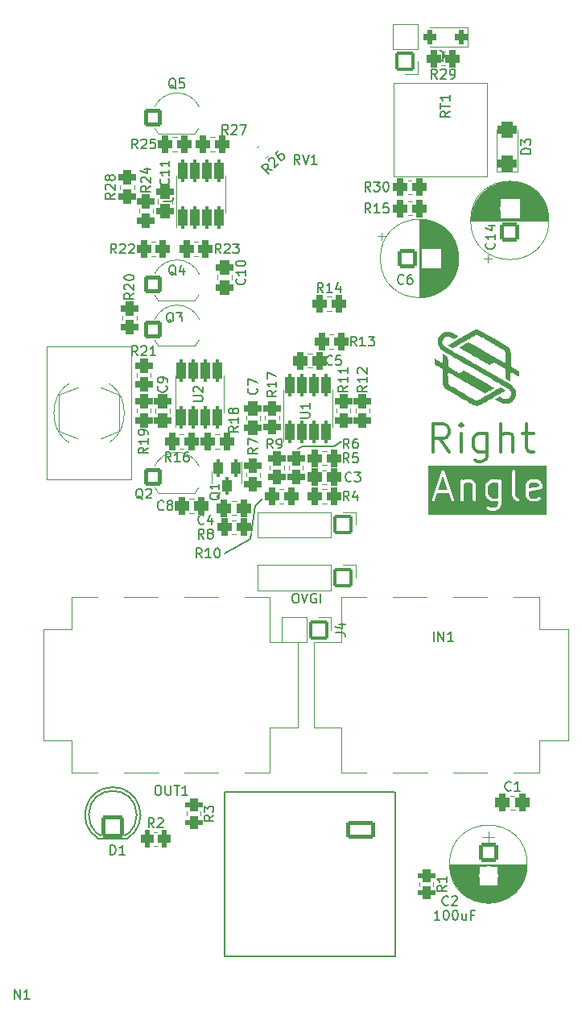
<source format=gbr>
%TF.GenerationSoftware,KiCad,Pcbnew,7.0.6-7.0.6~ubuntu22.04.1*%
%TF.CreationDate,2023-07-17T17:36:07+01:00*%
%TF.ProjectId,phasenom,70686173-656e-46f6-9d2e-6b696361645f,rev?*%
%TF.SameCoordinates,Original*%
%TF.FileFunction,Legend,Top*%
%TF.FilePolarity,Positive*%
%FSLAX46Y46*%
G04 Gerber Fmt 4.6, Leading zero omitted, Abs format (unit mm)*
G04 Created by KiCad (PCBNEW 7.0.6-7.0.6~ubuntu22.04.1) date 2023-07-17 17:36:07*
%MOMM*%
%LPD*%
G01*
G04 APERTURE LIST*
G04 Aperture macros list*
%AMRoundRect*
0 Rectangle with rounded corners*
0 $1 Rounding radius*
0 $2 $3 $4 $5 $6 $7 $8 $9 X,Y pos of 4 corners*
0 Add a 4 corners polygon primitive as box body*
4,1,4,$2,$3,$4,$5,$6,$7,$8,$9,$2,$3,0*
0 Add four circle primitives for the rounded corners*
1,1,$1+$1,$2,$3*
1,1,$1+$1,$4,$5*
1,1,$1+$1,$6,$7*
1,1,$1+$1,$8,$9*
0 Add four rect primitives between the rounded corners*
20,1,$1+$1,$2,$3,$4,$5,0*
20,1,$1+$1,$4,$5,$6,$7,0*
20,1,$1+$1,$6,$7,$8,$9,0*
20,1,$1+$1,$8,$9,$2,$3,0*%
G04 Aperture macros list end*
%ADD10C,0.300000*%
%ADD11C,0.150000*%
%ADD12C,0.120000*%
%ADD13R,2.000000X1.900000*%
%ADD14C,1.900000*%
%ADD15R,2.600000X1.500000*%
%ADD16O,2.600000X1.500000*%
%ADD17RoundRect,0.200000X-0.800000X0.800000X-0.800000X-0.800000X0.800000X-0.800000X0.800000X0.800000X0*%
%ADD18C,2.000000*%
%ADD19RoundRect,0.450000X-0.337500X-0.475000X0.337500X-0.475000X0.337500X0.475000X-0.337500X0.475000X0*%
%ADD20RoundRect,0.200000X-0.800000X-0.800000X0.800000X-0.800000X0.800000X0.800000X-0.800000X0.800000X0*%
%ADD21RoundRect,0.450000X0.475000X-0.337500X0.475000X0.337500X-0.475000X0.337500X-0.475000X-0.337500X0*%
%ADD22RoundRect,0.200000X1.000000X0.950000X-1.000000X0.950000X-1.000000X-0.950000X1.000000X-0.950000X0*%
%ADD23C,2.300000*%
%ADD24RoundRect,0.425000X0.225000X0.375000X-0.225000X0.375000X-0.225000X-0.375000X0.225000X-0.375000X0*%
%ADD25O,2.100000X2.100000*%
%ADD26RoundRect,0.200000X0.850000X0.850000X-0.850000X0.850000X-0.850000X-0.850000X0.850000X-0.850000X0*%
%ADD27C,3.400000*%
%ADD28RoundRect,0.200000X-0.850000X0.850000X-0.850000X-0.850000X0.850000X-0.850000X0.850000X0.850000X0*%
%ADD29RoundRect,0.350000X-0.150000X0.587500X-0.150000X-0.587500X0.150000X-0.587500X0.150000X0.587500X0*%
%ADD30RoundRect,0.200000X-0.750000X-0.750000X0.750000X-0.750000X0.750000X0.750000X-0.750000X0.750000X0*%
%ADD31RoundRect,0.450000X-0.450000X0.262500X-0.450000X-0.262500X0.450000X-0.262500X0.450000X0.262500X0*%
%ADD32RoundRect,0.450000X-0.262500X-0.450000X0.262500X-0.450000X0.262500X0.450000X-0.262500X0.450000X0*%
%ADD33RoundRect,0.450000X-0.450000X0.350000X-0.450000X-0.350000X0.450000X-0.350000X0.450000X0.350000X0*%
%ADD34RoundRect,0.450000X0.350000X0.450000X-0.350000X0.450000X-0.350000X-0.450000X0.350000X-0.450000X0*%
%ADD35RoundRect,0.200000X1.300000X0.750000X-1.300000X0.750000X-1.300000X-0.750000X1.300000X-0.750000X0*%
%ADD36O,3.000000X1.900000*%
%ADD37RoundRect,0.200000X0.800000X-0.800000X0.800000X0.800000X-0.800000X0.800000X-0.800000X-0.800000X0*%
%ADD38C,1.840000*%
%ADD39RoundRect,0.350000X0.150000X-0.825000X0.150000X0.825000X-0.150000X0.825000X-0.150000X-0.825000X0*%
%ADD40O,5.400000X3.600000*%
%ADD41RoundRect,0.450000X-0.070711X0.565685X-0.565685X0.070711X0.070711X-0.565685X0.565685X-0.070711X0*%
%ADD42RoundRect,0.450000X-0.350000X-0.450000X0.350000X-0.450000X0.350000X0.450000X-0.350000X0.450000X0*%
%ADD43RoundRect,0.450000X0.450000X-0.350000X0.450000X0.350000X-0.450000X0.350000X-0.450000X-0.350000X0*%
%ADD44RoundRect,0.450000X0.600000X-0.400000X0.600000X0.400000X-0.600000X0.400000X-0.600000X-0.400000X0*%
%ADD45RoundRect,0.450000X0.337500X0.475000X-0.337500X0.475000X-0.337500X-0.475000X0.337500X-0.475000X0*%
%ADD46C,1.924000*%
G04 APERTURE END LIST*
D10*
G36*
X163093083Y-101402819D02*
G01*
X163093083Y-102931694D01*
X162921958Y-103017257D01*
X162421350Y-103017257D01*
X162189079Y-102901122D01*
X162080646Y-102792688D01*
X161964511Y-102560418D01*
X161964511Y-101774094D01*
X162080646Y-101541824D01*
X162189078Y-101433392D01*
X162421350Y-101317257D01*
X162921958Y-101317257D01*
X163093083Y-101402819D01*
G37*
G36*
X167274136Y-101421917D02*
G01*
X167378798Y-101631238D01*
X167378798Y-101758571D01*
X166250226Y-101984286D01*
X166250226Y-101631238D01*
X166354886Y-101421917D01*
X166564208Y-101317257D01*
X167064816Y-101317257D01*
X167274136Y-101421917D01*
G37*
G36*
X157749254Y-102160114D02*
G01*
X156736910Y-102160114D01*
X157243082Y-100641598D01*
X157749254Y-102160114D01*
G37*
G36*
X168107369Y-104745828D02*
G01*
X155667556Y-104745828D01*
X155667556Y-103197329D01*
X156096127Y-103197329D01*
X156130852Y-103266778D01*
X156195648Y-103309559D01*
X156273154Y-103314212D01*
X156342603Y-103279487D01*
X156385384Y-103214691D01*
X156636910Y-102460114D01*
X157849254Y-102460114D01*
X158100780Y-103214691D01*
X158143561Y-103279488D01*
X158213010Y-103314212D01*
X158290516Y-103309560D01*
X158355313Y-103266778D01*
X158390037Y-103197329D01*
X158388232Y-103167257D01*
X159093082Y-103167257D01*
X159113178Y-103242257D01*
X159168082Y-103297161D01*
X159243082Y-103317257D01*
X159318082Y-103297161D01*
X159372986Y-103242257D01*
X159393082Y-103167257D01*
X159393082Y-101515103D01*
X159474792Y-101433392D01*
X159707064Y-101317257D01*
X160064815Y-101317257D01*
X160274135Y-101421917D01*
X160378797Y-101631238D01*
X160378797Y-103167257D01*
X160398893Y-103242257D01*
X160453797Y-103297161D01*
X160528797Y-103317257D01*
X160603797Y-103297161D01*
X160658701Y-103242257D01*
X160678797Y-103167257D01*
X160678797Y-102595828D01*
X161664511Y-102595828D01*
X161673434Y-102629129D01*
X161680347Y-102662910D01*
X161823204Y-102948624D01*
X161839227Y-102966694D01*
X161851302Y-102987608D01*
X161994159Y-103130466D01*
X162015073Y-103142541D01*
X162033143Y-103158564D01*
X162318858Y-103301421D01*
X162352636Y-103308333D01*
X162385940Y-103317257D01*
X162957368Y-103317257D01*
X162990669Y-103308333D01*
X163024450Y-103301421D01*
X163093083Y-103267104D01*
X163093083Y-103560417D01*
X162976947Y-103792688D01*
X162868513Y-103901122D01*
X162636244Y-104017257D01*
X162278493Y-104017257D01*
X162024450Y-103890236D01*
X161948381Y-103874669D01*
X161874719Y-103899223D01*
X161823204Y-103957318D01*
X161807637Y-104033387D01*
X161832191Y-104107049D01*
X161890286Y-104158564D01*
X162176001Y-104301421D01*
X162209779Y-104308333D01*
X162243083Y-104317257D01*
X162671654Y-104317257D01*
X162704955Y-104308333D01*
X162738736Y-104301421D01*
X163024450Y-104158564D01*
X163042519Y-104142540D01*
X163063434Y-104130466D01*
X163206291Y-103987608D01*
X163218366Y-103966693D01*
X163234389Y-103948624D01*
X163377247Y-103662911D01*
X163384160Y-103629126D01*
X163393083Y-103595828D01*
X163393083Y-102738685D01*
X164521654Y-102738685D01*
X164530577Y-102771986D01*
X164537490Y-102805767D01*
X164680347Y-103091482D01*
X164686432Y-103098344D01*
X164689334Y-103107049D01*
X164711874Y-103127036D01*
X164731862Y-103149577D01*
X164740566Y-103152478D01*
X164747429Y-103158564D01*
X165033144Y-103301421D01*
X165109214Y-103316988D01*
X165182875Y-103292434D01*
X165234390Y-103234339D01*
X165249957Y-103158270D01*
X165225403Y-103084608D01*
X165167308Y-103033093D01*
X164926314Y-102912596D01*
X164839359Y-102738685D01*
X165950226Y-102738685D01*
X165959149Y-102771986D01*
X165966062Y-102805767D01*
X166108919Y-103091482D01*
X166115004Y-103098344D01*
X166117906Y-103107049D01*
X166140446Y-103127036D01*
X166160434Y-103149577D01*
X166169138Y-103152478D01*
X166176001Y-103158564D01*
X166461716Y-103301421D01*
X166495494Y-103308333D01*
X166528798Y-103317257D01*
X167100226Y-103317257D01*
X167133527Y-103308333D01*
X167167308Y-103301421D01*
X167453022Y-103158564D01*
X167511117Y-103107049D01*
X167535671Y-103033387D01*
X167520104Y-102957318D01*
X167468589Y-102899223D01*
X167394927Y-102874669D01*
X167318858Y-102890236D01*
X167064816Y-103017257D01*
X166564208Y-103017257D01*
X166354886Y-102912596D01*
X166250226Y-102703275D01*
X166250226Y-102290227D01*
X167558215Y-102028629D01*
X167580154Y-102017781D01*
X167603798Y-102011446D01*
X167614390Y-102000853D01*
X167627817Y-101994215D01*
X167641393Y-101973850D01*
X167658702Y-101956542D01*
X167662579Y-101942072D01*
X167670888Y-101929609D01*
X167672463Y-101905184D01*
X167678798Y-101881542D01*
X167678798Y-101595828D01*
X167669875Y-101562529D01*
X167662962Y-101528745D01*
X167520104Y-101243032D01*
X167514018Y-101236169D01*
X167511117Y-101227465D01*
X167488573Y-101207474D01*
X167468588Y-101184937D01*
X167459885Y-101182036D01*
X167453022Y-101175950D01*
X167167308Y-101033093D01*
X167133527Y-101026180D01*
X167100226Y-101017257D01*
X166528798Y-101017257D01*
X166495494Y-101026180D01*
X166461716Y-101033093D01*
X166176001Y-101175950D01*
X166169138Y-101182035D01*
X166160434Y-101184937D01*
X166140446Y-101207477D01*
X166117906Y-101227465D01*
X166115004Y-101236169D01*
X166108919Y-101243032D01*
X165966062Y-101528746D01*
X165959149Y-101562526D01*
X165950226Y-101595828D01*
X165950226Y-102738685D01*
X164839359Y-102738685D01*
X164821654Y-102703275D01*
X164821654Y-100167257D01*
X164801558Y-100092257D01*
X164746654Y-100037353D01*
X164671654Y-100017257D01*
X164596654Y-100037353D01*
X164541750Y-100092257D01*
X164521654Y-100167257D01*
X164521654Y-102738685D01*
X163393083Y-102738685D01*
X163393083Y-101167257D01*
X163372987Y-101092257D01*
X163318083Y-101037353D01*
X163243083Y-101017257D01*
X163168083Y-101037353D01*
X163123045Y-101082390D01*
X163024450Y-101033093D01*
X162990669Y-101026180D01*
X162957368Y-101017257D01*
X162385940Y-101017257D01*
X162352636Y-101026180D01*
X162318858Y-101033093D01*
X162033143Y-101175950D01*
X162015073Y-101191973D01*
X161994159Y-101204048D01*
X161851302Y-101346905D01*
X161839227Y-101367819D01*
X161823204Y-101385889D01*
X161680347Y-101671603D01*
X161673434Y-101705383D01*
X161664511Y-101738685D01*
X161664511Y-102595828D01*
X160678797Y-102595828D01*
X160678797Y-101595828D01*
X160669874Y-101562529D01*
X160662961Y-101528745D01*
X160520103Y-101243032D01*
X160514017Y-101236169D01*
X160511116Y-101227465D01*
X160488572Y-101207474D01*
X160468587Y-101184937D01*
X160459884Y-101182036D01*
X160453021Y-101175950D01*
X160167307Y-101033093D01*
X160133526Y-101026180D01*
X160100225Y-101017257D01*
X159671654Y-101017257D01*
X159638350Y-101026180D01*
X159604572Y-101033093D01*
X159386366Y-101142195D01*
X159372986Y-101092257D01*
X159318082Y-101037353D01*
X159243082Y-101017257D01*
X159168082Y-101037353D01*
X159113178Y-101092257D01*
X159093082Y-101167257D01*
X159093082Y-103167257D01*
X158388232Y-103167257D01*
X158385385Y-103119823D01*
X157385384Y-100119823D01*
X157368788Y-100094687D01*
X157355313Y-100067736D01*
X157347656Y-100062680D01*
X157342603Y-100055027D01*
X157315660Y-100041555D01*
X157290516Y-100024954D01*
X157281358Y-100024404D01*
X157273154Y-100020302D01*
X157243085Y-100022107D01*
X157213010Y-100020302D01*
X157204803Y-100024405D01*
X157195648Y-100024955D01*
X157170512Y-100041550D01*
X157143561Y-100055026D01*
X157138505Y-100062682D01*
X157130852Y-100067736D01*
X157117378Y-100094682D01*
X157100780Y-100119823D01*
X156100780Y-103119823D01*
X156096127Y-103197329D01*
X155667556Y-103197329D01*
X155667556Y-99588686D01*
X168107369Y-99588686D01*
X168107369Y-104745828D01*
G37*
X157885939Y-98167257D02*
X156885939Y-96738685D01*
X156171653Y-98167257D02*
X156171653Y-95167257D01*
X156171653Y-95167257D02*
X157314510Y-95167257D01*
X157314510Y-95167257D02*
X157600225Y-95310114D01*
X157600225Y-95310114D02*
X157743082Y-95452971D01*
X157743082Y-95452971D02*
X157885939Y-95738685D01*
X157885939Y-95738685D02*
X157885939Y-96167257D01*
X157885939Y-96167257D02*
X157743082Y-96452971D01*
X157743082Y-96452971D02*
X157600225Y-96595828D01*
X157600225Y-96595828D02*
X157314510Y-96738685D01*
X157314510Y-96738685D02*
X156171653Y-96738685D01*
X159171653Y-98167257D02*
X159171653Y-96167257D01*
X159171653Y-95167257D02*
X159028796Y-95310114D01*
X159028796Y-95310114D02*
X159171653Y-95452971D01*
X159171653Y-95452971D02*
X159314510Y-95310114D01*
X159314510Y-95310114D02*
X159171653Y-95167257D01*
X159171653Y-95167257D02*
X159171653Y-95452971D01*
X161885939Y-96167257D02*
X161885939Y-98595828D01*
X161885939Y-98595828D02*
X161743081Y-98881542D01*
X161743081Y-98881542D02*
X161600224Y-99024400D01*
X161600224Y-99024400D02*
X161314510Y-99167257D01*
X161314510Y-99167257D02*
X160885939Y-99167257D01*
X160885939Y-99167257D02*
X160600224Y-99024400D01*
X161885939Y-98024400D02*
X161600224Y-98167257D01*
X161600224Y-98167257D02*
X161028796Y-98167257D01*
X161028796Y-98167257D02*
X160743081Y-98024400D01*
X160743081Y-98024400D02*
X160600224Y-97881542D01*
X160600224Y-97881542D02*
X160457367Y-97595828D01*
X160457367Y-97595828D02*
X160457367Y-96738685D01*
X160457367Y-96738685D02*
X160600224Y-96452971D01*
X160600224Y-96452971D02*
X160743081Y-96310114D01*
X160743081Y-96310114D02*
X161028796Y-96167257D01*
X161028796Y-96167257D02*
X161600224Y-96167257D01*
X161600224Y-96167257D02*
X161885939Y-96310114D01*
X163314510Y-98167257D02*
X163314510Y-95167257D01*
X164600225Y-98167257D02*
X164600225Y-96595828D01*
X164600225Y-96595828D02*
X164457367Y-96310114D01*
X164457367Y-96310114D02*
X164171653Y-96167257D01*
X164171653Y-96167257D02*
X163743082Y-96167257D01*
X163743082Y-96167257D02*
X163457367Y-96310114D01*
X163457367Y-96310114D02*
X163314510Y-96452971D01*
X165600225Y-96167257D02*
X166743082Y-96167257D01*
X166028796Y-95167257D02*
X166028796Y-97738685D01*
X166028796Y-97738685D02*
X166171653Y-98024400D01*
X166171653Y-98024400D02*
X166457368Y-98167257D01*
X166457368Y-98167257D02*
X166743082Y-98167257D01*
D11*
X142510000Y-97550000D02*
X142010000Y-97800000D01*
X145760000Y-97550000D02*
X142510000Y-97550000D01*
X146510000Y-97050000D02*
X145760000Y-97550000D01*
X137510000Y-103800000D02*
X138260000Y-103050000D01*
X137010000Y-107300000D02*
X137510000Y-103800000D01*
X134260000Y-108800000D02*
X137010000Y-107300000D01*
X157783333Y-145709580D02*
X157735714Y-145757200D01*
X157735714Y-145757200D02*
X157592857Y-145804819D01*
X157592857Y-145804819D02*
X157497619Y-145804819D01*
X157497619Y-145804819D02*
X157354762Y-145757200D01*
X157354762Y-145757200D02*
X157259524Y-145661961D01*
X157259524Y-145661961D02*
X157211905Y-145566723D01*
X157211905Y-145566723D02*
X157164286Y-145376247D01*
X157164286Y-145376247D02*
X157164286Y-145233390D01*
X157164286Y-145233390D02*
X157211905Y-145042914D01*
X157211905Y-145042914D02*
X157259524Y-144947676D01*
X157259524Y-144947676D02*
X157354762Y-144852438D01*
X157354762Y-144852438D02*
X157497619Y-144804819D01*
X157497619Y-144804819D02*
X157592857Y-144804819D01*
X157592857Y-144804819D02*
X157735714Y-144852438D01*
X157735714Y-144852438D02*
X157783333Y-144900057D01*
X158164286Y-144900057D02*
X158211905Y-144852438D01*
X158211905Y-144852438D02*
X158307143Y-144804819D01*
X158307143Y-144804819D02*
X158545238Y-144804819D01*
X158545238Y-144804819D02*
X158640476Y-144852438D01*
X158640476Y-144852438D02*
X158688095Y-144900057D01*
X158688095Y-144900057D02*
X158735714Y-144995295D01*
X158735714Y-144995295D02*
X158735714Y-145090533D01*
X158735714Y-145090533D02*
X158688095Y-145233390D01*
X158688095Y-145233390D02*
X158116667Y-145804819D01*
X158116667Y-145804819D02*
X158735714Y-145804819D01*
X156902380Y-147304819D02*
X156330952Y-147304819D01*
X156616666Y-147304819D02*
X156616666Y-146304819D01*
X156616666Y-146304819D02*
X156521428Y-146447676D01*
X156521428Y-146447676D02*
X156426190Y-146542914D01*
X156426190Y-146542914D02*
X156330952Y-146590533D01*
X157521428Y-146304819D02*
X157616666Y-146304819D01*
X157616666Y-146304819D02*
X157711904Y-146352438D01*
X157711904Y-146352438D02*
X157759523Y-146400057D01*
X157759523Y-146400057D02*
X157807142Y-146495295D01*
X157807142Y-146495295D02*
X157854761Y-146685771D01*
X157854761Y-146685771D02*
X157854761Y-146923866D01*
X157854761Y-146923866D02*
X157807142Y-147114342D01*
X157807142Y-147114342D02*
X157759523Y-147209580D01*
X157759523Y-147209580D02*
X157711904Y-147257200D01*
X157711904Y-147257200D02*
X157616666Y-147304819D01*
X157616666Y-147304819D02*
X157521428Y-147304819D01*
X157521428Y-147304819D02*
X157426190Y-147257200D01*
X157426190Y-147257200D02*
X157378571Y-147209580D01*
X157378571Y-147209580D02*
X157330952Y-147114342D01*
X157330952Y-147114342D02*
X157283333Y-146923866D01*
X157283333Y-146923866D02*
X157283333Y-146685771D01*
X157283333Y-146685771D02*
X157330952Y-146495295D01*
X157330952Y-146495295D02*
X157378571Y-146400057D01*
X157378571Y-146400057D02*
X157426190Y-146352438D01*
X157426190Y-146352438D02*
X157521428Y-146304819D01*
X158473809Y-146304819D02*
X158569047Y-146304819D01*
X158569047Y-146304819D02*
X158664285Y-146352438D01*
X158664285Y-146352438D02*
X158711904Y-146400057D01*
X158711904Y-146400057D02*
X158759523Y-146495295D01*
X158759523Y-146495295D02*
X158807142Y-146685771D01*
X158807142Y-146685771D02*
X158807142Y-146923866D01*
X158807142Y-146923866D02*
X158759523Y-147114342D01*
X158759523Y-147114342D02*
X158711904Y-147209580D01*
X158711904Y-147209580D02*
X158664285Y-147257200D01*
X158664285Y-147257200D02*
X158569047Y-147304819D01*
X158569047Y-147304819D02*
X158473809Y-147304819D01*
X158473809Y-147304819D02*
X158378571Y-147257200D01*
X158378571Y-147257200D02*
X158330952Y-147209580D01*
X158330952Y-147209580D02*
X158283333Y-147114342D01*
X158283333Y-147114342D02*
X158235714Y-146923866D01*
X158235714Y-146923866D02*
X158235714Y-146685771D01*
X158235714Y-146685771D02*
X158283333Y-146495295D01*
X158283333Y-146495295D02*
X158330952Y-146400057D01*
X158330952Y-146400057D02*
X158378571Y-146352438D01*
X158378571Y-146352438D02*
X158473809Y-146304819D01*
X159664285Y-146638152D02*
X159664285Y-147304819D01*
X159235714Y-146638152D02*
X159235714Y-147161961D01*
X159235714Y-147161961D02*
X159283333Y-147257200D01*
X159283333Y-147257200D02*
X159378571Y-147304819D01*
X159378571Y-147304819D02*
X159521428Y-147304819D01*
X159521428Y-147304819D02*
X159616666Y-147257200D01*
X159616666Y-147257200D02*
X159664285Y-147209580D01*
X160473809Y-146781009D02*
X160140476Y-146781009D01*
X160140476Y-147304819D02*
X160140476Y-146304819D01*
X160140476Y-146304819D02*
X160616666Y-146304819D01*
X132093333Y-105659580D02*
X132045714Y-105707200D01*
X132045714Y-105707200D02*
X131902857Y-105754819D01*
X131902857Y-105754819D02*
X131807619Y-105754819D01*
X131807619Y-105754819D02*
X131664762Y-105707200D01*
X131664762Y-105707200D02*
X131569524Y-105611961D01*
X131569524Y-105611961D02*
X131521905Y-105516723D01*
X131521905Y-105516723D02*
X131474286Y-105326247D01*
X131474286Y-105326247D02*
X131474286Y-105183390D01*
X131474286Y-105183390D02*
X131521905Y-104992914D01*
X131521905Y-104992914D02*
X131569524Y-104897676D01*
X131569524Y-104897676D02*
X131664762Y-104802438D01*
X131664762Y-104802438D02*
X131807619Y-104754819D01*
X131807619Y-104754819D02*
X131902857Y-104754819D01*
X131902857Y-104754819D02*
X132045714Y-104802438D01*
X132045714Y-104802438D02*
X132093333Y-104850057D01*
X132950476Y-105088152D02*
X132950476Y-105754819D01*
X132712381Y-104707200D02*
X132474286Y-105421485D01*
X132474286Y-105421485D02*
X133093333Y-105421485D01*
X153093333Y-80409580D02*
X153045714Y-80457200D01*
X153045714Y-80457200D02*
X152902857Y-80504819D01*
X152902857Y-80504819D02*
X152807619Y-80504819D01*
X152807619Y-80504819D02*
X152664762Y-80457200D01*
X152664762Y-80457200D02*
X152569524Y-80361961D01*
X152569524Y-80361961D02*
X152521905Y-80266723D01*
X152521905Y-80266723D02*
X152474286Y-80076247D01*
X152474286Y-80076247D02*
X152474286Y-79933390D01*
X152474286Y-79933390D02*
X152521905Y-79742914D01*
X152521905Y-79742914D02*
X152569524Y-79647676D01*
X152569524Y-79647676D02*
X152664762Y-79552438D01*
X152664762Y-79552438D02*
X152807619Y-79504819D01*
X152807619Y-79504819D02*
X152902857Y-79504819D01*
X152902857Y-79504819D02*
X153045714Y-79552438D01*
X153045714Y-79552438D02*
X153093333Y-79600057D01*
X153950476Y-79504819D02*
X153760000Y-79504819D01*
X153760000Y-79504819D02*
X153664762Y-79552438D01*
X153664762Y-79552438D02*
X153617143Y-79600057D01*
X153617143Y-79600057D02*
X153521905Y-79742914D01*
X153521905Y-79742914D02*
X153474286Y-79933390D01*
X153474286Y-79933390D02*
X153474286Y-80314342D01*
X153474286Y-80314342D02*
X153521905Y-80409580D01*
X153521905Y-80409580D02*
X153569524Y-80457200D01*
X153569524Y-80457200D02*
X153664762Y-80504819D01*
X153664762Y-80504819D02*
X153855238Y-80504819D01*
X153855238Y-80504819D02*
X153950476Y-80457200D01*
X153950476Y-80457200D02*
X153998095Y-80409580D01*
X153998095Y-80409580D02*
X154045714Y-80314342D01*
X154045714Y-80314342D02*
X154045714Y-80076247D01*
X154045714Y-80076247D02*
X153998095Y-79981009D01*
X153998095Y-79981009D02*
X153950476Y-79933390D01*
X153950476Y-79933390D02*
X153855238Y-79885771D01*
X153855238Y-79885771D02*
X153664762Y-79885771D01*
X153664762Y-79885771D02*
X153569524Y-79933390D01*
X153569524Y-79933390D02*
X153521905Y-79981009D01*
X153521905Y-79981009D02*
X153474286Y-80076247D01*
X136369580Y-79942857D02*
X136417200Y-79990476D01*
X136417200Y-79990476D02*
X136464819Y-80133333D01*
X136464819Y-80133333D02*
X136464819Y-80228571D01*
X136464819Y-80228571D02*
X136417200Y-80371428D01*
X136417200Y-80371428D02*
X136321961Y-80466666D01*
X136321961Y-80466666D02*
X136226723Y-80514285D01*
X136226723Y-80514285D02*
X136036247Y-80561904D01*
X136036247Y-80561904D02*
X135893390Y-80561904D01*
X135893390Y-80561904D02*
X135702914Y-80514285D01*
X135702914Y-80514285D02*
X135607676Y-80466666D01*
X135607676Y-80466666D02*
X135512438Y-80371428D01*
X135512438Y-80371428D02*
X135464819Y-80228571D01*
X135464819Y-80228571D02*
X135464819Y-80133333D01*
X135464819Y-80133333D02*
X135512438Y-79990476D01*
X135512438Y-79990476D02*
X135560057Y-79942857D01*
X136464819Y-78990476D02*
X136464819Y-79561904D01*
X136464819Y-79276190D02*
X135464819Y-79276190D01*
X135464819Y-79276190D02*
X135607676Y-79371428D01*
X135607676Y-79371428D02*
X135702914Y-79466666D01*
X135702914Y-79466666D02*
X135750533Y-79561904D01*
X135464819Y-78371428D02*
X135464819Y-78276190D01*
X135464819Y-78276190D02*
X135512438Y-78180952D01*
X135512438Y-78180952D02*
X135560057Y-78133333D01*
X135560057Y-78133333D02*
X135655295Y-78085714D01*
X135655295Y-78085714D02*
X135845771Y-78038095D01*
X135845771Y-78038095D02*
X136083866Y-78038095D01*
X136083866Y-78038095D02*
X136274342Y-78085714D01*
X136274342Y-78085714D02*
X136369580Y-78133333D01*
X136369580Y-78133333D02*
X136417200Y-78180952D01*
X136417200Y-78180952D02*
X136464819Y-78276190D01*
X136464819Y-78276190D02*
X136464819Y-78371428D01*
X136464819Y-78371428D02*
X136417200Y-78466666D01*
X136417200Y-78466666D02*
X136369580Y-78514285D01*
X136369580Y-78514285D02*
X136274342Y-78561904D01*
X136274342Y-78561904D02*
X136083866Y-78609523D01*
X136083866Y-78609523D02*
X135845771Y-78609523D01*
X135845771Y-78609523D02*
X135655295Y-78561904D01*
X135655295Y-78561904D02*
X135560057Y-78514285D01*
X135560057Y-78514285D02*
X135512438Y-78466666D01*
X135512438Y-78466666D02*
X135464819Y-78371428D01*
X122261905Y-140454819D02*
X122261905Y-139454819D01*
X122261905Y-139454819D02*
X122500000Y-139454819D01*
X122500000Y-139454819D02*
X122642857Y-139502438D01*
X122642857Y-139502438D02*
X122738095Y-139597676D01*
X122738095Y-139597676D02*
X122785714Y-139692914D01*
X122785714Y-139692914D02*
X122833333Y-139883390D01*
X122833333Y-139883390D02*
X122833333Y-140026247D01*
X122833333Y-140026247D02*
X122785714Y-140216723D01*
X122785714Y-140216723D02*
X122738095Y-140311961D01*
X122738095Y-140311961D02*
X122642857Y-140407200D01*
X122642857Y-140407200D02*
X122500000Y-140454819D01*
X122500000Y-140454819D02*
X122261905Y-140454819D01*
X123785714Y-140454819D02*
X123214286Y-140454819D01*
X123500000Y-140454819D02*
X123500000Y-139454819D01*
X123500000Y-139454819D02*
X123404762Y-139597676D01*
X123404762Y-139597676D02*
X123309524Y-139692914D01*
X123309524Y-139692914D02*
X123214286Y-139740533D01*
X156771905Y-57004819D02*
X156771905Y-56004819D01*
X156771905Y-56004819D02*
X157010000Y-56004819D01*
X157010000Y-56004819D02*
X157152857Y-56052438D01*
X157152857Y-56052438D02*
X157248095Y-56147676D01*
X157248095Y-56147676D02*
X157295714Y-56242914D01*
X157295714Y-56242914D02*
X157343333Y-56433390D01*
X157343333Y-56433390D02*
X157343333Y-56576247D01*
X157343333Y-56576247D02*
X157295714Y-56766723D01*
X157295714Y-56766723D02*
X157248095Y-56861961D01*
X157248095Y-56861961D02*
X157152857Y-56957200D01*
X157152857Y-56957200D02*
X157010000Y-57004819D01*
X157010000Y-57004819D02*
X156771905Y-57004819D01*
X157724286Y-56100057D02*
X157771905Y-56052438D01*
X157771905Y-56052438D02*
X157867143Y-56004819D01*
X157867143Y-56004819D02*
X158105238Y-56004819D01*
X158105238Y-56004819D02*
X158200476Y-56052438D01*
X158200476Y-56052438D02*
X158248095Y-56100057D01*
X158248095Y-56100057D02*
X158295714Y-56195295D01*
X158295714Y-56195295D02*
X158295714Y-56290533D01*
X158295714Y-56290533D02*
X158248095Y-56433390D01*
X158248095Y-56433390D02*
X157676667Y-57004819D01*
X157676667Y-57004819D02*
X158295714Y-57004819D01*
X157248095Y-57104819D02*
X157248095Y-56104819D01*
X157819523Y-57104819D02*
X157390952Y-56533390D01*
X157819523Y-56104819D02*
X157248095Y-56676247D01*
X156260000Y-118004819D02*
X156260000Y-117004819D01*
X156736190Y-118004819D02*
X156736190Y-117004819D01*
X156736190Y-117004819D02*
X157307618Y-118004819D01*
X157307618Y-118004819D02*
X157307618Y-117004819D01*
X158307618Y-118004819D02*
X157736190Y-118004819D01*
X158021904Y-118004819D02*
X158021904Y-117004819D01*
X158021904Y-117004819D02*
X157926666Y-117147676D01*
X157926666Y-117147676D02*
X157831428Y-117242914D01*
X157831428Y-117242914D02*
X157736190Y-117290533D01*
X127183809Y-133184819D02*
X127374285Y-133184819D01*
X127374285Y-133184819D02*
X127469523Y-133232438D01*
X127469523Y-133232438D02*
X127564761Y-133327676D01*
X127564761Y-133327676D02*
X127612380Y-133518152D01*
X127612380Y-133518152D02*
X127612380Y-133851485D01*
X127612380Y-133851485D02*
X127564761Y-134041961D01*
X127564761Y-134041961D02*
X127469523Y-134137200D01*
X127469523Y-134137200D02*
X127374285Y-134184819D01*
X127374285Y-134184819D02*
X127183809Y-134184819D01*
X127183809Y-134184819D02*
X127088571Y-134137200D01*
X127088571Y-134137200D02*
X126993333Y-134041961D01*
X126993333Y-134041961D02*
X126945714Y-133851485D01*
X126945714Y-133851485D02*
X126945714Y-133518152D01*
X126945714Y-133518152D02*
X126993333Y-133327676D01*
X126993333Y-133327676D02*
X127088571Y-133232438D01*
X127088571Y-133232438D02*
X127183809Y-133184819D01*
X128040952Y-133184819D02*
X128040952Y-133994342D01*
X128040952Y-133994342D02*
X128088571Y-134089580D01*
X128088571Y-134089580D02*
X128136190Y-134137200D01*
X128136190Y-134137200D02*
X128231428Y-134184819D01*
X128231428Y-134184819D02*
X128421904Y-134184819D01*
X128421904Y-134184819D02*
X128517142Y-134137200D01*
X128517142Y-134137200D02*
X128564761Y-134089580D01*
X128564761Y-134089580D02*
X128612380Y-133994342D01*
X128612380Y-133994342D02*
X128612380Y-133184819D01*
X128945714Y-133184819D02*
X129517142Y-133184819D01*
X129231428Y-134184819D02*
X129231428Y-133184819D01*
X130374285Y-134184819D02*
X129802857Y-134184819D01*
X130088571Y-134184819D02*
X130088571Y-133184819D01*
X130088571Y-133184819D02*
X129993333Y-133327676D01*
X129993333Y-133327676D02*
X129898095Y-133422914D01*
X129898095Y-133422914D02*
X129802857Y-133470533D01*
X145924819Y-117143333D02*
X146639104Y-117143333D01*
X146639104Y-117143333D02*
X146781961Y-117190952D01*
X146781961Y-117190952D02*
X146877200Y-117286190D01*
X146877200Y-117286190D02*
X146924819Y-117429047D01*
X146924819Y-117429047D02*
X146924819Y-117524285D01*
X146258152Y-116238571D02*
X146924819Y-116238571D01*
X145877200Y-116476666D02*
X146591485Y-116714761D01*
X146591485Y-116714761D02*
X146591485Y-116095714D01*
X133810057Y-102395238D02*
X133762438Y-102490476D01*
X133762438Y-102490476D02*
X133667200Y-102585714D01*
X133667200Y-102585714D02*
X133524342Y-102728571D01*
X133524342Y-102728571D02*
X133476723Y-102823809D01*
X133476723Y-102823809D02*
X133476723Y-102919047D01*
X133714819Y-102871428D02*
X133667200Y-102966666D01*
X133667200Y-102966666D02*
X133571961Y-103061904D01*
X133571961Y-103061904D02*
X133381485Y-103109523D01*
X133381485Y-103109523D02*
X133048152Y-103109523D01*
X133048152Y-103109523D02*
X132857676Y-103061904D01*
X132857676Y-103061904D02*
X132762438Y-102966666D01*
X132762438Y-102966666D02*
X132714819Y-102871428D01*
X132714819Y-102871428D02*
X132714819Y-102680952D01*
X132714819Y-102680952D02*
X132762438Y-102585714D01*
X132762438Y-102585714D02*
X132857676Y-102490476D01*
X132857676Y-102490476D02*
X133048152Y-102442857D01*
X133048152Y-102442857D02*
X133381485Y-102442857D01*
X133381485Y-102442857D02*
X133571961Y-102490476D01*
X133571961Y-102490476D02*
X133667200Y-102585714D01*
X133667200Y-102585714D02*
X133714819Y-102680952D01*
X133714819Y-102680952D02*
X133714819Y-102871428D01*
X133714819Y-101490476D02*
X133714819Y-102061904D01*
X133714819Y-101776190D02*
X132714819Y-101776190D01*
X132714819Y-101776190D02*
X132857676Y-101871428D01*
X132857676Y-101871428D02*
X132952914Y-101966666D01*
X132952914Y-101966666D02*
X133000533Y-102061904D01*
X128914761Y-84600057D02*
X128819523Y-84552438D01*
X128819523Y-84552438D02*
X128724285Y-84457200D01*
X128724285Y-84457200D02*
X128581428Y-84314342D01*
X128581428Y-84314342D02*
X128486190Y-84266723D01*
X128486190Y-84266723D02*
X128390952Y-84266723D01*
X128438571Y-84504819D02*
X128343333Y-84457200D01*
X128343333Y-84457200D02*
X128248095Y-84361961D01*
X128248095Y-84361961D02*
X128200476Y-84171485D01*
X128200476Y-84171485D02*
X128200476Y-83838152D01*
X128200476Y-83838152D02*
X128248095Y-83647676D01*
X128248095Y-83647676D02*
X128343333Y-83552438D01*
X128343333Y-83552438D02*
X128438571Y-83504819D01*
X128438571Y-83504819D02*
X128629047Y-83504819D01*
X128629047Y-83504819D02*
X128724285Y-83552438D01*
X128724285Y-83552438D02*
X128819523Y-83647676D01*
X128819523Y-83647676D02*
X128867142Y-83838152D01*
X128867142Y-83838152D02*
X128867142Y-84171485D01*
X128867142Y-84171485D02*
X128819523Y-84361961D01*
X128819523Y-84361961D02*
X128724285Y-84457200D01*
X128724285Y-84457200D02*
X128629047Y-84504819D01*
X128629047Y-84504819D02*
X128438571Y-84504819D01*
X129200476Y-83504819D02*
X129819523Y-83504819D01*
X129819523Y-83504819D02*
X129486190Y-83885771D01*
X129486190Y-83885771D02*
X129629047Y-83885771D01*
X129629047Y-83885771D02*
X129724285Y-83933390D01*
X129724285Y-83933390D02*
X129771904Y-83981009D01*
X129771904Y-83981009D02*
X129819523Y-84076247D01*
X129819523Y-84076247D02*
X129819523Y-84314342D01*
X129819523Y-84314342D02*
X129771904Y-84409580D01*
X129771904Y-84409580D02*
X129724285Y-84457200D01*
X129724285Y-84457200D02*
X129629047Y-84504819D01*
X129629047Y-84504819D02*
X129343333Y-84504819D01*
X129343333Y-84504819D02*
X129248095Y-84457200D01*
X129248095Y-84457200D02*
X129200476Y-84409580D01*
X157604819Y-143716666D02*
X157128628Y-144049999D01*
X157604819Y-144288094D02*
X156604819Y-144288094D01*
X156604819Y-144288094D02*
X156604819Y-143907142D01*
X156604819Y-143907142D02*
X156652438Y-143811904D01*
X156652438Y-143811904D02*
X156700057Y-143764285D01*
X156700057Y-143764285D02*
X156795295Y-143716666D01*
X156795295Y-143716666D02*
X156938152Y-143716666D01*
X156938152Y-143716666D02*
X157033390Y-143764285D01*
X157033390Y-143764285D02*
X157081009Y-143811904D01*
X157081009Y-143811904D02*
X157128628Y-143907142D01*
X157128628Y-143907142D02*
X157128628Y-144288094D01*
X157604819Y-142764285D02*
X157604819Y-143335713D01*
X157604819Y-143049999D02*
X156604819Y-143049999D01*
X156604819Y-143049999D02*
X156747676Y-143145237D01*
X156747676Y-143145237D02*
X156842914Y-143240475D01*
X156842914Y-143240475D02*
X156890533Y-143335713D01*
X126843333Y-137604819D02*
X126510000Y-137128628D01*
X126271905Y-137604819D02*
X126271905Y-136604819D01*
X126271905Y-136604819D02*
X126652857Y-136604819D01*
X126652857Y-136604819D02*
X126748095Y-136652438D01*
X126748095Y-136652438D02*
X126795714Y-136700057D01*
X126795714Y-136700057D02*
X126843333Y-136795295D01*
X126843333Y-136795295D02*
X126843333Y-136938152D01*
X126843333Y-136938152D02*
X126795714Y-137033390D01*
X126795714Y-137033390D02*
X126748095Y-137081009D01*
X126748095Y-137081009D02*
X126652857Y-137128628D01*
X126652857Y-137128628D02*
X126271905Y-137128628D01*
X127224286Y-136700057D02*
X127271905Y-136652438D01*
X127271905Y-136652438D02*
X127367143Y-136604819D01*
X127367143Y-136604819D02*
X127605238Y-136604819D01*
X127605238Y-136604819D02*
X127700476Y-136652438D01*
X127700476Y-136652438D02*
X127748095Y-136700057D01*
X127748095Y-136700057D02*
X127795714Y-136795295D01*
X127795714Y-136795295D02*
X127795714Y-136890533D01*
X127795714Y-136890533D02*
X127748095Y-137033390D01*
X127748095Y-137033390D02*
X127176667Y-137604819D01*
X127176667Y-137604819D02*
X127795714Y-137604819D01*
X133114819Y-136304166D02*
X132638628Y-136637499D01*
X133114819Y-136875594D02*
X132114819Y-136875594D01*
X132114819Y-136875594D02*
X132114819Y-136494642D01*
X132114819Y-136494642D02*
X132162438Y-136399404D01*
X132162438Y-136399404D02*
X132210057Y-136351785D01*
X132210057Y-136351785D02*
X132305295Y-136304166D01*
X132305295Y-136304166D02*
X132448152Y-136304166D01*
X132448152Y-136304166D02*
X132543390Y-136351785D01*
X132543390Y-136351785D02*
X132591009Y-136399404D01*
X132591009Y-136399404D02*
X132638628Y-136494642D01*
X132638628Y-136494642D02*
X132638628Y-136875594D01*
X132114819Y-135970832D02*
X132114819Y-135351785D01*
X132114819Y-135351785D02*
X132495771Y-135685118D01*
X132495771Y-135685118D02*
X132495771Y-135542261D01*
X132495771Y-135542261D02*
X132543390Y-135447023D01*
X132543390Y-135447023D02*
X132591009Y-135399404D01*
X132591009Y-135399404D02*
X132686247Y-135351785D01*
X132686247Y-135351785D02*
X132924342Y-135351785D01*
X132924342Y-135351785D02*
X133019580Y-135399404D01*
X133019580Y-135399404D02*
X133067200Y-135447023D01*
X133067200Y-135447023D02*
X133114819Y-135542261D01*
X133114819Y-135542261D02*
X133114819Y-135827975D01*
X133114819Y-135827975D02*
X133067200Y-135923213D01*
X133067200Y-135923213D02*
X133019580Y-135970832D01*
X122714819Y-70942857D02*
X122238628Y-71276190D01*
X122714819Y-71514285D02*
X121714819Y-71514285D01*
X121714819Y-71514285D02*
X121714819Y-71133333D01*
X121714819Y-71133333D02*
X121762438Y-71038095D01*
X121762438Y-71038095D02*
X121810057Y-70990476D01*
X121810057Y-70990476D02*
X121905295Y-70942857D01*
X121905295Y-70942857D02*
X122048152Y-70942857D01*
X122048152Y-70942857D02*
X122143390Y-70990476D01*
X122143390Y-70990476D02*
X122191009Y-71038095D01*
X122191009Y-71038095D02*
X122238628Y-71133333D01*
X122238628Y-71133333D02*
X122238628Y-71514285D01*
X121810057Y-70561904D02*
X121762438Y-70514285D01*
X121762438Y-70514285D02*
X121714819Y-70419047D01*
X121714819Y-70419047D02*
X121714819Y-70180952D01*
X121714819Y-70180952D02*
X121762438Y-70085714D01*
X121762438Y-70085714D02*
X121810057Y-70038095D01*
X121810057Y-70038095D02*
X121905295Y-69990476D01*
X121905295Y-69990476D02*
X122000533Y-69990476D01*
X122000533Y-69990476D02*
X122143390Y-70038095D01*
X122143390Y-70038095D02*
X122714819Y-70609523D01*
X122714819Y-70609523D02*
X122714819Y-69990476D01*
X122143390Y-69419047D02*
X122095771Y-69514285D01*
X122095771Y-69514285D02*
X122048152Y-69561904D01*
X122048152Y-69561904D02*
X121952914Y-69609523D01*
X121952914Y-69609523D02*
X121905295Y-69609523D01*
X121905295Y-69609523D02*
X121810057Y-69561904D01*
X121810057Y-69561904D02*
X121762438Y-69514285D01*
X121762438Y-69514285D02*
X121714819Y-69419047D01*
X121714819Y-69419047D02*
X121714819Y-69228571D01*
X121714819Y-69228571D02*
X121762438Y-69133333D01*
X121762438Y-69133333D02*
X121810057Y-69085714D01*
X121810057Y-69085714D02*
X121905295Y-69038095D01*
X121905295Y-69038095D02*
X121952914Y-69038095D01*
X121952914Y-69038095D02*
X122048152Y-69085714D01*
X122048152Y-69085714D02*
X122095771Y-69133333D01*
X122095771Y-69133333D02*
X122143390Y-69228571D01*
X122143390Y-69228571D02*
X122143390Y-69419047D01*
X122143390Y-69419047D02*
X122191009Y-69514285D01*
X122191009Y-69514285D02*
X122238628Y-69561904D01*
X122238628Y-69561904D02*
X122333866Y-69609523D01*
X122333866Y-69609523D02*
X122524342Y-69609523D01*
X122524342Y-69609523D02*
X122619580Y-69561904D01*
X122619580Y-69561904D02*
X122667200Y-69514285D01*
X122667200Y-69514285D02*
X122714819Y-69419047D01*
X122714819Y-69419047D02*
X122714819Y-69228571D01*
X122714819Y-69228571D02*
X122667200Y-69133333D01*
X122667200Y-69133333D02*
X122619580Y-69085714D01*
X122619580Y-69085714D02*
X122524342Y-69038095D01*
X122524342Y-69038095D02*
X122333866Y-69038095D01*
X122333866Y-69038095D02*
X122238628Y-69085714D01*
X122238628Y-69085714D02*
X122191009Y-69133333D01*
X122191009Y-69133333D02*
X122143390Y-69228571D01*
X156617142Y-58904819D02*
X156283809Y-58428628D01*
X156045714Y-58904819D02*
X156045714Y-57904819D01*
X156045714Y-57904819D02*
X156426666Y-57904819D01*
X156426666Y-57904819D02*
X156521904Y-57952438D01*
X156521904Y-57952438D02*
X156569523Y-58000057D01*
X156569523Y-58000057D02*
X156617142Y-58095295D01*
X156617142Y-58095295D02*
X156617142Y-58238152D01*
X156617142Y-58238152D02*
X156569523Y-58333390D01*
X156569523Y-58333390D02*
X156521904Y-58381009D01*
X156521904Y-58381009D02*
X156426666Y-58428628D01*
X156426666Y-58428628D02*
X156045714Y-58428628D01*
X156998095Y-58000057D02*
X157045714Y-57952438D01*
X157045714Y-57952438D02*
X157140952Y-57904819D01*
X157140952Y-57904819D02*
X157379047Y-57904819D01*
X157379047Y-57904819D02*
X157474285Y-57952438D01*
X157474285Y-57952438D02*
X157521904Y-58000057D01*
X157521904Y-58000057D02*
X157569523Y-58095295D01*
X157569523Y-58095295D02*
X157569523Y-58190533D01*
X157569523Y-58190533D02*
X157521904Y-58333390D01*
X157521904Y-58333390D02*
X156950476Y-58904819D01*
X156950476Y-58904819D02*
X157569523Y-58904819D01*
X158045714Y-58904819D02*
X158236190Y-58904819D01*
X158236190Y-58904819D02*
X158331428Y-58857200D01*
X158331428Y-58857200D02*
X158379047Y-58809580D01*
X158379047Y-58809580D02*
X158474285Y-58666723D01*
X158474285Y-58666723D02*
X158521904Y-58476247D01*
X158521904Y-58476247D02*
X158521904Y-58095295D01*
X158521904Y-58095295D02*
X158474285Y-58000057D01*
X158474285Y-58000057D02*
X158426666Y-57952438D01*
X158426666Y-57952438D02*
X158331428Y-57904819D01*
X158331428Y-57904819D02*
X158140952Y-57904819D01*
X158140952Y-57904819D02*
X158045714Y-57952438D01*
X158045714Y-57952438D02*
X157998095Y-58000057D01*
X157998095Y-58000057D02*
X157950476Y-58095295D01*
X157950476Y-58095295D02*
X157950476Y-58333390D01*
X157950476Y-58333390D02*
X157998095Y-58428628D01*
X157998095Y-58428628D02*
X158045714Y-58476247D01*
X158045714Y-58476247D02*
X158140952Y-58523866D01*
X158140952Y-58523866D02*
X158331428Y-58523866D01*
X158331428Y-58523866D02*
X158426666Y-58476247D01*
X158426666Y-58476247D02*
X158474285Y-58428628D01*
X158474285Y-58428628D02*
X158521904Y-58333390D01*
X149617142Y-70754819D02*
X149283809Y-70278628D01*
X149045714Y-70754819D02*
X149045714Y-69754819D01*
X149045714Y-69754819D02*
X149426666Y-69754819D01*
X149426666Y-69754819D02*
X149521904Y-69802438D01*
X149521904Y-69802438D02*
X149569523Y-69850057D01*
X149569523Y-69850057D02*
X149617142Y-69945295D01*
X149617142Y-69945295D02*
X149617142Y-70088152D01*
X149617142Y-70088152D02*
X149569523Y-70183390D01*
X149569523Y-70183390D02*
X149521904Y-70231009D01*
X149521904Y-70231009D02*
X149426666Y-70278628D01*
X149426666Y-70278628D02*
X149045714Y-70278628D01*
X149950476Y-69754819D02*
X150569523Y-69754819D01*
X150569523Y-69754819D02*
X150236190Y-70135771D01*
X150236190Y-70135771D02*
X150379047Y-70135771D01*
X150379047Y-70135771D02*
X150474285Y-70183390D01*
X150474285Y-70183390D02*
X150521904Y-70231009D01*
X150521904Y-70231009D02*
X150569523Y-70326247D01*
X150569523Y-70326247D02*
X150569523Y-70564342D01*
X150569523Y-70564342D02*
X150521904Y-70659580D01*
X150521904Y-70659580D02*
X150474285Y-70707200D01*
X150474285Y-70707200D02*
X150379047Y-70754819D01*
X150379047Y-70754819D02*
X150093333Y-70754819D01*
X150093333Y-70754819D02*
X149998095Y-70707200D01*
X149998095Y-70707200D02*
X149950476Y-70659580D01*
X151188571Y-69754819D02*
X151283809Y-69754819D01*
X151283809Y-69754819D02*
X151379047Y-69802438D01*
X151379047Y-69802438D02*
X151426666Y-69850057D01*
X151426666Y-69850057D02*
X151474285Y-69945295D01*
X151474285Y-69945295D02*
X151521904Y-70135771D01*
X151521904Y-70135771D02*
X151521904Y-70373866D01*
X151521904Y-70373866D02*
X151474285Y-70564342D01*
X151474285Y-70564342D02*
X151426666Y-70659580D01*
X151426666Y-70659580D02*
X151379047Y-70707200D01*
X151379047Y-70707200D02*
X151283809Y-70754819D01*
X151283809Y-70754819D02*
X151188571Y-70754819D01*
X151188571Y-70754819D02*
X151093333Y-70707200D01*
X151093333Y-70707200D02*
X151045714Y-70659580D01*
X151045714Y-70659580D02*
X150998095Y-70564342D01*
X150998095Y-70564342D02*
X150950476Y-70373866D01*
X150950476Y-70373866D02*
X150950476Y-70135771D01*
X150950476Y-70135771D02*
X150998095Y-69945295D01*
X150998095Y-69945295D02*
X151045714Y-69850057D01*
X151045714Y-69850057D02*
X151093333Y-69802438D01*
X151093333Y-69802438D02*
X151188571Y-69754819D01*
X162619580Y-76192857D02*
X162667200Y-76240476D01*
X162667200Y-76240476D02*
X162714819Y-76383333D01*
X162714819Y-76383333D02*
X162714819Y-76478571D01*
X162714819Y-76478571D02*
X162667200Y-76621428D01*
X162667200Y-76621428D02*
X162571961Y-76716666D01*
X162571961Y-76716666D02*
X162476723Y-76764285D01*
X162476723Y-76764285D02*
X162286247Y-76811904D01*
X162286247Y-76811904D02*
X162143390Y-76811904D01*
X162143390Y-76811904D02*
X161952914Y-76764285D01*
X161952914Y-76764285D02*
X161857676Y-76716666D01*
X161857676Y-76716666D02*
X161762438Y-76621428D01*
X161762438Y-76621428D02*
X161714819Y-76478571D01*
X161714819Y-76478571D02*
X161714819Y-76383333D01*
X161714819Y-76383333D02*
X161762438Y-76240476D01*
X161762438Y-76240476D02*
X161810057Y-76192857D01*
X162714819Y-75240476D02*
X162714819Y-75811904D01*
X162714819Y-75526190D02*
X161714819Y-75526190D01*
X161714819Y-75526190D02*
X161857676Y-75621428D01*
X161857676Y-75621428D02*
X161952914Y-75716666D01*
X161952914Y-75716666D02*
X162000533Y-75811904D01*
X162048152Y-74383333D02*
X162714819Y-74383333D01*
X161667200Y-74621428D02*
X162381485Y-74859523D01*
X162381485Y-74859523D02*
X162381485Y-74240476D01*
X157964819Y-62347619D02*
X157488628Y-62680952D01*
X157964819Y-62919047D02*
X156964819Y-62919047D01*
X156964819Y-62919047D02*
X156964819Y-62538095D01*
X156964819Y-62538095D02*
X157012438Y-62442857D01*
X157012438Y-62442857D02*
X157060057Y-62395238D01*
X157060057Y-62395238D02*
X157155295Y-62347619D01*
X157155295Y-62347619D02*
X157298152Y-62347619D01*
X157298152Y-62347619D02*
X157393390Y-62395238D01*
X157393390Y-62395238D02*
X157441009Y-62442857D01*
X157441009Y-62442857D02*
X157488628Y-62538095D01*
X157488628Y-62538095D02*
X157488628Y-62919047D01*
X156964819Y-62061904D02*
X156964819Y-61490476D01*
X157964819Y-61776190D02*
X156964819Y-61776190D01*
X157964819Y-60633333D02*
X157964819Y-61204761D01*
X157964819Y-60919047D02*
X156964819Y-60919047D01*
X156964819Y-60919047D02*
X157107676Y-61014285D01*
X157107676Y-61014285D02*
X157202914Y-61109523D01*
X157202914Y-61109523D02*
X157250533Y-61204761D01*
X127814819Y-71811904D02*
X128624342Y-71811904D01*
X128624342Y-71811904D02*
X128719580Y-71764285D01*
X128719580Y-71764285D02*
X128767200Y-71716666D01*
X128767200Y-71716666D02*
X128814819Y-71621428D01*
X128814819Y-71621428D02*
X128814819Y-71430952D01*
X128814819Y-71430952D02*
X128767200Y-71335714D01*
X128767200Y-71335714D02*
X128719580Y-71288095D01*
X128719580Y-71288095D02*
X128624342Y-71240476D01*
X128624342Y-71240476D02*
X127814819Y-71240476D01*
X127814819Y-70859523D02*
X127814819Y-70240476D01*
X127814819Y-70240476D02*
X128195771Y-70573809D01*
X128195771Y-70573809D02*
X128195771Y-70430952D01*
X128195771Y-70430952D02*
X128243390Y-70335714D01*
X128243390Y-70335714D02*
X128291009Y-70288095D01*
X128291009Y-70288095D02*
X128386247Y-70240476D01*
X128386247Y-70240476D02*
X128624342Y-70240476D01*
X128624342Y-70240476D02*
X128719580Y-70288095D01*
X128719580Y-70288095D02*
X128767200Y-70335714D01*
X128767200Y-70335714D02*
X128814819Y-70430952D01*
X128814819Y-70430952D02*
X128814819Y-70716666D01*
X128814819Y-70716666D02*
X128767200Y-70811904D01*
X128767200Y-70811904D02*
X128719580Y-70859523D01*
X130964819Y-92811904D02*
X131774342Y-92811904D01*
X131774342Y-92811904D02*
X131869580Y-92764285D01*
X131869580Y-92764285D02*
X131917200Y-92716666D01*
X131917200Y-92716666D02*
X131964819Y-92621428D01*
X131964819Y-92621428D02*
X131964819Y-92430952D01*
X131964819Y-92430952D02*
X131917200Y-92335714D01*
X131917200Y-92335714D02*
X131869580Y-92288095D01*
X131869580Y-92288095D02*
X131774342Y-92240476D01*
X131774342Y-92240476D02*
X130964819Y-92240476D01*
X131060057Y-91811904D02*
X131012438Y-91764285D01*
X131012438Y-91764285D02*
X130964819Y-91669047D01*
X130964819Y-91669047D02*
X130964819Y-91430952D01*
X130964819Y-91430952D02*
X131012438Y-91335714D01*
X131012438Y-91335714D02*
X131060057Y-91288095D01*
X131060057Y-91288095D02*
X131155295Y-91240476D01*
X131155295Y-91240476D02*
X131250533Y-91240476D01*
X131250533Y-91240476D02*
X131393390Y-91288095D01*
X131393390Y-91288095D02*
X131964819Y-91859523D01*
X131964819Y-91859523D02*
X131964819Y-91240476D01*
X142214819Y-94561904D02*
X143024342Y-94561904D01*
X143024342Y-94561904D02*
X143119580Y-94514285D01*
X143119580Y-94514285D02*
X143167200Y-94466666D01*
X143167200Y-94466666D02*
X143214819Y-94371428D01*
X143214819Y-94371428D02*
X143214819Y-94180952D01*
X143214819Y-94180952D02*
X143167200Y-94085714D01*
X143167200Y-94085714D02*
X143119580Y-94038095D01*
X143119580Y-94038095D02*
X143024342Y-93990476D01*
X143024342Y-93990476D02*
X142214819Y-93990476D01*
X143214819Y-92990476D02*
X143214819Y-93561904D01*
X143214819Y-93276190D02*
X142214819Y-93276190D01*
X142214819Y-93276190D02*
X142357676Y-93371428D01*
X142357676Y-93371428D02*
X142452914Y-93466666D01*
X142452914Y-93466666D02*
X142500533Y-93561904D01*
X134617142Y-64754819D02*
X134283809Y-64278628D01*
X134045714Y-64754819D02*
X134045714Y-63754819D01*
X134045714Y-63754819D02*
X134426666Y-63754819D01*
X134426666Y-63754819D02*
X134521904Y-63802438D01*
X134521904Y-63802438D02*
X134569523Y-63850057D01*
X134569523Y-63850057D02*
X134617142Y-63945295D01*
X134617142Y-63945295D02*
X134617142Y-64088152D01*
X134617142Y-64088152D02*
X134569523Y-64183390D01*
X134569523Y-64183390D02*
X134521904Y-64231009D01*
X134521904Y-64231009D02*
X134426666Y-64278628D01*
X134426666Y-64278628D02*
X134045714Y-64278628D01*
X134998095Y-63850057D02*
X135045714Y-63802438D01*
X135045714Y-63802438D02*
X135140952Y-63754819D01*
X135140952Y-63754819D02*
X135379047Y-63754819D01*
X135379047Y-63754819D02*
X135474285Y-63802438D01*
X135474285Y-63802438D02*
X135521904Y-63850057D01*
X135521904Y-63850057D02*
X135569523Y-63945295D01*
X135569523Y-63945295D02*
X135569523Y-64040533D01*
X135569523Y-64040533D02*
X135521904Y-64183390D01*
X135521904Y-64183390D02*
X134950476Y-64754819D01*
X134950476Y-64754819D02*
X135569523Y-64754819D01*
X135902857Y-63754819D02*
X136569523Y-63754819D01*
X136569523Y-63754819D02*
X136140952Y-64754819D01*
X139293762Y-68492900D02*
X138721343Y-68391885D01*
X138889701Y-68896961D02*
X138182595Y-68189854D01*
X138182595Y-68189854D02*
X138451969Y-67920480D01*
X138451969Y-67920480D02*
X138552984Y-67886808D01*
X138552984Y-67886808D02*
X138620327Y-67886808D01*
X138620327Y-67886808D02*
X138721343Y-67920480D01*
X138721343Y-67920480D02*
X138822358Y-68021495D01*
X138822358Y-68021495D02*
X138856030Y-68122511D01*
X138856030Y-68122511D02*
X138856030Y-68189854D01*
X138856030Y-68189854D02*
X138822358Y-68290869D01*
X138822358Y-68290869D02*
X138552984Y-68560243D01*
X138923373Y-67583763D02*
X138923373Y-67516419D01*
X138923373Y-67516419D02*
X138957045Y-67415404D01*
X138957045Y-67415404D02*
X139125404Y-67247045D01*
X139125404Y-67247045D02*
X139226419Y-67213373D01*
X139226419Y-67213373D02*
X139293762Y-67213373D01*
X139293762Y-67213373D02*
X139394778Y-67247045D01*
X139394778Y-67247045D02*
X139462121Y-67314389D01*
X139462121Y-67314389D02*
X139529465Y-67449076D01*
X139529465Y-67449076D02*
X139529465Y-68257198D01*
X139529465Y-68257198D02*
X139967197Y-67819465D01*
X139866182Y-66506266D02*
X139731495Y-66640953D01*
X139731495Y-66640953D02*
X139697824Y-66741969D01*
X139697824Y-66741969D02*
X139697824Y-66809312D01*
X139697824Y-66809312D02*
X139731495Y-66977671D01*
X139731495Y-66977671D02*
X139832511Y-67146030D01*
X139832511Y-67146030D02*
X140101885Y-67415404D01*
X140101885Y-67415404D02*
X140202900Y-67449075D01*
X140202900Y-67449075D02*
X140270243Y-67449075D01*
X140270243Y-67449075D02*
X140371259Y-67415404D01*
X140371259Y-67415404D02*
X140505946Y-67280717D01*
X140505946Y-67280717D02*
X140539617Y-67179701D01*
X140539617Y-67179701D02*
X140539617Y-67112358D01*
X140539617Y-67112358D02*
X140505946Y-67011343D01*
X140505946Y-67011343D02*
X140337587Y-66842984D01*
X140337587Y-66842984D02*
X140236572Y-66809312D01*
X140236572Y-66809312D02*
X140169228Y-66809312D01*
X140169228Y-66809312D02*
X140068213Y-66842984D01*
X140068213Y-66842984D02*
X139933526Y-66977671D01*
X139933526Y-66977671D02*
X139899854Y-67078686D01*
X139899854Y-67078686D02*
X139899854Y-67146030D01*
X139899854Y-67146030D02*
X139933526Y-67247045D01*
X125117142Y-66254819D02*
X124783809Y-65778628D01*
X124545714Y-66254819D02*
X124545714Y-65254819D01*
X124545714Y-65254819D02*
X124926666Y-65254819D01*
X124926666Y-65254819D02*
X125021904Y-65302438D01*
X125021904Y-65302438D02*
X125069523Y-65350057D01*
X125069523Y-65350057D02*
X125117142Y-65445295D01*
X125117142Y-65445295D02*
X125117142Y-65588152D01*
X125117142Y-65588152D02*
X125069523Y-65683390D01*
X125069523Y-65683390D02*
X125021904Y-65731009D01*
X125021904Y-65731009D02*
X124926666Y-65778628D01*
X124926666Y-65778628D02*
X124545714Y-65778628D01*
X125498095Y-65350057D02*
X125545714Y-65302438D01*
X125545714Y-65302438D02*
X125640952Y-65254819D01*
X125640952Y-65254819D02*
X125879047Y-65254819D01*
X125879047Y-65254819D02*
X125974285Y-65302438D01*
X125974285Y-65302438D02*
X126021904Y-65350057D01*
X126021904Y-65350057D02*
X126069523Y-65445295D01*
X126069523Y-65445295D02*
X126069523Y-65540533D01*
X126069523Y-65540533D02*
X126021904Y-65683390D01*
X126021904Y-65683390D02*
X125450476Y-66254819D01*
X125450476Y-66254819D02*
X126069523Y-66254819D01*
X126974285Y-65254819D02*
X126498095Y-65254819D01*
X126498095Y-65254819D02*
X126450476Y-65731009D01*
X126450476Y-65731009D02*
X126498095Y-65683390D01*
X126498095Y-65683390D02*
X126593333Y-65635771D01*
X126593333Y-65635771D02*
X126831428Y-65635771D01*
X126831428Y-65635771D02*
X126926666Y-65683390D01*
X126926666Y-65683390D02*
X126974285Y-65731009D01*
X126974285Y-65731009D02*
X127021904Y-65826247D01*
X127021904Y-65826247D02*
X127021904Y-66064342D01*
X127021904Y-66064342D02*
X126974285Y-66159580D01*
X126974285Y-66159580D02*
X126926666Y-66207200D01*
X126926666Y-66207200D02*
X126831428Y-66254819D01*
X126831428Y-66254819D02*
X126593333Y-66254819D01*
X126593333Y-66254819D02*
X126498095Y-66207200D01*
X126498095Y-66207200D02*
X126450476Y-66159580D01*
X126464819Y-70192857D02*
X125988628Y-70526190D01*
X126464819Y-70764285D02*
X125464819Y-70764285D01*
X125464819Y-70764285D02*
X125464819Y-70383333D01*
X125464819Y-70383333D02*
X125512438Y-70288095D01*
X125512438Y-70288095D02*
X125560057Y-70240476D01*
X125560057Y-70240476D02*
X125655295Y-70192857D01*
X125655295Y-70192857D02*
X125798152Y-70192857D01*
X125798152Y-70192857D02*
X125893390Y-70240476D01*
X125893390Y-70240476D02*
X125941009Y-70288095D01*
X125941009Y-70288095D02*
X125988628Y-70383333D01*
X125988628Y-70383333D02*
X125988628Y-70764285D01*
X125560057Y-69811904D02*
X125512438Y-69764285D01*
X125512438Y-69764285D02*
X125464819Y-69669047D01*
X125464819Y-69669047D02*
X125464819Y-69430952D01*
X125464819Y-69430952D02*
X125512438Y-69335714D01*
X125512438Y-69335714D02*
X125560057Y-69288095D01*
X125560057Y-69288095D02*
X125655295Y-69240476D01*
X125655295Y-69240476D02*
X125750533Y-69240476D01*
X125750533Y-69240476D02*
X125893390Y-69288095D01*
X125893390Y-69288095D02*
X126464819Y-69859523D01*
X126464819Y-69859523D02*
X126464819Y-69240476D01*
X125798152Y-68383333D02*
X126464819Y-68383333D01*
X125417200Y-68621428D02*
X126131485Y-68859523D01*
X126131485Y-68859523D02*
X126131485Y-68240476D01*
X133867142Y-77254819D02*
X133533809Y-76778628D01*
X133295714Y-77254819D02*
X133295714Y-76254819D01*
X133295714Y-76254819D02*
X133676666Y-76254819D01*
X133676666Y-76254819D02*
X133771904Y-76302438D01*
X133771904Y-76302438D02*
X133819523Y-76350057D01*
X133819523Y-76350057D02*
X133867142Y-76445295D01*
X133867142Y-76445295D02*
X133867142Y-76588152D01*
X133867142Y-76588152D02*
X133819523Y-76683390D01*
X133819523Y-76683390D02*
X133771904Y-76731009D01*
X133771904Y-76731009D02*
X133676666Y-76778628D01*
X133676666Y-76778628D02*
X133295714Y-76778628D01*
X134248095Y-76350057D02*
X134295714Y-76302438D01*
X134295714Y-76302438D02*
X134390952Y-76254819D01*
X134390952Y-76254819D02*
X134629047Y-76254819D01*
X134629047Y-76254819D02*
X134724285Y-76302438D01*
X134724285Y-76302438D02*
X134771904Y-76350057D01*
X134771904Y-76350057D02*
X134819523Y-76445295D01*
X134819523Y-76445295D02*
X134819523Y-76540533D01*
X134819523Y-76540533D02*
X134771904Y-76683390D01*
X134771904Y-76683390D02*
X134200476Y-77254819D01*
X134200476Y-77254819D02*
X134819523Y-77254819D01*
X135152857Y-76254819D02*
X135771904Y-76254819D01*
X135771904Y-76254819D02*
X135438571Y-76635771D01*
X135438571Y-76635771D02*
X135581428Y-76635771D01*
X135581428Y-76635771D02*
X135676666Y-76683390D01*
X135676666Y-76683390D02*
X135724285Y-76731009D01*
X135724285Y-76731009D02*
X135771904Y-76826247D01*
X135771904Y-76826247D02*
X135771904Y-77064342D01*
X135771904Y-77064342D02*
X135724285Y-77159580D01*
X135724285Y-77159580D02*
X135676666Y-77207200D01*
X135676666Y-77207200D02*
X135581428Y-77254819D01*
X135581428Y-77254819D02*
X135295714Y-77254819D01*
X135295714Y-77254819D02*
X135200476Y-77207200D01*
X135200476Y-77207200D02*
X135152857Y-77159580D01*
X122867142Y-77254819D02*
X122533809Y-76778628D01*
X122295714Y-77254819D02*
X122295714Y-76254819D01*
X122295714Y-76254819D02*
X122676666Y-76254819D01*
X122676666Y-76254819D02*
X122771904Y-76302438D01*
X122771904Y-76302438D02*
X122819523Y-76350057D01*
X122819523Y-76350057D02*
X122867142Y-76445295D01*
X122867142Y-76445295D02*
X122867142Y-76588152D01*
X122867142Y-76588152D02*
X122819523Y-76683390D01*
X122819523Y-76683390D02*
X122771904Y-76731009D01*
X122771904Y-76731009D02*
X122676666Y-76778628D01*
X122676666Y-76778628D02*
X122295714Y-76778628D01*
X123248095Y-76350057D02*
X123295714Y-76302438D01*
X123295714Y-76302438D02*
X123390952Y-76254819D01*
X123390952Y-76254819D02*
X123629047Y-76254819D01*
X123629047Y-76254819D02*
X123724285Y-76302438D01*
X123724285Y-76302438D02*
X123771904Y-76350057D01*
X123771904Y-76350057D02*
X123819523Y-76445295D01*
X123819523Y-76445295D02*
X123819523Y-76540533D01*
X123819523Y-76540533D02*
X123771904Y-76683390D01*
X123771904Y-76683390D02*
X123200476Y-77254819D01*
X123200476Y-77254819D02*
X123819523Y-77254819D01*
X124200476Y-76350057D02*
X124248095Y-76302438D01*
X124248095Y-76302438D02*
X124343333Y-76254819D01*
X124343333Y-76254819D02*
X124581428Y-76254819D01*
X124581428Y-76254819D02*
X124676666Y-76302438D01*
X124676666Y-76302438D02*
X124724285Y-76350057D01*
X124724285Y-76350057D02*
X124771904Y-76445295D01*
X124771904Y-76445295D02*
X124771904Y-76540533D01*
X124771904Y-76540533D02*
X124724285Y-76683390D01*
X124724285Y-76683390D02*
X124152857Y-77254819D01*
X124152857Y-77254819D02*
X124771904Y-77254819D01*
X125117142Y-88004819D02*
X124783809Y-87528628D01*
X124545714Y-88004819D02*
X124545714Y-87004819D01*
X124545714Y-87004819D02*
X124926666Y-87004819D01*
X124926666Y-87004819D02*
X125021904Y-87052438D01*
X125021904Y-87052438D02*
X125069523Y-87100057D01*
X125069523Y-87100057D02*
X125117142Y-87195295D01*
X125117142Y-87195295D02*
X125117142Y-87338152D01*
X125117142Y-87338152D02*
X125069523Y-87433390D01*
X125069523Y-87433390D02*
X125021904Y-87481009D01*
X125021904Y-87481009D02*
X124926666Y-87528628D01*
X124926666Y-87528628D02*
X124545714Y-87528628D01*
X125498095Y-87100057D02*
X125545714Y-87052438D01*
X125545714Y-87052438D02*
X125640952Y-87004819D01*
X125640952Y-87004819D02*
X125879047Y-87004819D01*
X125879047Y-87004819D02*
X125974285Y-87052438D01*
X125974285Y-87052438D02*
X126021904Y-87100057D01*
X126021904Y-87100057D02*
X126069523Y-87195295D01*
X126069523Y-87195295D02*
X126069523Y-87290533D01*
X126069523Y-87290533D02*
X126021904Y-87433390D01*
X126021904Y-87433390D02*
X125450476Y-88004819D01*
X125450476Y-88004819D02*
X126069523Y-88004819D01*
X127021904Y-88004819D02*
X126450476Y-88004819D01*
X126736190Y-88004819D02*
X126736190Y-87004819D01*
X126736190Y-87004819D02*
X126640952Y-87147676D01*
X126640952Y-87147676D02*
X126545714Y-87242914D01*
X126545714Y-87242914D02*
X126450476Y-87290533D01*
X124714819Y-81442857D02*
X124238628Y-81776190D01*
X124714819Y-82014285D02*
X123714819Y-82014285D01*
X123714819Y-82014285D02*
X123714819Y-81633333D01*
X123714819Y-81633333D02*
X123762438Y-81538095D01*
X123762438Y-81538095D02*
X123810057Y-81490476D01*
X123810057Y-81490476D02*
X123905295Y-81442857D01*
X123905295Y-81442857D02*
X124048152Y-81442857D01*
X124048152Y-81442857D02*
X124143390Y-81490476D01*
X124143390Y-81490476D02*
X124191009Y-81538095D01*
X124191009Y-81538095D02*
X124238628Y-81633333D01*
X124238628Y-81633333D02*
X124238628Y-82014285D01*
X123810057Y-81061904D02*
X123762438Y-81014285D01*
X123762438Y-81014285D02*
X123714819Y-80919047D01*
X123714819Y-80919047D02*
X123714819Y-80680952D01*
X123714819Y-80680952D02*
X123762438Y-80585714D01*
X123762438Y-80585714D02*
X123810057Y-80538095D01*
X123810057Y-80538095D02*
X123905295Y-80490476D01*
X123905295Y-80490476D02*
X124000533Y-80490476D01*
X124000533Y-80490476D02*
X124143390Y-80538095D01*
X124143390Y-80538095D02*
X124714819Y-81109523D01*
X124714819Y-81109523D02*
X124714819Y-80490476D01*
X123714819Y-79871428D02*
X123714819Y-79776190D01*
X123714819Y-79776190D02*
X123762438Y-79680952D01*
X123762438Y-79680952D02*
X123810057Y-79633333D01*
X123810057Y-79633333D02*
X123905295Y-79585714D01*
X123905295Y-79585714D02*
X124095771Y-79538095D01*
X124095771Y-79538095D02*
X124333866Y-79538095D01*
X124333866Y-79538095D02*
X124524342Y-79585714D01*
X124524342Y-79585714D02*
X124619580Y-79633333D01*
X124619580Y-79633333D02*
X124667200Y-79680952D01*
X124667200Y-79680952D02*
X124714819Y-79776190D01*
X124714819Y-79776190D02*
X124714819Y-79871428D01*
X124714819Y-79871428D02*
X124667200Y-79966666D01*
X124667200Y-79966666D02*
X124619580Y-80014285D01*
X124619580Y-80014285D02*
X124524342Y-80061904D01*
X124524342Y-80061904D02*
X124333866Y-80109523D01*
X124333866Y-80109523D02*
X124095771Y-80109523D01*
X124095771Y-80109523D02*
X123905295Y-80061904D01*
X123905295Y-80061904D02*
X123810057Y-80014285D01*
X123810057Y-80014285D02*
X123762438Y-79966666D01*
X123762438Y-79966666D02*
X123714819Y-79871428D01*
X126214819Y-97692857D02*
X125738628Y-98026190D01*
X126214819Y-98264285D02*
X125214819Y-98264285D01*
X125214819Y-98264285D02*
X125214819Y-97883333D01*
X125214819Y-97883333D02*
X125262438Y-97788095D01*
X125262438Y-97788095D02*
X125310057Y-97740476D01*
X125310057Y-97740476D02*
X125405295Y-97692857D01*
X125405295Y-97692857D02*
X125548152Y-97692857D01*
X125548152Y-97692857D02*
X125643390Y-97740476D01*
X125643390Y-97740476D02*
X125691009Y-97788095D01*
X125691009Y-97788095D02*
X125738628Y-97883333D01*
X125738628Y-97883333D02*
X125738628Y-98264285D01*
X126214819Y-96740476D02*
X126214819Y-97311904D01*
X126214819Y-97026190D02*
X125214819Y-97026190D01*
X125214819Y-97026190D02*
X125357676Y-97121428D01*
X125357676Y-97121428D02*
X125452914Y-97216666D01*
X125452914Y-97216666D02*
X125500533Y-97311904D01*
X126214819Y-96264285D02*
X126214819Y-96073809D01*
X126214819Y-96073809D02*
X126167200Y-95978571D01*
X126167200Y-95978571D02*
X126119580Y-95930952D01*
X126119580Y-95930952D02*
X125976723Y-95835714D01*
X125976723Y-95835714D02*
X125786247Y-95788095D01*
X125786247Y-95788095D02*
X125405295Y-95788095D01*
X125405295Y-95788095D02*
X125310057Y-95835714D01*
X125310057Y-95835714D02*
X125262438Y-95883333D01*
X125262438Y-95883333D02*
X125214819Y-95978571D01*
X125214819Y-95978571D02*
X125214819Y-96169047D01*
X125214819Y-96169047D02*
X125262438Y-96264285D01*
X125262438Y-96264285D02*
X125310057Y-96311904D01*
X125310057Y-96311904D02*
X125405295Y-96359523D01*
X125405295Y-96359523D02*
X125643390Y-96359523D01*
X125643390Y-96359523D02*
X125738628Y-96311904D01*
X125738628Y-96311904D02*
X125786247Y-96264285D01*
X125786247Y-96264285D02*
X125833866Y-96169047D01*
X125833866Y-96169047D02*
X125833866Y-95978571D01*
X125833866Y-95978571D02*
X125786247Y-95883333D01*
X125786247Y-95883333D02*
X125738628Y-95835714D01*
X125738628Y-95835714D02*
X125643390Y-95788095D01*
X135714819Y-95442857D02*
X135238628Y-95776190D01*
X135714819Y-96014285D02*
X134714819Y-96014285D01*
X134714819Y-96014285D02*
X134714819Y-95633333D01*
X134714819Y-95633333D02*
X134762438Y-95538095D01*
X134762438Y-95538095D02*
X134810057Y-95490476D01*
X134810057Y-95490476D02*
X134905295Y-95442857D01*
X134905295Y-95442857D02*
X135048152Y-95442857D01*
X135048152Y-95442857D02*
X135143390Y-95490476D01*
X135143390Y-95490476D02*
X135191009Y-95538095D01*
X135191009Y-95538095D02*
X135238628Y-95633333D01*
X135238628Y-95633333D02*
X135238628Y-96014285D01*
X135714819Y-94490476D02*
X135714819Y-95061904D01*
X135714819Y-94776190D02*
X134714819Y-94776190D01*
X134714819Y-94776190D02*
X134857676Y-94871428D01*
X134857676Y-94871428D02*
X134952914Y-94966666D01*
X134952914Y-94966666D02*
X135000533Y-95061904D01*
X135143390Y-93919047D02*
X135095771Y-94014285D01*
X135095771Y-94014285D02*
X135048152Y-94061904D01*
X135048152Y-94061904D02*
X134952914Y-94109523D01*
X134952914Y-94109523D02*
X134905295Y-94109523D01*
X134905295Y-94109523D02*
X134810057Y-94061904D01*
X134810057Y-94061904D02*
X134762438Y-94014285D01*
X134762438Y-94014285D02*
X134714819Y-93919047D01*
X134714819Y-93919047D02*
X134714819Y-93728571D01*
X134714819Y-93728571D02*
X134762438Y-93633333D01*
X134762438Y-93633333D02*
X134810057Y-93585714D01*
X134810057Y-93585714D02*
X134905295Y-93538095D01*
X134905295Y-93538095D02*
X134952914Y-93538095D01*
X134952914Y-93538095D02*
X135048152Y-93585714D01*
X135048152Y-93585714D02*
X135095771Y-93633333D01*
X135095771Y-93633333D02*
X135143390Y-93728571D01*
X135143390Y-93728571D02*
X135143390Y-93919047D01*
X135143390Y-93919047D02*
X135191009Y-94014285D01*
X135191009Y-94014285D02*
X135238628Y-94061904D01*
X135238628Y-94061904D02*
X135333866Y-94109523D01*
X135333866Y-94109523D02*
X135524342Y-94109523D01*
X135524342Y-94109523D02*
X135619580Y-94061904D01*
X135619580Y-94061904D02*
X135667200Y-94014285D01*
X135667200Y-94014285D02*
X135714819Y-93919047D01*
X135714819Y-93919047D02*
X135714819Y-93728571D01*
X135714819Y-93728571D02*
X135667200Y-93633333D01*
X135667200Y-93633333D02*
X135619580Y-93585714D01*
X135619580Y-93585714D02*
X135524342Y-93538095D01*
X135524342Y-93538095D02*
X135333866Y-93538095D01*
X135333866Y-93538095D02*
X135238628Y-93585714D01*
X135238628Y-93585714D02*
X135191009Y-93633333D01*
X135191009Y-93633333D02*
X135143390Y-93728571D01*
X139714819Y-91692857D02*
X139238628Y-92026190D01*
X139714819Y-92264285D02*
X138714819Y-92264285D01*
X138714819Y-92264285D02*
X138714819Y-91883333D01*
X138714819Y-91883333D02*
X138762438Y-91788095D01*
X138762438Y-91788095D02*
X138810057Y-91740476D01*
X138810057Y-91740476D02*
X138905295Y-91692857D01*
X138905295Y-91692857D02*
X139048152Y-91692857D01*
X139048152Y-91692857D02*
X139143390Y-91740476D01*
X139143390Y-91740476D02*
X139191009Y-91788095D01*
X139191009Y-91788095D02*
X139238628Y-91883333D01*
X139238628Y-91883333D02*
X139238628Y-92264285D01*
X139714819Y-90740476D02*
X139714819Y-91311904D01*
X139714819Y-91026190D02*
X138714819Y-91026190D01*
X138714819Y-91026190D02*
X138857676Y-91121428D01*
X138857676Y-91121428D02*
X138952914Y-91216666D01*
X138952914Y-91216666D02*
X139000533Y-91311904D01*
X138714819Y-90407142D02*
X138714819Y-89740476D01*
X138714819Y-89740476D02*
X139714819Y-90169047D01*
X128617142Y-99154819D02*
X128283809Y-98678628D01*
X128045714Y-99154819D02*
X128045714Y-98154819D01*
X128045714Y-98154819D02*
X128426666Y-98154819D01*
X128426666Y-98154819D02*
X128521904Y-98202438D01*
X128521904Y-98202438D02*
X128569523Y-98250057D01*
X128569523Y-98250057D02*
X128617142Y-98345295D01*
X128617142Y-98345295D02*
X128617142Y-98488152D01*
X128617142Y-98488152D02*
X128569523Y-98583390D01*
X128569523Y-98583390D02*
X128521904Y-98631009D01*
X128521904Y-98631009D02*
X128426666Y-98678628D01*
X128426666Y-98678628D02*
X128045714Y-98678628D01*
X129569523Y-99154819D02*
X128998095Y-99154819D01*
X129283809Y-99154819D02*
X129283809Y-98154819D01*
X129283809Y-98154819D02*
X129188571Y-98297676D01*
X129188571Y-98297676D02*
X129093333Y-98392914D01*
X129093333Y-98392914D02*
X128998095Y-98440533D01*
X130426666Y-98154819D02*
X130236190Y-98154819D01*
X130236190Y-98154819D02*
X130140952Y-98202438D01*
X130140952Y-98202438D02*
X130093333Y-98250057D01*
X130093333Y-98250057D02*
X129998095Y-98392914D01*
X129998095Y-98392914D02*
X129950476Y-98583390D01*
X129950476Y-98583390D02*
X129950476Y-98964342D01*
X129950476Y-98964342D02*
X129998095Y-99059580D01*
X129998095Y-99059580D02*
X130045714Y-99107200D01*
X130045714Y-99107200D02*
X130140952Y-99154819D01*
X130140952Y-99154819D02*
X130331428Y-99154819D01*
X130331428Y-99154819D02*
X130426666Y-99107200D01*
X130426666Y-99107200D02*
X130474285Y-99059580D01*
X130474285Y-99059580D02*
X130521904Y-98964342D01*
X130521904Y-98964342D02*
X130521904Y-98726247D01*
X130521904Y-98726247D02*
X130474285Y-98631009D01*
X130474285Y-98631009D02*
X130426666Y-98583390D01*
X130426666Y-98583390D02*
X130331428Y-98535771D01*
X130331428Y-98535771D02*
X130140952Y-98535771D01*
X130140952Y-98535771D02*
X130045714Y-98583390D01*
X130045714Y-98583390D02*
X129998095Y-98631009D01*
X129998095Y-98631009D02*
X129950476Y-98726247D01*
X149617142Y-73004819D02*
X149283809Y-72528628D01*
X149045714Y-73004819D02*
X149045714Y-72004819D01*
X149045714Y-72004819D02*
X149426666Y-72004819D01*
X149426666Y-72004819D02*
X149521904Y-72052438D01*
X149521904Y-72052438D02*
X149569523Y-72100057D01*
X149569523Y-72100057D02*
X149617142Y-72195295D01*
X149617142Y-72195295D02*
X149617142Y-72338152D01*
X149617142Y-72338152D02*
X149569523Y-72433390D01*
X149569523Y-72433390D02*
X149521904Y-72481009D01*
X149521904Y-72481009D02*
X149426666Y-72528628D01*
X149426666Y-72528628D02*
X149045714Y-72528628D01*
X150569523Y-73004819D02*
X149998095Y-73004819D01*
X150283809Y-73004819D02*
X150283809Y-72004819D01*
X150283809Y-72004819D02*
X150188571Y-72147676D01*
X150188571Y-72147676D02*
X150093333Y-72242914D01*
X150093333Y-72242914D02*
X149998095Y-72290533D01*
X151474285Y-72004819D02*
X150998095Y-72004819D01*
X150998095Y-72004819D02*
X150950476Y-72481009D01*
X150950476Y-72481009D02*
X150998095Y-72433390D01*
X150998095Y-72433390D02*
X151093333Y-72385771D01*
X151093333Y-72385771D02*
X151331428Y-72385771D01*
X151331428Y-72385771D02*
X151426666Y-72433390D01*
X151426666Y-72433390D02*
X151474285Y-72481009D01*
X151474285Y-72481009D02*
X151521904Y-72576247D01*
X151521904Y-72576247D02*
X151521904Y-72814342D01*
X151521904Y-72814342D02*
X151474285Y-72909580D01*
X151474285Y-72909580D02*
X151426666Y-72957200D01*
X151426666Y-72957200D02*
X151331428Y-73004819D01*
X151331428Y-73004819D02*
X151093333Y-73004819D01*
X151093333Y-73004819D02*
X150998095Y-72957200D01*
X150998095Y-72957200D02*
X150950476Y-72909580D01*
X144617142Y-81354819D02*
X144283809Y-80878628D01*
X144045714Y-81354819D02*
X144045714Y-80354819D01*
X144045714Y-80354819D02*
X144426666Y-80354819D01*
X144426666Y-80354819D02*
X144521904Y-80402438D01*
X144521904Y-80402438D02*
X144569523Y-80450057D01*
X144569523Y-80450057D02*
X144617142Y-80545295D01*
X144617142Y-80545295D02*
X144617142Y-80688152D01*
X144617142Y-80688152D02*
X144569523Y-80783390D01*
X144569523Y-80783390D02*
X144521904Y-80831009D01*
X144521904Y-80831009D02*
X144426666Y-80878628D01*
X144426666Y-80878628D02*
X144045714Y-80878628D01*
X145569523Y-81354819D02*
X144998095Y-81354819D01*
X145283809Y-81354819D02*
X145283809Y-80354819D01*
X145283809Y-80354819D02*
X145188571Y-80497676D01*
X145188571Y-80497676D02*
X145093333Y-80592914D01*
X145093333Y-80592914D02*
X144998095Y-80640533D01*
X146426666Y-80688152D02*
X146426666Y-81354819D01*
X146188571Y-80307200D02*
X145950476Y-81021485D01*
X145950476Y-81021485D02*
X146569523Y-81021485D01*
X148117142Y-87004819D02*
X147783809Y-86528628D01*
X147545714Y-87004819D02*
X147545714Y-86004819D01*
X147545714Y-86004819D02*
X147926666Y-86004819D01*
X147926666Y-86004819D02*
X148021904Y-86052438D01*
X148021904Y-86052438D02*
X148069523Y-86100057D01*
X148069523Y-86100057D02*
X148117142Y-86195295D01*
X148117142Y-86195295D02*
X148117142Y-86338152D01*
X148117142Y-86338152D02*
X148069523Y-86433390D01*
X148069523Y-86433390D02*
X148021904Y-86481009D01*
X148021904Y-86481009D02*
X147926666Y-86528628D01*
X147926666Y-86528628D02*
X147545714Y-86528628D01*
X149069523Y-87004819D02*
X148498095Y-87004819D01*
X148783809Y-87004819D02*
X148783809Y-86004819D01*
X148783809Y-86004819D02*
X148688571Y-86147676D01*
X148688571Y-86147676D02*
X148593333Y-86242914D01*
X148593333Y-86242914D02*
X148498095Y-86290533D01*
X149402857Y-86004819D02*
X150021904Y-86004819D01*
X150021904Y-86004819D02*
X149688571Y-86385771D01*
X149688571Y-86385771D02*
X149831428Y-86385771D01*
X149831428Y-86385771D02*
X149926666Y-86433390D01*
X149926666Y-86433390D02*
X149974285Y-86481009D01*
X149974285Y-86481009D02*
X150021904Y-86576247D01*
X150021904Y-86576247D02*
X150021904Y-86814342D01*
X150021904Y-86814342D02*
X149974285Y-86909580D01*
X149974285Y-86909580D02*
X149926666Y-86957200D01*
X149926666Y-86957200D02*
X149831428Y-87004819D01*
X149831428Y-87004819D02*
X149545714Y-87004819D01*
X149545714Y-87004819D02*
X149450476Y-86957200D01*
X149450476Y-86957200D02*
X149402857Y-86909580D01*
X149214819Y-91192857D02*
X148738628Y-91526190D01*
X149214819Y-91764285D02*
X148214819Y-91764285D01*
X148214819Y-91764285D02*
X148214819Y-91383333D01*
X148214819Y-91383333D02*
X148262438Y-91288095D01*
X148262438Y-91288095D02*
X148310057Y-91240476D01*
X148310057Y-91240476D02*
X148405295Y-91192857D01*
X148405295Y-91192857D02*
X148548152Y-91192857D01*
X148548152Y-91192857D02*
X148643390Y-91240476D01*
X148643390Y-91240476D02*
X148691009Y-91288095D01*
X148691009Y-91288095D02*
X148738628Y-91383333D01*
X148738628Y-91383333D02*
X148738628Y-91764285D01*
X149214819Y-90240476D02*
X149214819Y-90811904D01*
X149214819Y-90526190D02*
X148214819Y-90526190D01*
X148214819Y-90526190D02*
X148357676Y-90621428D01*
X148357676Y-90621428D02*
X148452914Y-90716666D01*
X148452914Y-90716666D02*
X148500533Y-90811904D01*
X148310057Y-89859523D02*
X148262438Y-89811904D01*
X148262438Y-89811904D02*
X148214819Y-89716666D01*
X148214819Y-89716666D02*
X148214819Y-89478571D01*
X148214819Y-89478571D02*
X148262438Y-89383333D01*
X148262438Y-89383333D02*
X148310057Y-89335714D01*
X148310057Y-89335714D02*
X148405295Y-89288095D01*
X148405295Y-89288095D02*
X148500533Y-89288095D01*
X148500533Y-89288095D02*
X148643390Y-89335714D01*
X148643390Y-89335714D02*
X149214819Y-89907142D01*
X149214819Y-89907142D02*
X149214819Y-89288095D01*
X147214819Y-91192857D02*
X146738628Y-91526190D01*
X147214819Y-91764285D02*
X146214819Y-91764285D01*
X146214819Y-91764285D02*
X146214819Y-91383333D01*
X146214819Y-91383333D02*
X146262438Y-91288095D01*
X146262438Y-91288095D02*
X146310057Y-91240476D01*
X146310057Y-91240476D02*
X146405295Y-91192857D01*
X146405295Y-91192857D02*
X146548152Y-91192857D01*
X146548152Y-91192857D02*
X146643390Y-91240476D01*
X146643390Y-91240476D02*
X146691009Y-91288095D01*
X146691009Y-91288095D02*
X146738628Y-91383333D01*
X146738628Y-91383333D02*
X146738628Y-91764285D01*
X147214819Y-90240476D02*
X147214819Y-90811904D01*
X147214819Y-90526190D02*
X146214819Y-90526190D01*
X146214819Y-90526190D02*
X146357676Y-90621428D01*
X146357676Y-90621428D02*
X146452914Y-90716666D01*
X146452914Y-90716666D02*
X146500533Y-90811904D01*
X147214819Y-89288095D02*
X147214819Y-89859523D01*
X147214819Y-89573809D02*
X146214819Y-89573809D01*
X146214819Y-89573809D02*
X146357676Y-89669047D01*
X146357676Y-89669047D02*
X146452914Y-89764285D01*
X146452914Y-89764285D02*
X146500533Y-89859523D01*
X131867142Y-109254819D02*
X131533809Y-108778628D01*
X131295714Y-109254819D02*
X131295714Y-108254819D01*
X131295714Y-108254819D02*
X131676666Y-108254819D01*
X131676666Y-108254819D02*
X131771904Y-108302438D01*
X131771904Y-108302438D02*
X131819523Y-108350057D01*
X131819523Y-108350057D02*
X131867142Y-108445295D01*
X131867142Y-108445295D02*
X131867142Y-108588152D01*
X131867142Y-108588152D02*
X131819523Y-108683390D01*
X131819523Y-108683390D02*
X131771904Y-108731009D01*
X131771904Y-108731009D02*
X131676666Y-108778628D01*
X131676666Y-108778628D02*
X131295714Y-108778628D01*
X132819523Y-109254819D02*
X132248095Y-109254819D01*
X132533809Y-109254819D02*
X132533809Y-108254819D01*
X132533809Y-108254819D02*
X132438571Y-108397676D01*
X132438571Y-108397676D02*
X132343333Y-108492914D01*
X132343333Y-108492914D02*
X132248095Y-108540533D01*
X133438571Y-108254819D02*
X133533809Y-108254819D01*
X133533809Y-108254819D02*
X133629047Y-108302438D01*
X133629047Y-108302438D02*
X133676666Y-108350057D01*
X133676666Y-108350057D02*
X133724285Y-108445295D01*
X133724285Y-108445295D02*
X133771904Y-108635771D01*
X133771904Y-108635771D02*
X133771904Y-108873866D01*
X133771904Y-108873866D02*
X133724285Y-109064342D01*
X133724285Y-109064342D02*
X133676666Y-109159580D01*
X133676666Y-109159580D02*
X133629047Y-109207200D01*
X133629047Y-109207200D02*
X133533809Y-109254819D01*
X133533809Y-109254819D02*
X133438571Y-109254819D01*
X133438571Y-109254819D02*
X133343333Y-109207200D01*
X133343333Y-109207200D02*
X133295714Y-109159580D01*
X133295714Y-109159580D02*
X133248095Y-109064342D01*
X133248095Y-109064342D02*
X133200476Y-108873866D01*
X133200476Y-108873866D02*
X133200476Y-108635771D01*
X133200476Y-108635771D02*
X133248095Y-108445295D01*
X133248095Y-108445295D02*
X133295714Y-108350057D01*
X133295714Y-108350057D02*
X133343333Y-108302438D01*
X133343333Y-108302438D02*
X133438571Y-108254819D01*
X139343333Y-97754819D02*
X139010000Y-97278628D01*
X138771905Y-97754819D02*
X138771905Y-96754819D01*
X138771905Y-96754819D02*
X139152857Y-96754819D01*
X139152857Y-96754819D02*
X139248095Y-96802438D01*
X139248095Y-96802438D02*
X139295714Y-96850057D01*
X139295714Y-96850057D02*
X139343333Y-96945295D01*
X139343333Y-96945295D02*
X139343333Y-97088152D01*
X139343333Y-97088152D02*
X139295714Y-97183390D01*
X139295714Y-97183390D02*
X139248095Y-97231009D01*
X139248095Y-97231009D02*
X139152857Y-97278628D01*
X139152857Y-97278628D02*
X138771905Y-97278628D01*
X139819524Y-97754819D02*
X140010000Y-97754819D01*
X140010000Y-97754819D02*
X140105238Y-97707200D01*
X140105238Y-97707200D02*
X140152857Y-97659580D01*
X140152857Y-97659580D02*
X140248095Y-97516723D01*
X140248095Y-97516723D02*
X140295714Y-97326247D01*
X140295714Y-97326247D02*
X140295714Y-96945295D01*
X140295714Y-96945295D02*
X140248095Y-96850057D01*
X140248095Y-96850057D02*
X140200476Y-96802438D01*
X140200476Y-96802438D02*
X140105238Y-96754819D01*
X140105238Y-96754819D02*
X139914762Y-96754819D01*
X139914762Y-96754819D02*
X139819524Y-96802438D01*
X139819524Y-96802438D02*
X139771905Y-96850057D01*
X139771905Y-96850057D02*
X139724286Y-96945295D01*
X139724286Y-96945295D02*
X139724286Y-97183390D01*
X139724286Y-97183390D02*
X139771905Y-97278628D01*
X139771905Y-97278628D02*
X139819524Y-97326247D01*
X139819524Y-97326247D02*
X139914762Y-97373866D01*
X139914762Y-97373866D02*
X140105238Y-97373866D01*
X140105238Y-97373866D02*
X140200476Y-97326247D01*
X140200476Y-97326247D02*
X140248095Y-97278628D01*
X140248095Y-97278628D02*
X140295714Y-97183390D01*
X132093333Y-107254819D02*
X131760000Y-106778628D01*
X131521905Y-107254819D02*
X131521905Y-106254819D01*
X131521905Y-106254819D02*
X131902857Y-106254819D01*
X131902857Y-106254819D02*
X131998095Y-106302438D01*
X131998095Y-106302438D02*
X132045714Y-106350057D01*
X132045714Y-106350057D02*
X132093333Y-106445295D01*
X132093333Y-106445295D02*
X132093333Y-106588152D01*
X132093333Y-106588152D02*
X132045714Y-106683390D01*
X132045714Y-106683390D02*
X131998095Y-106731009D01*
X131998095Y-106731009D02*
X131902857Y-106778628D01*
X131902857Y-106778628D02*
X131521905Y-106778628D01*
X132664762Y-106683390D02*
X132569524Y-106635771D01*
X132569524Y-106635771D02*
X132521905Y-106588152D01*
X132521905Y-106588152D02*
X132474286Y-106492914D01*
X132474286Y-106492914D02*
X132474286Y-106445295D01*
X132474286Y-106445295D02*
X132521905Y-106350057D01*
X132521905Y-106350057D02*
X132569524Y-106302438D01*
X132569524Y-106302438D02*
X132664762Y-106254819D01*
X132664762Y-106254819D02*
X132855238Y-106254819D01*
X132855238Y-106254819D02*
X132950476Y-106302438D01*
X132950476Y-106302438D02*
X132998095Y-106350057D01*
X132998095Y-106350057D02*
X133045714Y-106445295D01*
X133045714Y-106445295D02*
X133045714Y-106492914D01*
X133045714Y-106492914D02*
X132998095Y-106588152D01*
X132998095Y-106588152D02*
X132950476Y-106635771D01*
X132950476Y-106635771D02*
X132855238Y-106683390D01*
X132855238Y-106683390D02*
X132664762Y-106683390D01*
X132664762Y-106683390D02*
X132569524Y-106731009D01*
X132569524Y-106731009D02*
X132521905Y-106778628D01*
X132521905Y-106778628D02*
X132474286Y-106873866D01*
X132474286Y-106873866D02*
X132474286Y-107064342D01*
X132474286Y-107064342D02*
X132521905Y-107159580D01*
X132521905Y-107159580D02*
X132569524Y-107207200D01*
X132569524Y-107207200D02*
X132664762Y-107254819D01*
X132664762Y-107254819D02*
X132855238Y-107254819D01*
X132855238Y-107254819D02*
X132950476Y-107207200D01*
X132950476Y-107207200D02*
X132998095Y-107159580D01*
X132998095Y-107159580D02*
X133045714Y-107064342D01*
X133045714Y-107064342D02*
X133045714Y-106873866D01*
X133045714Y-106873866D02*
X132998095Y-106778628D01*
X132998095Y-106778628D02*
X132950476Y-106731009D01*
X132950476Y-106731009D02*
X132855238Y-106683390D01*
X137714819Y-97716666D02*
X137238628Y-98049999D01*
X137714819Y-98288094D02*
X136714819Y-98288094D01*
X136714819Y-98288094D02*
X136714819Y-97907142D01*
X136714819Y-97907142D02*
X136762438Y-97811904D01*
X136762438Y-97811904D02*
X136810057Y-97764285D01*
X136810057Y-97764285D02*
X136905295Y-97716666D01*
X136905295Y-97716666D02*
X137048152Y-97716666D01*
X137048152Y-97716666D02*
X137143390Y-97764285D01*
X137143390Y-97764285D02*
X137191009Y-97811904D01*
X137191009Y-97811904D02*
X137238628Y-97907142D01*
X137238628Y-97907142D02*
X137238628Y-98288094D01*
X136714819Y-97383332D02*
X136714819Y-96716666D01*
X136714819Y-96716666D02*
X137714819Y-97145237D01*
X147343333Y-97754819D02*
X147010000Y-97278628D01*
X146771905Y-97754819D02*
X146771905Y-96754819D01*
X146771905Y-96754819D02*
X147152857Y-96754819D01*
X147152857Y-96754819D02*
X147248095Y-96802438D01*
X147248095Y-96802438D02*
X147295714Y-96850057D01*
X147295714Y-96850057D02*
X147343333Y-96945295D01*
X147343333Y-96945295D02*
X147343333Y-97088152D01*
X147343333Y-97088152D02*
X147295714Y-97183390D01*
X147295714Y-97183390D02*
X147248095Y-97231009D01*
X147248095Y-97231009D02*
X147152857Y-97278628D01*
X147152857Y-97278628D02*
X146771905Y-97278628D01*
X148200476Y-96754819D02*
X148010000Y-96754819D01*
X148010000Y-96754819D02*
X147914762Y-96802438D01*
X147914762Y-96802438D02*
X147867143Y-96850057D01*
X147867143Y-96850057D02*
X147771905Y-96992914D01*
X147771905Y-96992914D02*
X147724286Y-97183390D01*
X147724286Y-97183390D02*
X147724286Y-97564342D01*
X147724286Y-97564342D02*
X147771905Y-97659580D01*
X147771905Y-97659580D02*
X147819524Y-97707200D01*
X147819524Y-97707200D02*
X147914762Y-97754819D01*
X147914762Y-97754819D02*
X148105238Y-97754819D01*
X148105238Y-97754819D02*
X148200476Y-97707200D01*
X148200476Y-97707200D02*
X148248095Y-97659580D01*
X148248095Y-97659580D02*
X148295714Y-97564342D01*
X148295714Y-97564342D02*
X148295714Y-97326247D01*
X148295714Y-97326247D02*
X148248095Y-97231009D01*
X148248095Y-97231009D02*
X148200476Y-97183390D01*
X148200476Y-97183390D02*
X148105238Y-97135771D01*
X148105238Y-97135771D02*
X147914762Y-97135771D01*
X147914762Y-97135771D02*
X147819524Y-97183390D01*
X147819524Y-97183390D02*
X147771905Y-97231009D01*
X147771905Y-97231009D02*
X147724286Y-97326247D01*
X147343333Y-99254819D02*
X147010000Y-98778628D01*
X146771905Y-99254819D02*
X146771905Y-98254819D01*
X146771905Y-98254819D02*
X147152857Y-98254819D01*
X147152857Y-98254819D02*
X147248095Y-98302438D01*
X147248095Y-98302438D02*
X147295714Y-98350057D01*
X147295714Y-98350057D02*
X147343333Y-98445295D01*
X147343333Y-98445295D02*
X147343333Y-98588152D01*
X147343333Y-98588152D02*
X147295714Y-98683390D01*
X147295714Y-98683390D02*
X147248095Y-98731009D01*
X147248095Y-98731009D02*
X147152857Y-98778628D01*
X147152857Y-98778628D02*
X146771905Y-98778628D01*
X148248095Y-98254819D02*
X147771905Y-98254819D01*
X147771905Y-98254819D02*
X147724286Y-98731009D01*
X147724286Y-98731009D02*
X147771905Y-98683390D01*
X147771905Y-98683390D02*
X147867143Y-98635771D01*
X147867143Y-98635771D02*
X148105238Y-98635771D01*
X148105238Y-98635771D02*
X148200476Y-98683390D01*
X148200476Y-98683390D02*
X148248095Y-98731009D01*
X148248095Y-98731009D02*
X148295714Y-98826247D01*
X148295714Y-98826247D02*
X148295714Y-99064342D01*
X148295714Y-99064342D02*
X148248095Y-99159580D01*
X148248095Y-99159580D02*
X148200476Y-99207200D01*
X148200476Y-99207200D02*
X148105238Y-99254819D01*
X148105238Y-99254819D02*
X147867143Y-99254819D01*
X147867143Y-99254819D02*
X147771905Y-99207200D01*
X147771905Y-99207200D02*
X147724286Y-99159580D01*
X147343333Y-103254819D02*
X147010000Y-102778628D01*
X146771905Y-103254819D02*
X146771905Y-102254819D01*
X146771905Y-102254819D02*
X147152857Y-102254819D01*
X147152857Y-102254819D02*
X147248095Y-102302438D01*
X147248095Y-102302438D02*
X147295714Y-102350057D01*
X147295714Y-102350057D02*
X147343333Y-102445295D01*
X147343333Y-102445295D02*
X147343333Y-102588152D01*
X147343333Y-102588152D02*
X147295714Y-102683390D01*
X147295714Y-102683390D02*
X147248095Y-102731009D01*
X147248095Y-102731009D02*
X147152857Y-102778628D01*
X147152857Y-102778628D02*
X146771905Y-102778628D01*
X148200476Y-102588152D02*
X148200476Y-103254819D01*
X147962381Y-102207200D02*
X147724286Y-102921485D01*
X147724286Y-102921485D02*
X148343333Y-102921485D01*
X129154761Y-59990057D02*
X129059523Y-59942438D01*
X129059523Y-59942438D02*
X128964285Y-59847200D01*
X128964285Y-59847200D02*
X128821428Y-59704342D01*
X128821428Y-59704342D02*
X128726190Y-59656723D01*
X128726190Y-59656723D02*
X128630952Y-59656723D01*
X128678571Y-59894819D02*
X128583333Y-59847200D01*
X128583333Y-59847200D02*
X128488095Y-59751961D01*
X128488095Y-59751961D02*
X128440476Y-59561485D01*
X128440476Y-59561485D02*
X128440476Y-59228152D01*
X128440476Y-59228152D02*
X128488095Y-59037676D01*
X128488095Y-59037676D02*
X128583333Y-58942438D01*
X128583333Y-58942438D02*
X128678571Y-58894819D01*
X128678571Y-58894819D02*
X128869047Y-58894819D01*
X128869047Y-58894819D02*
X128964285Y-58942438D01*
X128964285Y-58942438D02*
X129059523Y-59037676D01*
X129059523Y-59037676D02*
X129107142Y-59228152D01*
X129107142Y-59228152D02*
X129107142Y-59561485D01*
X129107142Y-59561485D02*
X129059523Y-59751961D01*
X129059523Y-59751961D02*
X128964285Y-59847200D01*
X128964285Y-59847200D02*
X128869047Y-59894819D01*
X128869047Y-59894819D02*
X128678571Y-59894819D01*
X130011904Y-58894819D02*
X129535714Y-58894819D01*
X129535714Y-58894819D02*
X129488095Y-59371009D01*
X129488095Y-59371009D02*
X129535714Y-59323390D01*
X129535714Y-59323390D02*
X129630952Y-59275771D01*
X129630952Y-59275771D02*
X129869047Y-59275771D01*
X129869047Y-59275771D02*
X129964285Y-59323390D01*
X129964285Y-59323390D02*
X130011904Y-59371009D01*
X130011904Y-59371009D02*
X130059523Y-59466247D01*
X130059523Y-59466247D02*
X130059523Y-59704342D01*
X130059523Y-59704342D02*
X130011904Y-59799580D01*
X130011904Y-59799580D02*
X129964285Y-59847200D01*
X129964285Y-59847200D02*
X129869047Y-59894819D01*
X129869047Y-59894819D02*
X129630952Y-59894819D01*
X129630952Y-59894819D02*
X129535714Y-59847200D01*
X129535714Y-59847200D02*
X129488095Y-59799580D01*
X129154761Y-79600057D02*
X129059523Y-79552438D01*
X129059523Y-79552438D02*
X128964285Y-79457200D01*
X128964285Y-79457200D02*
X128821428Y-79314342D01*
X128821428Y-79314342D02*
X128726190Y-79266723D01*
X128726190Y-79266723D02*
X128630952Y-79266723D01*
X128678571Y-79504819D02*
X128583333Y-79457200D01*
X128583333Y-79457200D02*
X128488095Y-79361961D01*
X128488095Y-79361961D02*
X128440476Y-79171485D01*
X128440476Y-79171485D02*
X128440476Y-78838152D01*
X128440476Y-78838152D02*
X128488095Y-78647676D01*
X128488095Y-78647676D02*
X128583333Y-78552438D01*
X128583333Y-78552438D02*
X128678571Y-78504819D01*
X128678571Y-78504819D02*
X128869047Y-78504819D01*
X128869047Y-78504819D02*
X128964285Y-78552438D01*
X128964285Y-78552438D02*
X129059523Y-78647676D01*
X129059523Y-78647676D02*
X129107142Y-78838152D01*
X129107142Y-78838152D02*
X129107142Y-79171485D01*
X129107142Y-79171485D02*
X129059523Y-79361961D01*
X129059523Y-79361961D02*
X128964285Y-79457200D01*
X128964285Y-79457200D02*
X128869047Y-79504819D01*
X128869047Y-79504819D02*
X128678571Y-79504819D01*
X129964285Y-78838152D02*
X129964285Y-79504819D01*
X129726190Y-78457200D02*
X129488095Y-79171485D01*
X129488095Y-79171485D02*
X130107142Y-79171485D01*
X125664761Y-103100057D02*
X125569523Y-103052438D01*
X125569523Y-103052438D02*
X125474285Y-102957200D01*
X125474285Y-102957200D02*
X125331428Y-102814342D01*
X125331428Y-102814342D02*
X125236190Y-102766723D01*
X125236190Y-102766723D02*
X125140952Y-102766723D01*
X125188571Y-103004819D02*
X125093333Y-102957200D01*
X125093333Y-102957200D02*
X124998095Y-102861961D01*
X124998095Y-102861961D02*
X124950476Y-102671485D01*
X124950476Y-102671485D02*
X124950476Y-102338152D01*
X124950476Y-102338152D02*
X124998095Y-102147676D01*
X124998095Y-102147676D02*
X125093333Y-102052438D01*
X125093333Y-102052438D02*
X125188571Y-102004819D01*
X125188571Y-102004819D02*
X125379047Y-102004819D01*
X125379047Y-102004819D02*
X125474285Y-102052438D01*
X125474285Y-102052438D02*
X125569523Y-102147676D01*
X125569523Y-102147676D02*
X125617142Y-102338152D01*
X125617142Y-102338152D02*
X125617142Y-102671485D01*
X125617142Y-102671485D02*
X125569523Y-102861961D01*
X125569523Y-102861961D02*
X125474285Y-102957200D01*
X125474285Y-102957200D02*
X125379047Y-103004819D01*
X125379047Y-103004819D02*
X125188571Y-103004819D01*
X125998095Y-102100057D02*
X126045714Y-102052438D01*
X126045714Y-102052438D02*
X126140952Y-102004819D01*
X126140952Y-102004819D02*
X126379047Y-102004819D01*
X126379047Y-102004819D02*
X126474285Y-102052438D01*
X126474285Y-102052438D02*
X126521904Y-102100057D01*
X126521904Y-102100057D02*
X126569523Y-102195295D01*
X126569523Y-102195295D02*
X126569523Y-102290533D01*
X126569523Y-102290533D02*
X126521904Y-102433390D01*
X126521904Y-102433390D02*
X125950476Y-103004819D01*
X125950476Y-103004819D02*
X126569523Y-103004819D01*
X166464819Y-66788094D02*
X165464819Y-66788094D01*
X165464819Y-66788094D02*
X165464819Y-66549999D01*
X165464819Y-66549999D02*
X165512438Y-66407142D01*
X165512438Y-66407142D02*
X165607676Y-66311904D01*
X165607676Y-66311904D02*
X165702914Y-66264285D01*
X165702914Y-66264285D02*
X165893390Y-66216666D01*
X165893390Y-66216666D02*
X166036247Y-66216666D01*
X166036247Y-66216666D02*
X166226723Y-66264285D01*
X166226723Y-66264285D02*
X166321961Y-66311904D01*
X166321961Y-66311904D02*
X166417200Y-66407142D01*
X166417200Y-66407142D02*
X166464819Y-66549999D01*
X166464819Y-66549999D02*
X166464819Y-66788094D01*
X165464819Y-65883332D02*
X165464819Y-65264285D01*
X165464819Y-65264285D02*
X165845771Y-65597618D01*
X165845771Y-65597618D02*
X165845771Y-65454761D01*
X165845771Y-65454761D02*
X165893390Y-65359523D01*
X165893390Y-65359523D02*
X165941009Y-65311904D01*
X165941009Y-65311904D02*
X166036247Y-65264285D01*
X166036247Y-65264285D02*
X166274342Y-65264285D01*
X166274342Y-65264285D02*
X166369580Y-65311904D01*
X166369580Y-65311904D02*
X166417200Y-65359523D01*
X166417200Y-65359523D02*
X166464819Y-65454761D01*
X166464819Y-65454761D02*
X166464819Y-65740475D01*
X166464819Y-65740475D02*
X166417200Y-65835713D01*
X166417200Y-65835713D02*
X166369580Y-65883332D01*
X128369580Y-69442857D02*
X128417200Y-69490476D01*
X128417200Y-69490476D02*
X128464819Y-69633333D01*
X128464819Y-69633333D02*
X128464819Y-69728571D01*
X128464819Y-69728571D02*
X128417200Y-69871428D01*
X128417200Y-69871428D02*
X128321961Y-69966666D01*
X128321961Y-69966666D02*
X128226723Y-70014285D01*
X128226723Y-70014285D02*
X128036247Y-70061904D01*
X128036247Y-70061904D02*
X127893390Y-70061904D01*
X127893390Y-70061904D02*
X127702914Y-70014285D01*
X127702914Y-70014285D02*
X127607676Y-69966666D01*
X127607676Y-69966666D02*
X127512438Y-69871428D01*
X127512438Y-69871428D02*
X127464819Y-69728571D01*
X127464819Y-69728571D02*
X127464819Y-69633333D01*
X127464819Y-69633333D02*
X127512438Y-69490476D01*
X127512438Y-69490476D02*
X127560057Y-69442857D01*
X128464819Y-68490476D02*
X128464819Y-69061904D01*
X128464819Y-68776190D02*
X127464819Y-68776190D01*
X127464819Y-68776190D02*
X127607676Y-68871428D01*
X127607676Y-68871428D02*
X127702914Y-68966666D01*
X127702914Y-68966666D02*
X127750533Y-69061904D01*
X128464819Y-67538095D02*
X128464819Y-68109523D01*
X128464819Y-67823809D02*
X127464819Y-67823809D01*
X127464819Y-67823809D02*
X127607676Y-67919047D01*
X127607676Y-67919047D02*
X127702914Y-68014285D01*
X127702914Y-68014285D02*
X127750533Y-68109523D01*
X128119580Y-91216666D02*
X128167200Y-91264285D01*
X128167200Y-91264285D02*
X128214819Y-91407142D01*
X128214819Y-91407142D02*
X128214819Y-91502380D01*
X128214819Y-91502380D02*
X128167200Y-91645237D01*
X128167200Y-91645237D02*
X128071961Y-91740475D01*
X128071961Y-91740475D02*
X127976723Y-91788094D01*
X127976723Y-91788094D02*
X127786247Y-91835713D01*
X127786247Y-91835713D02*
X127643390Y-91835713D01*
X127643390Y-91835713D02*
X127452914Y-91788094D01*
X127452914Y-91788094D02*
X127357676Y-91740475D01*
X127357676Y-91740475D02*
X127262438Y-91645237D01*
X127262438Y-91645237D02*
X127214819Y-91502380D01*
X127214819Y-91502380D02*
X127214819Y-91407142D01*
X127214819Y-91407142D02*
X127262438Y-91264285D01*
X127262438Y-91264285D02*
X127310057Y-91216666D01*
X128214819Y-90740475D02*
X128214819Y-90549999D01*
X128214819Y-90549999D02*
X128167200Y-90454761D01*
X128167200Y-90454761D02*
X128119580Y-90407142D01*
X128119580Y-90407142D02*
X127976723Y-90311904D01*
X127976723Y-90311904D02*
X127786247Y-90264285D01*
X127786247Y-90264285D02*
X127405295Y-90264285D01*
X127405295Y-90264285D02*
X127310057Y-90311904D01*
X127310057Y-90311904D02*
X127262438Y-90359523D01*
X127262438Y-90359523D02*
X127214819Y-90454761D01*
X127214819Y-90454761D02*
X127214819Y-90645237D01*
X127214819Y-90645237D02*
X127262438Y-90740475D01*
X127262438Y-90740475D02*
X127310057Y-90788094D01*
X127310057Y-90788094D02*
X127405295Y-90835713D01*
X127405295Y-90835713D02*
X127643390Y-90835713D01*
X127643390Y-90835713D02*
X127738628Y-90788094D01*
X127738628Y-90788094D02*
X127786247Y-90740475D01*
X127786247Y-90740475D02*
X127833866Y-90645237D01*
X127833866Y-90645237D02*
X127833866Y-90454761D01*
X127833866Y-90454761D02*
X127786247Y-90359523D01*
X127786247Y-90359523D02*
X127738628Y-90311904D01*
X127738628Y-90311904D02*
X127643390Y-90264285D01*
X127843333Y-104159580D02*
X127795714Y-104207200D01*
X127795714Y-104207200D02*
X127652857Y-104254819D01*
X127652857Y-104254819D02*
X127557619Y-104254819D01*
X127557619Y-104254819D02*
X127414762Y-104207200D01*
X127414762Y-104207200D02*
X127319524Y-104111961D01*
X127319524Y-104111961D02*
X127271905Y-104016723D01*
X127271905Y-104016723D02*
X127224286Y-103826247D01*
X127224286Y-103826247D02*
X127224286Y-103683390D01*
X127224286Y-103683390D02*
X127271905Y-103492914D01*
X127271905Y-103492914D02*
X127319524Y-103397676D01*
X127319524Y-103397676D02*
X127414762Y-103302438D01*
X127414762Y-103302438D02*
X127557619Y-103254819D01*
X127557619Y-103254819D02*
X127652857Y-103254819D01*
X127652857Y-103254819D02*
X127795714Y-103302438D01*
X127795714Y-103302438D02*
X127843333Y-103350057D01*
X128414762Y-103683390D02*
X128319524Y-103635771D01*
X128319524Y-103635771D02*
X128271905Y-103588152D01*
X128271905Y-103588152D02*
X128224286Y-103492914D01*
X128224286Y-103492914D02*
X128224286Y-103445295D01*
X128224286Y-103445295D02*
X128271905Y-103350057D01*
X128271905Y-103350057D02*
X128319524Y-103302438D01*
X128319524Y-103302438D02*
X128414762Y-103254819D01*
X128414762Y-103254819D02*
X128605238Y-103254819D01*
X128605238Y-103254819D02*
X128700476Y-103302438D01*
X128700476Y-103302438D02*
X128748095Y-103350057D01*
X128748095Y-103350057D02*
X128795714Y-103445295D01*
X128795714Y-103445295D02*
X128795714Y-103492914D01*
X128795714Y-103492914D02*
X128748095Y-103588152D01*
X128748095Y-103588152D02*
X128700476Y-103635771D01*
X128700476Y-103635771D02*
X128605238Y-103683390D01*
X128605238Y-103683390D02*
X128414762Y-103683390D01*
X128414762Y-103683390D02*
X128319524Y-103731009D01*
X128319524Y-103731009D02*
X128271905Y-103778628D01*
X128271905Y-103778628D02*
X128224286Y-103873866D01*
X128224286Y-103873866D02*
X128224286Y-104064342D01*
X128224286Y-104064342D02*
X128271905Y-104159580D01*
X128271905Y-104159580D02*
X128319524Y-104207200D01*
X128319524Y-104207200D02*
X128414762Y-104254819D01*
X128414762Y-104254819D02*
X128605238Y-104254819D01*
X128605238Y-104254819D02*
X128700476Y-104207200D01*
X128700476Y-104207200D02*
X128748095Y-104159580D01*
X128748095Y-104159580D02*
X128795714Y-104064342D01*
X128795714Y-104064342D02*
X128795714Y-103873866D01*
X128795714Y-103873866D02*
X128748095Y-103778628D01*
X128748095Y-103778628D02*
X128700476Y-103731009D01*
X128700476Y-103731009D02*
X128605238Y-103683390D01*
X137619580Y-91466666D02*
X137667200Y-91514285D01*
X137667200Y-91514285D02*
X137714819Y-91657142D01*
X137714819Y-91657142D02*
X137714819Y-91752380D01*
X137714819Y-91752380D02*
X137667200Y-91895237D01*
X137667200Y-91895237D02*
X137571961Y-91990475D01*
X137571961Y-91990475D02*
X137476723Y-92038094D01*
X137476723Y-92038094D02*
X137286247Y-92085713D01*
X137286247Y-92085713D02*
X137143390Y-92085713D01*
X137143390Y-92085713D02*
X136952914Y-92038094D01*
X136952914Y-92038094D02*
X136857676Y-91990475D01*
X136857676Y-91990475D02*
X136762438Y-91895237D01*
X136762438Y-91895237D02*
X136714819Y-91752380D01*
X136714819Y-91752380D02*
X136714819Y-91657142D01*
X136714819Y-91657142D02*
X136762438Y-91514285D01*
X136762438Y-91514285D02*
X136810057Y-91466666D01*
X136714819Y-91133332D02*
X136714819Y-90466666D01*
X136714819Y-90466666D02*
X137714819Y-90895237D01*
X145593333Y-88909580D02*
X145545714Y-88957200D01*
X145545714Y-88957200D02*
X145402857Y-89004819D01*
X145402857Y-89004819D02*
X145307619Y-89004819D01*
X145307619Y-89004819D02*
X145164762Y-88957200D01*
X145164762Y-88957200D02*
X145069524Y-88861961D01*
X145069524Y-88861961D02*
X145021905Y-88766723D01*
X145021905Y-88766723D02*
X144974286Y-88576247D01*
X144974286Y-88576247D02*
X144974286Y-88433390D01*
X144974286Y-88433390D02*
X145021905Y-88242914D01*
X145021905Y-88242914D02*
X145069524Y-88147676D01*
X145069524Y-88147676D02*
X145164762Y-88052438D01*
X145164762Y-88052438D02*
X145307619Y-88004819D01*
X145307619Y-88004819D02*
X145402857Y-88004819D01*
X145402857Y-88004819D02*
X145545714Y-88052438D01*
X145545714Y-88052438D02*
X145593333Y-88100057D01*
X146498095Y-88004819D02*
X146021905Y-88004819D01*
X146021905Y-88004819D02*
X145974286Y-88481009D01*
X145974286Y-88481009D02*
X146021905Y-88433390D01*
X146021905Y-88433390D02*
X146117143Y-88385771D01*
X146117143Y-88385771D02*
X146355238Y-88385771D01*
X146355238Y-88385771D02*
X146450476Y-88433390D01*
X146450476Y-88433390D02*
X146498095Y-88481009D01*
X146498095Y-88481009D02*
X146545714Y-88576247D01*
X146545714Y-88576247D02*
X146545714Y-88814342D01*
X146545714Y-88814342D02*
X146498095Y-88909580D01*
X146498095Y-88909580D02*
X146450476Y-88957200D01*
X146450476Y-88957200D02*
X146355238Y-89004819D01*
X146355238Y-89004819D02*
X146117143Y-89004819D01*
X146117143Y-89004819D02*
X146021905Y-88957200D01*
X146021905Y-88957200D02*
X145974286Y-88909580D01*
X147593333Y-101159580D02*
X147545714Y-101207200D01*
X147545714Y-101207200D02*
X147402857Y-101254819D01*
X147402857Y-101254819D02*
X147307619Y-101254819D01*
X147307619Y-101254819D02*
X147164762Y-101207200D01*
X147164762Y-101207200D02*
X147069524Y-101111961D01*
X147069524Y-101111961D02*
X147021905Y-101016723D01*
X147021905Y-101016723D02*
X146974286Y-100826247D01*
X146974286Y-100826247D02*
X146974286Y-100683390D01*
X146974286Y-100683390D02*
X147021905Y-100492914D01*
X147021905Y-100492914D02*
X147069524Y-100397676D01*
X147069524Y-100397676D02*
X147164762Y-100302438D01*
X147164762Y-100302438D02*
X147307619Y-100254819D01*
X147307619Y-100254819D02*
X147402857Y-100254819D01*
X147402857Y-100254819D02*
X147545714Y-100302438D01*
X147545714Y-100302438D02*
X147593333Y-100350057D01*
X147926667Y-100254819D02*
X148545714Y-100254819D01*
X148545714Y-100254819D02*
X148212381Y-100635771D01*
X148212381Y-100635771D02*
X148355238Y-100635771D01*
X148355238Y-100635771D02*
X148450476Y-100683390D01*
X148450476Y-100683390D02*
X148498095Y-100731009D01*
X148498095Y-100731009D02*
X148545714Y-100826247D01*
X148545714Y-100826247D02*
X148545714Y-101064342D01*
X148545714Y-101064342D02*
X148498095Y-101159580D01*
X148498095Y-101159580D02*
X148450476Y-101207200D01*
X148450476Y-101207200D02*
X148355238Y-101254819D01*
X148355238Y-101254819D02*
X148069524Y-101254819D01*
X148069524Y-101254819D02*
X147974286Y-101207200D01*
X147974286Y-101207200D02*
X147926667Y-101159580D01*
X164380833Y-133679580D02*
X164333214Y-133727200D01*
X164333214Y-133727200D02*
X164190357Y-133774819D01*
X164190357Y-133774819D02*
X164095119Y-133774819D01*
X164095119Y-133774819D02*
X163952262Y-133727200D01*
X163952262Y-133727200D02*
X163857024Y-133631961D01*
X163857024Y-133631961D02*
X163809405Y-133536723D01*
X163809405Y-133536723D02*
X163761786Y-133346247D01*
X163761786Y-133346247D02*
X163761786Y-133203390D01*
X163761786Y-133203390D02*
X163809405Y-133012914D01*
X163809405Y-133012914D02*
X163857024Y-132917676D01*
X163857024Y-132917676D02*
X163952262Y-132822438D01*
X163952262Y-132822438D02*
X164095119Y-132774819D01*
X164095119Y-132774819D02*
X164190357Y-132774819D01*
X164190357Y-132774819D02*
X164333214Y-132822438D01*
X164333214Y-132822438D02*
X164380833Y-132870057D01*
X165333214Y-133774819D02*
X164761786Y-133774819D01*
X165047500Y-133774819D02*
X165047500Y-132774819D01*
X165047500Y-132774819D02*
X164952262Y-132917676D01*
X164952262Y-132917676D02*
X164857024Y-133012914D01*
X164857024Y-133012914D02*
X164761786Y-133060533D01*
X142164761Y-67900651D02*
X141831428Y-67424460D01*
X141593333Y-67900651D02*
X141593333Y-66900651D01*
X141593333Y-66900651D02*
X141974285Y-66900651D01*
X141974285Y-66900651D02*
X142069523Y-66948270D01*
X142069523Y-66948270D02*
X142117142Y-66995889D01*
X142117142Y-66995889D02*
X142164761Y-67091127D01*
X142164761Y-67091127D02*
X142164761Y-67233984D01*
X142164761Y-67233984D02*
X142117142Y-67329222D01*
X142117142Y-67329222D02*
X142069523Y-67376841D01*
X142069523Y-67376841D02*
X141974285Y-67424460D01*
X141974285Y-67424460D02*
X141593333Y-67424460D01*
X142450476Y-66900651D02*
X142783809Y-67900651D01*
X142783809Y-67900651D02*
X143117142Y-66900651D01*
X143974285Y-67900651D02*
X143402857Y-67900651D01*
X143688571Y-67900651D02*
X143688571Y-66900651D01*
X143688571Y-66900651D02*
X143593333Y-67043508D01*
X143593333Y-67043508D02*
X143498095Y-67138746D01*
X143498095Y-67138746D02*
X143402857Y-67186365D01*
X141638095Y-113004819D02*
X141828571Y-113004819D01*
X141828571Y-113004819D02*
X141923809Y-113052438D01*
X141923809Y-113052438D02*
X142019047Y-113147676D01*
X142019047Y-113147676D02*
X142066666Y-113338152D01*
X142066666Y-113338152D02*
X142066666Y-113671485D01*
X142066666Y-113671485D02*
X142019047Y-113861961D01*
X142019047Y-113861961D02*
X141923809Y-113957200D01*
X141923809Y-113957200D02*
X141828571Y-114004819D01*
X141828571Y-114004819D02*
X141638095Y-114004819D01*
X141638095Y-114004819D02*
X141542857Y-113957200D01*
X141542857Y-113957200D02*
X141447619Y-113861961D01*
X141447619Y-113861961D02*
X141400000Y-113671485D01*
X141400000Y-113671485D02*
X141400000Y-113338152D01*
X141400000Y-113338152D02*
X141447619Y-113147676D01*
X141447619Y-113147676D02*
X141542857Y-113052438D01*
X141542857Y-113052438D02*
X141638095Y-113004819D01*
X142352381Y-113004819D02*
X142685714Y-114004819D01*
X142685714Y-114004819D02*
X143019047Y-113004819D01*
X143876190Y-113052438D02*
X143780952Y-113004819D01*
X143780952Y-113004819D02*
X143638095Y-113004819D01*
X143638095Y-113004819D02*
X143495238Y-113052438D01*
X143495238Y-113052438D02*
X143400000Y-113147676D01*
X143400000Y-113147676D02*
X143352381Y-113242914D01*
X143352381Y-113242914D02*
X143304762Y-113433390D01*
X143304762Y-113433390D02*
X143304762Y-113576247D01*
X143304762Y-113576247D02*
X143352381Y-113766723D01*
X143352381Y-113766723D02*
X143400000Y-113861961D01*
X143400000Y-113861961D02*
X143495238Y-113957200D01*
X143495238Y-113957200D02*
X143638095Y-114004819D01*
X143638095Y-114004819D02*
X143733333Y-114004819D01*
X143733333Y-114004819D02*
X143876190Y-113957200D01*
X143876190Y-113957200D02*
X143923809Y-113909580D01*
X143923809Y-113909580D02*
X143923809Y-113576247D01*
X143923809Y-113576247D02*
X143733333Y-113576247D01*
X144352381Y-114004819D02*
X144352381Y-113004819D01*
X112178095Y-155613904D02*
X112178095Y-154613904D01*
X112178095Y-154613904D02*
X112749523Y-155613904D01*
X112749523Y-155613904D02*
X112749523Y-154613904D01*
X113749523Y-155613904D02*
X113178095Y-155613904D01*
X113463809Y-155613904D02*
X113463809Y-154613904D01*
X113463809Y-154613904D02*
X113368571Y-154756761D01*
X113368571Y-154756761D02*
X113273333Y-154851999D01*
X113273333Y-154851999D02*
X113178095Y-154899618D01*
%TO.C,G\u002A\u002A\u002A*%
G36*
X157496649Y-87975475D02*
G01*
X157757741Y-88125185D01*
X157762483Y-88646574D01*
X157767225Y-89167962D01*
X158341769Y-89501096D01*
X158470048Y-89575394D01*
X158589425Y-89644383D01*
X158696555Y-89706139D01*
X158788092Y-89758742D01*
X158860688Y-89800268D01*
X158910999Y-89828795D01*
X158935677Y-89842401D01*
X158937257Y-89843169D01*
X158958514Y-89838039D01*
X159003831Y-89818116D01*
X159067758Y-89786091D01*
X159144842Y-89744651D01*
X159200612Y-89713258D01*
X159282487Y-89666641D01*
X159353591Y-89626687D01*
X159408772Y-89596249D01*
X159442879Y-89578177D01*
X159451393Y-89574409D01*
X159467093Y-89582770D01*
X159510132Y-89606950D01*
X159578156Y-89645591D01*
X159668814Y-89697338D01*
X159779752Y-89760834D01*
X159908617Y-89834723D01*
X160053057Y-89917647D01*
X160210718Y-90008251D01*
X160379248Y-90105178D01*
X160556293Y-90207072D01*
X160739502Y-90312575D01*
X160926520Y-90420332D01*
X161114996Y-90528987D01*
X161302576Y-90637182D01*
X161486907Y-90743561D01*
X161665637Y-90846767D01*
X161836412Y-90945445D01*
X161996880Y-91038238D01*
X162144689Y-91123788D01*
X162277484Y-91200741D01*
X162392913Y-91267739D01*
X162488624Y-91323425D01*
X162562263Y-91366444D01*
X162611477Y-91395439D01*
X162633915Y-91409053D01*
X162634988Y-91409817D01*
X162626639Y-91422622D01*
X162593487Y-91448268D01*
X162540785Y-91483064D01*
X162473783Y-91523320D01*
X162472058Y-91524314D01*
X162398878Y-91566473D01*
X162304618Y-91620831D01*
X162197893Y-91682416D01*
X162087318Y-91746258D01*
X161992788Y-91800866D01*
X161900223Y-91853792D01*
X161817070Y-91900269D01*
X161748117Y-91937708D01*
X161698156Y-91963517D01*
X161671976Y-91975105D01*
X161669938Y-91975489D01*
X161652801Y-91967071D01*
X161607748Y-91942491D01*
X161536553Y-91902764D01*
X161440992Y-91848902D01*
X161322839Y-91781920D01*
X161183871Y-91702830D01*
X161025862Y-91612646D01*
X160850586Y-91512381D01*
X160659821Y-91403049D01*
X160455339Y-91285663D01*
X160238918Y-91161236D01*
X160012331Y-91030782D01*
X159777354Y-90895314D01*
X159733976Y-90870287D01*
X159497412Y-90733827D01*
X159268778Y-90602032D01*
X159049860Y-90475928D01*
X158842449Y-90356542D01*
X158648333Y-90244900D01*
X158469301Y-90142029D01*
X158307142Y-90048956D01*
X158163643Y-89966707D01*
X158040595Y-89896308D01*
X157939785Y-89838787D01*
X157863003Y-89795170D01*
X157812038Y-89766482D01*
X157788677Y-89753752D01*
X157787574Y-89753247D01*
X157779043Y-89751416D01*
X157772287Y-89755392D01*
X157767145Y-89768564D01*
X157763457Y-89794319D01*
X157761063Y-89836047D01*
X157759802Y-89897134D01*
X157759514Y-89980970D01*
X157760039Y-90090943D01*
X157761216Y-90230440D01*
X157761848Y-90296768D01*
X157767225Y-90852126D01*
X157812157Y-90947938D01*
X157847802Y-91012226D01*
X157890643Y-91073522D01*
X157916344Y-91103005D01*
X157937703Y-91118235D01*
X157986157Y-91149030D01*
X158059070Y-91193850D01*
X158153804Y-91251155D01*
X158267723Y-91319404D01*
X158398191Y-91397056D01*
X158542572Y-91482570D01*
X158698228Y-91574406D01*
X158862524Y-91671023D01*
X159032822Y-91770881D01*
X159206487Y-91872438D01*
X159380882Y-91974155D01*
X159553370Y-92074491D01*
X159721316Y-92171904D01*
X159882082Y-92264855D01*
X160033032Y-92351802D01*
X160171529Y-92431206D01*
X160294938Y-92501525D01*
X160400621Y-92561218D01*
X160485942Y-92608746D01*
X160548265Y-92642567D01*
X160572228Y-92654991D01*
X160684046Y-92694075D01*
X160804741Y-92707026D01*
X160920839Y-92692427D01*
X160922931Y-92691869D01*
X160957874Y-92677849D01*
X161018896Y-92648226D01*
X161102551Y-92604854D01*
X161205391Y-92549586D01*
X161323969Y-92484276D01*
X161454838Y-92410777D01*
X161594550Y-92330943D01*
X161600379Y-92327584D01*
X161762578Y-92234064D01*
X161943456Y-92129771D01*
X162134232Y-92019769D01*
X162326124Y-91909119D01*
X162510353Y-91802885D01*
X162678137Y-91706131D01*
X162754762Y-91661944D01*
X163317450Y-91337450D01*
X163582277Y-91489202D01*
X163667399Y-91538461D01*
X163741083Y-91582020D01*
X163798597Y-91617009D01*
X163835215Y-91640556D01*
X163846398Y-91649578D01*
X163831872Y-91659705D01*
X163790702Y-91685008D01*
X163726022Y-91723644D01*
X163640968Y-91773768D01*
X163538675Y-91833536D01*
X163422278Y-91901105D01*
X163294912Y-91974629D01*
X163241840Y-92005154D01*
X163092668Y-92090914D01*
X162920838Y-92189784D01*
X162733391Y-92297711D01*
X162537364Y-92410638D01*
X162339798Y-92524510D01*
X162147731Y-92635271D01*
X161968202Y-92738867D01*
X161909089Y-92772995D01*
X161761314Y-92857966D01*
X161619707Y-92938704D01*
X161487606Y-93013354D01*
X161368348Y-93080061D01*
X161265270Y-93136971D01*
X161181709Y-93182227D01*
X161121001Y-93213976D01*
X161086485Y-93230362D01*
X161085861Y-93230608D01*
X160978794Y-93259937D01*
X160854200Y-93274636D01*
X160725229Y-93274462D01*
X160605036Y-93259174D01*
X160537043Y-93240734D01*
X160505402Y-93226269D01*
X160446193Y-93195719D01*
X160361494Y-93150249D01*
X160253385Y-93091021D01*
X160123947Y-93019202D01*
X159975258Y-92935956D01*
X159809398Y-92842446D01*
X159628447Y-92739837D01*
X159434484Y-92629294D01*
X159229589Y-92511980D01*
X159015841Y-92389061D01*
X159012257Y-92386996D01*
X158761872Y-92242628D01*
X158539446Y-92114150D01*
X158343187Y-92000377D01*
X158171304Y-91900125D01*
X158022006Y-91812208D01*
X157893502Y-91735443D01*
X157784000Y-91668645D01*
X157691711Y-91610628D01*
X157614841Y-91560208D01*
X157551601Y-91516202D01*
X157500199Y-91477423D01*
X157458844Y-91442687D01*
X157425746Y-91410811D01*
X157399111Y-91380608D01*
X157377151Y-91350895D01*
X157358073Y-91320487D01*
X157340087Y-91288198D01*
X157334197Y-91277139D01*
X157310128Y-91231092D01*
X157289962Y-91189387D01*
X157273352Y-91148581D01*
X157259953Y-91105230D01*
X157249422Y-91055892D01*
X157241412Y-90997123D01*
X157235578Y-90925482D01*
X157231576Y-90837524D01*
X157229061Y-90729807D01*
X157227687Y-90598888D01*
X157227109Y-90441324D01*
X157226984Y-90253672D01*
X157226982Y-90207235D01*
X157226982Y-89422790D01*
X156787866Y-89169511D01*
X156676472Y-89104779D01*
X156574991Y-89044886D01*
X156487180Y-88992123D01*
X156416796Y-88948780D01*
X156367596Y-88917150D01*
X156343339Y-88899523D01*
X156341497Y-88897332D01*
X156339288Y-88874387D01*
X156337966Y-88823539D01*
X156337588Y-88751178D01*
X156338210Y-88663691D01*
X156338986Y-88612146D01*
X156343728Y-88345859D01*
X156781067Y-88599157D01*
X157218407Y-88852455D01*
X157226982Y-88339110D01*
X157235557Y-87825765D01*
X157496649Y-87975475D01*
G37*
G36*
X157980592Y-85525094D02*
G01*
X158076375Y-85552201D01*
X158123393Y-85571359D01*
X158192353Y-85603829D01*
X158277430Y-85646449D01*
X158372803Y-85696062D01*
X158472650Y-85749508D01*
X158571147Y-85803627D01*
X158662471Y-85855259D01*
X158740801Y-85901246D01*
X158800314Y-85938427D01*
X158835187Y-85963643D01*
X158836062Y-85964427D01*
X158839466Y-85975669D01*
X158826960Y-85992418D01*
X158795221Y-86017160D01*
X158740929Y-86052380D01*
X158660760Y-86100566D01*
X158630255Y-86118455D01*
X158550048Y-86164629D01*
X158479557Y-86203946D01*
X158424379Y-86233381D01*
X158390112Y-86249910D01*
X158382337Y-86252404D01*
X158360934Y-86244388D01*
X158316216Y-86222099D01*
X158254360Y-86188781D01*
X158181540Y-86147677D01*
X158167955Y-86139824D01*
X158056814Y-86078150D01*
X157965273Y-86034868D01*
X157885625Y-86007614D01*
X157810163Y-85994021D01*
X157731180Y-85991726D01*
X157692000Y-85993780D01*
X157557895Y-86019152D01*
X157439012Y-86072457D01*
X157338023Y-86149705D01*
X157257598Y-86246906D01*
X157200409Y-86360071D01*
X157169126Y-86485211D01*
X157166421Y-86618336D01*
X157190835Y-86742360D01*
X157197280Y-86765647D01*
X157202394Y-86786737D01*
X157207275Y-86806316D01*
X157213024Y-86825074D01*
X157220738Y-86843696D01*
X157231517Y-86862871D01*
X157246459Y-86883286D01*
X157266663Y-86905629D01*
X157293227Y-86930587D01*
X157327252Y-86958848D01*
X157369835Y-86991100D01*
X157422075Y-87028029D01*
X157485072Y-87070323D01*
X157559923Y-87118670D01*
X157647728Y-87173758D01*
X157749586Y-87236273D01*
X157866596Y-87306904D01*
X157999855Y-87386338D01*
X158150464Y-87475262D01*
X158319520Y-87574365D01*
X158508124Y-87684333D01*
X158717373Y-87805853D01*
X158948366Y-87939615D01*
X159202202Y-88086304D01*
X159479981Y-88246610D01*
X159782800Y-88421218D01*
X160111759Y-88610817D01*
X160467957Y-88816094D01*
X160852491Y-89037737D01*
X160940081Y-89088233D01*
X164473100Y-91125110D01*
X164611227Y-91263027D01*
X164690436Y-91346885D01*
X164749287Y-91421691D01*
X164795642Y-91497897D01*
X164811701Y-91529574D01*
X164879916Y-91707415D01*
X164916408Y-91891389D01*
X164920846Y-92076871D01*
X164892901Y-92259240D01*
X164869523Y-92339503D01*
X164822948Y-92461308D01*
X164769746Y-92563219D01*
X164702473Y-92657144D01*
X164613681Y-92754989D01*
X164602809Y-92765972D01*
X164458281Y-92889057D01*
X164299937Y-92981263D01*
X164124995Y-93044189D01*
X164113622Y-93047142D01*
X164018509Y-93063432D01*
X163904231Y-93071073D01*
X163783529Y-93070211D01*
X163669140Y-93060990D01*
X163573805Y-93043557D01*
X163564119Y-93040882D01*
X163501440Y-93021198D01*
X163446250Y-93001254D01*
X163418339Y-92989134D01*
X163374021Y-92965517D01*
X163311085Y-92930730D01*
X163234544Y-92887670D01*
X163149410Y-92839232D01*
X163060697Y-92788312D01*
X162973416Y-92737809D01*
X162892579Y-92690617D01*
X162823199Y-92649634D01*
X162770289Y-92617756D01*
X162738860Y-92597879D01*
X162732316Y-92592707D01*
X162746332Y-92581113D01*
X162784270Y-92556592D01*
X162839964Y-92522690D01*
X162907248Y-92482951D01*
X162979958Y-92440922D01*
X163051928Y-92400148D01*
X163116991Y-92364174D01*
X163168984Y-92336546D01*
X163201740Y-92320808D01*
X163209165Y-92318501D01*
X163230932Y-92326781D01*
X163274312Y-92348948D01*
X163331656Y-92380987D01*
X163361183Y-92398270D01*
X163477315Y-92465299D01*
X163571664Y-92514691D01*
X163650313Y-92548805D01*
X163719348Y-92570002D01*
X163784854Y-92580642D01*
X163837870Y-92583134D01*
X163955221Y-92576544D01*
X164054008Y-92552747D01*
X164147160Y-92508123D01*
X164180205Y-92487327D01*
X164285692Y-92398349D01*
X164362682Y-92290825D01*
X164410339Y-92166492D01*
X164427825Y-92027089D01*
X164426676Y-91975283D01*
X164403894Y-91832656D01*
X164353061Y-91709558D01*
X164273949Y-91605460D01*
X164263838Y-91595461D01*
X164237722Y-91576012D01*
X164184319Y-91541083D01*
X164106142Y-91492182D01*
X164005703Y-91430816D01*
X163885513Y-91358493D01*
X163748084Y-91276721D01*
X163595930Y-91187009D01*
X163431561Y-91090863D01*
X163257491Y-90989793D01*
X163186807Y-90948957D01*
X162662515Y-90646472D01*
X162167220Y-90360678D01*
X161700191Y-90091151D01*
X161260699Y-89837468D01*
X160848014Y-89599206D01*
X160461405Y-89375940D01*
X160100143Y-89167249D01*
X159763497Y-88972707D01*
X159450738Y-88791892D01*
X159161135Y-88624381D01*
X158893959Y-88469750D01*
X158648479Y-88327575D01*
X158423966Y-88197433D01*
X158219689Y-88078901D01*
X158034918Y-87971555D01*
X157868924Y-87874972D01*
X157720976Y-87788729D01*
X157590344Y-87712401D01*
X157476299Y-87645566D01*
X157378110Y-87587801D01*
X157295047Y-87538681D01*
X157226381Y-87497783D01*
X157171381Y-87464685D01*
X157129316Y-87438962D01*
X157099459Y-87420191D01*
X157081077Y-87407948D01*
X157078422Y-87406031D01*
X156947852Y-87288553D01*
X156840016Y-87148095D01*
X156757065Y-86989115D01*
X156701150Y-86816073D01*
X156674424Y-86633428D01*
X156672364Y-86564483D01*
X156688230Y-86375412D01*
X156735583Y-86198811D01*
X156814992Y-86033295D01*
X156927025Y-85877477D01*
X156976783Y-85822085D01*
X157114481Y-85701121D01*
X157270037Y-85607267D01*
X157438940Y-85541629D01*
X157616675Y-85505316D01*
X157798730Y-85499435D01*
X157980592Y-85525094D01*
G37*
G36*
X160993119Y-85315031D02*
G01*
X161120162Y-85357452D01*
X161145982Y-85370772D01*
X161199310Y-85399996D01*
X161277952Y-85443875D01*
X161379712Y-85501162D01*
X161502394Y-85570607D01*
X161643802Y-85650964D01*
X161801742Y-85740982D01*
X161974016Y-85839416D01*
X162158430Y-85945015D01*
X162352788Y-86056533D01*
X162554894Y-86172720D01*
X162603661Y-86200788D01*
X162853031Y-86344367D01*
X163074482Y-86472039D01*
X163269812Y-86585028D01*
X163440815Y-86684564D01*
X163589289Y-86771871D01*
X163717029Y-86848176D01*
X163825833Y-86914707D01*
X163917497Y-86972689D01*
X163993816Y-87023349D01*
X164056588Y-87067914D01*
X164107608Y-87107610D01*
X164148674Y-87143663D01*
X164181581Y-87177301D01*
X164208126Y-87209750D01*
X164230105Y-87242236D01*
X164249315Y-87275987D01*
X164267552Y-87312227D01*
X164285004Y-87348800D01*
X164305864Y-87395483D01*
X164323408Y-87442539D01*
X164337919Y-87493321D01*
X164349678Y-87551181D01*
X164358968Y-87619473D01*
X164366070Y-87701547D01*
X164371266Y-87800759D01*
X164374838Y-87920459D01*
X164377069Y-88064002D01*
X164378240Y-88234739D01*
X164378633Y-88436023D01*
X164378641Y-88462106D01*
X164378771Y-89159189D01*
X164820399Y-89413963D01*
X165262026Y-89668737D01*
X165266748Y-89949435D01*
X165268185Y-90053944D01*
X165268186Y-90128690D01*
X165266386Y-90178197D01*
X165262419Y-90206986D01*
X165255920Y-90219581D01*
X165246524Y-90220504D01*
X165244908Y-90219941D01*
X165223474Y-90208930D01*
X165176521Y-90183058D01*
X165108199Y-90144670D01*
X165022662Y-90096114D01*
X164924061Y-90039735D01*
X164816548Y-89977880D01*
X164815178Y-89977089D01*
X164707667Y-89915221D01*
X164609097Y-89858829D01*
X164523602Y-89810252D01*
X164455318Y-89771829D01*
X164408379Y-89745900D01*
X164386919Y-89734803D01*
X164386816Y-89734762D01*
X164379531Y-89735683D01*
X164373771Y-89746923D01*
X164369364Y-89771873D01*
X164366138Y-89813923D01*
X164363923Y-89876463D01*
X164362546Y-89962883D01*
X164361836Y-90076573D01*
X164361622Y-90220923D01*
X164361621Y-90232871D01*
X164361204Y-90360828D01*
X164360026Y-90476899D01*
X164358193Y-90576871D01*
X164355812Y-90656536D01*
X164352989Y-90711682D01*
X164349833Y-90738100D01*
X164348758Y-90739797D01*
X164330381Y-90731293D01*
X164287543Y-90708264D01*
X164225363Y-90673558D01*
X164148956Y-90630025D01*
X164082924Y-90591857D01*
X163829953Y-90444768D01*
X163829953Y-89926293D01*
X163829953Y-89407819D01*
X163230793Y-89062480D01*
X162631633Y-88717141D01*
X162394702Y-88854155D01*
X162312936Y-88900775D01*
X162240903Y-88940597D01*
X162184092Y-88970681D01*
X162147998Y-88988090D01*
X162138499Y-88991230D01*
X162121765Y-88982871D01*
X162077709Y-88958687D01*
X162008692Y-88920037D01*
X161917077Y-88868280D01*
X161805226Y-88804776D01*
X161675504Y-88730884D01*
X161530271Y-88647963D01*
X161371891Y-88557373D01*
X161202727Y-88460473D01*
X161025140Y-88358622D01*
X160841495Y-88253180D01*
X160654153Y-88145506D01*
X160465477Y-88036959D01*
X160277830Y-87928899D01*
X160093575Y-87822685D01*
X159915074Y-87719676D01*
X159744690Y-87621232D01*
X159584785Y-87528712D01*
X159437723Y-87443476D01*
X159305865Y-87366882D01*
X159191575Y-87300290D01*
X159097216Y-87245059D01*
X159025149Y-87202549D01*
X158977738Y-87174119D01*
X158957346Y-87161129D01*
X158956880Y-87160728D01*
X158968536Y-87150095D01*
X159005732Y-87124906D01*
X159064248Y-87087663D01*
X159139867Y-87040871D01*
X159228370Y-86987032D01*
X159325539Y-86928651D01*
X159427155Y-86868230D01*
X159529001Y-86808275D01*
X159626858Y-86751287D01*
X159716508Y-86699772D01*
X159793731Y-86656232D01*
X159854312Y-86623171D01*
X159894029Y-86603093D01*
X159902495Y-86599492D01*
X159920745Y-86606640D01*
X159967349Y-86630345D01*
X160041032Y-86669886D01*
X160140516Y-86724542D01*
X160264525Y-86793592D01*
X160411782Y-86876314D01*
X160581010Y-86971989D01*
X160770932Y-87079895D01*
X160980272Y-87199310D01*
X161207753Y-87329515D01*
X161452098Y-87469787D01*
X161712031Y-87619407D01*
X161874811Y-87713290D01*
X163821378Y-88836769D01*
X163825916Y-88300905D01*
X163827063Y-88132192D01*
X163826909Y-87993794D01*
X163824763Y-87881733D01*
X163819937Y-87792028D01*
X163811741Y-87720699D01*
X163799486Y-87663767D01*
X163782483Y-87617251D01*
X163760041Y-87577172D01*
X163731472Y-87539550D01*
X163696087Y-87500405D01*
X163685295Y-87489080D01*
X163666195Y-87470793D01*
X163640794Y-87449775D01*
X163607191Y-87424874D01*
X163563485Y-87394939D01*
X163507776Y-87358819D01*
X163438162Y-87315362D01*
X163352745Y-87263417D01*
X163249623Y-87201833D01*
X163126895Y-87129458D01*
X162982660Y-87045140D01*
X162815019Y-86947729D01*
X162622071Y-86836073D01*
X162401915Y-86709021D01*
X162313618Y-86658131D01*
X162119270Y-86546323D01*
X161932298Y-86439094D01*
X161754990Y-86337737D01*
X161589637Y-86243546D01*
X161438527Y-86157814D01*
X161303949Y-86081834D01*
X161188193Y-86016900D01*
X161093548Y-85964305D01*
X161022302Y-85925342D01*
X160976746Y-85901304D01*
X160960854Y-85893863D01*
X160858073Y-85872307D01*
X160745505Y-85872642D01*
X160638457Y-85894164D01*
X160595961Y-85910667D01*
X160560451Y-85928837D01*
X160499454Y-85961882D01*
X160417150Y-86007461D01*
X160317719Y-86063232D01*
X160205342Y-86126856D01*
X160084199Y-86195989D01*
X159995691Y-86246829D01*
X159854617Y-86328084D01*
X159691796Y-86421863D01*
X159515206Y-86523570D01*
X159332827Y-86628610D01*
X159152636Y-86732389D01*
X158982610Y-86830311D01*
X158882527Y-86887950D01*
X158751600Y-86962977D01*
X158629669Y-87032126D01*
X158519980Y-87093611D01*
X158425776Y-87145646D01*
X158350301Y-87186445D01*
X158296800Y-87214222D01*
X158268516Y-87227191D01*
X158265107Y-87227883D01*
X158243217Y-87217323D01*
X158199339Y-87193439D01*
X158139207Y-87159578D01*
X158068557Y-87119088D01*
X157993124Y-87075317D01*
X157918643Y-87031611D01*
X157850850Y-86991317D01*
X157795479Y-86957784D01*
X157758266Y-86934358D01*
X157744946Y-86924387D01*
X157744985Y-86924321D01*
X157760423Y-86915020D01*
X157802556Y-86890324D01*
X157868371Y-86851983D01*
X157954855Y-86801746D01*
X158058993Y-86741362D01*
X158177772Y-86672580D01*
X158308179Y-86597150D01*
X158410372Y-86538094D01*
X158581903Y-86438991D01*
X158774594Y-86327642D01*
X158979913Y-86208977D01*
X159189330Y-86087929D01*
X159394314Y-85969427D01*
X159586333Y-85858403D01*
X159739541Y-85769803D01*
X159881746Y-85688050D01*
X160018352Y-85610453D01*
X160145764Y-85538988D01*
X160260386Y-85475630D01*
X160358624Y-85422355D01*
X160436883Y-85381139D01*
X160491568Y-85353957D01*
X160513329Y-85344543D01*
X160672384Y-85303348D01*
X160834371Y-85293554D01*
X160993119Y-85315031D01*
G37*
D12*
%TO.C,C2*%
X162000000Y-138000000D02*
X162000000Y-139200000D01*
X162650000Y-138600000D02*
X161350000Y-138600000D01*
X166050000Y-141450000D02*
X157950000Y-141450000D01*
X166050000Y-141490000D02*
X157950000Y-141490000D01*
X166050000Y-141530000D02*
X157950000Y-141530000D01*
X166049000Y-141570000D02*
X157951000Y-141570000D01*
X166047000Y-141610000D02*
X157953000Y-141610000D01*
X166046000Y-141650000D02*
X157954000Y-141650000D01*
X166043000Y-141690000D02*
X157957000Y-141690000D01*
X166041000Y-141730000D02*
X162980000Y-141730000D01*
X161020000Y-141730000D02*
X157959000Y-141730000D01*
X166038000Y-141770000D02*
X162980000Y-141770000D01*
X161020000Y-141770000D02*
X157962000Y-141770000D01*
X166035000Y-141810000D02*
X162980000Y-141810000D01*
X161020000Y-141810000D02*
X157965000Y-141810000D01*
X166031000Y-141850000D02*
X162980000Y-141850000D01*
X161020000Y-141850000D02*
X157969000Y-141850000D01*
X166027000Y-141890000D02*
X162980000Y-141890000D01*
X161020000Y-141890000D02*
X157973000Y-141890000D01*
X166022000Y-141930000D02*
X162980000Y-141930000D01*
X161020000Y-141930000D02*
X157978000Y-141930000D01*
X166017000Y-141970000D02*
X162980000Y-141970000D01*
X161020000Y-141970000D02*
X157983000Y-141970000D01*
X166012000Y-142010000D02*
X162980000Y-142010000D01*
X161020000Y-142010000D02*
X157988000Y-142010000D01*
X166006000Y-142050000D02*
X162980000Y-142050000D01*
X161020000Y-142050000D02*
X157994000Y-142050000D01*
X166000000Y-142090000D02*
X162980000Y-142090000D01*
X161020000Y-142090000D02*
X158000000Y-142090000D01*
X165994000Y-142130000D02*
X162980000Y-142130000D01*
X161020000Y-142130000D02*
X158006000Y-142130000D01*
X165987000Y-142171000D02*
X162980000Y-142171000D01*
X161020000Y-142171000D02*
X158013000Y-142171000D01*
X165979000Y-142211000D02*
X162980000Y-142211000D01*
X161020000Y-142211000D02*
X158021000Y-142211000D01*
X165971000Y-142251000D02*
X162980000Y-142251000D01*
X161020000Y-142251000D02*
X158029000Y-142251000D01*
X165963000Y-142291000D02*
X162980000Y-142291000D01*
X161020000Y-142291000D02*
X158037000Y-142291000D01*
X165955000Y-142331000D02*
X162980000Y-142331000D01*
X161020000Y-142331000D02*
X158045000Y-142331000D01*
X165946000Y-142371000D02*
X162980000Y-142371000D01*
X161020000Y-142371000D02*
X158054000Y-142371000D01*
X165936000Y-142411000D02*
X162980000Y-142411000D01*
X161020000Y-142411000D02*
X158064000Y-142411000D01*
X165926000Y-142451000D02*
X162980000Y-142451000D01*
X161020000Y-142451000D02*
X158074000Y-142451000D01*
X165916000Y-142491000D02*
X162980000Y-142491000D01*
X161020000Y-142491000D02*
X158084000Y-142491000D01*
X165905000Y-142531000D02*
X162980000Y-142531000D01*
X161020000Y-142531000D02*
X158095000Y-142531000D01*
X165894000Y-142571000D02*
X162980000Y-142571000D01*
X161020000Y-142571000D02*
X158106000Y-142571000D01*
X165883000Y-142611000D02*
X162980000Y-142611000D01*
X161020000Y-142611000D02*
X158117000Y-142611000D01*
X165870000Y-142651000D02*
X162980000Y-142651000D01*
X161020000Y-142651000D02*
X158130000Y-142651000D01*
X165858000Y-142691000D02*
X162980000Y-142691000D01*
X161020000Y-142691000D02*
X158142000Y-142691000D01*
X165845000Y-142731000D02*
X162980000Y-142731000D01*
X161020000Y-142731000D02*
X158155000Y-142731000D01*
X165832000Y-142771000D02*
X162980000Y-142771000D01*
X161020000Y-142771000D02*
X158168000Y-142771000D01*
X165818000Y-142811000D02*
X162980000Y-142811000D01*
X161020000Y-142811000D02*
X158182000Y-142811000D01*
X165803000Y-142851000D02*
X162980000Y-142851000D01*
X161020000Y-142851000D02*
X158197000Y-142851000D01*
X165789000Y-142891000D02*
X162980000Y-142891000D01*
X161020000Y-142891000D02*
X158211000Y-142891000D01*
X165773000Y-142931000D02*
X162980000Y-142931000D01*
X161020000Y-142931000D02*
X158227000Y-142931000D01*
X165758000Y-142971000D02*
X162980000Y-142971000D01*
X161020000Y-142971000D02*
X158242000Y-142971000D01*
X165741000Y-143011000D02*
X162980000Y-143011000D01*
X161020000Y-143011000D02*
X158259000Y-143011000D01*
X165725000Y-143051000D02*
X162980000Y-143051000D01*
X161020000Y-143051000D02*
X158275000Y-143051000D01*
X165707000Y-143091000D02*
X162980000Y-143091000D01*
X161020000Y-143091000D02*
X158293000Y-143091000D01*
X165690000Y-143131000D02*
X162980000Y-143131000D01*
X161020000Y-143131000D02*
X158310000Y-143131000D01*
X165671000Y-143171000D02*
X162980000Y-143171000D01*
X161020000Y-143171000D02*
X158329000Y-143171000D01*
X165652000Y-143211000D02*
X162980000Y-143211000D01*
X161020000Y-143211000D02*
X158348000Y-143211000D01*
X165633000Y-143251000D02*
X162980000Y-143251000D01*
X161020000Y-143251000D02*
X158367000Y-143251000D01*
X165613000Y-143291000D02*
X162980000Y-143291000D01*
X161020000Y-143291000D02*
X158387000Y-143291000D01*
X165593000Y-143331000D02*
X162980000Y-143331000D01*
X161020000Y-143331000D02*
X158407000Y-143331000D01*
X165572000Y-143371000D02*
X162980000Y-143371000D01*
X161020000Y-143371000D02*
X158428000Y-143371000D01*
X165550000Y-143411000D02*
X162980000Y-143411000D01*
X161020000Y-143411000D02*
X158450000Y-143411000D01*
X165528000Y-143451000D02*
X162980000Y-143451000D01*
X161020000Y-143451000D02*
X158472000Y-143451000D01*
X165505000Y-143491000D02*
X162980000Y-143491000D01*
X161020000Y-143491000D02*
X158495000Y-143491000D01*
X165482000Y-143531000D02*
X162980000Y-143531000D01*
X161020000Y-143531000D02*
X158518000Y-143531000D01*
X165458000Y-143571000D02*
X162980000Y-143571000D01*
X161020000Y-143571000D02*
X158542000Y-143571000D01*
X165434000Y-143611000D02*
X162980000Y-143611000D01*
X161020000Y-143611000D02*
X158566000Y-143611000D01*
X165408000Y-143651000D02*
X162980000Y-143651000D01*
X161020000Y-143651000D02*
X158592000Y-143651000D01*
X165383000Y-143691000D02*
X158617000Y-143691000D01*
X165356000Y-143731000D02*
X158644000Y-143731000D01*
X165329000Y-143771000D02*
X158671000Y-143771000D01*
X165301000Y-143811000D02*
X158699000Y-143811000D01*
X165272000Y-143851000D02*
X158728000Y-143851000D01*
X165243000Y-143891000D02*
X158757000Y-143891000D01*
X165213000Y-143931000D02*
X158787000Y-143931000D01*
X165182000Y-143971000D02*
X158818000Y-143971000D01*
X165150000Y-144011000D02*
X158850000Y-144011000D01*
X165118000Y-144051000D02*
X158882000Y-144051000D01*
X165084000Y-144091000D02*
X158916000Y-144091000D01*
X165050000Y-144131000D02*
X158950000Y-144131000D01*
X165015000Y-144171000D02*
X158985000Y-144171000D01*
X164979000Y-144211000D02*
X159021000Y-144211000D01*
X164942000Y-144251000D02*
X159058000Y-144251000D01*
X164904000Y-144291000D02*
X159096000Y-144291000D01*
X164865000Y-144331000D02*
X159135000Y-144331000D01*
X164824000Y-144371000D02*
X159176000Y-144371000D01*
X164783000Y-144411000D02*
X159217000Y-144411000D01*
X164740000Y-144451000D02*
X159260000Y-144451000D01*
X164697000Y-144491000D02*
X159303000Y-144491000D01*
X164652000Y-144531000D02*
X159348000Y-144531000D01*
X164605000Y-144571000D02*
X159395000Y-144571000D01*
X164557000Y-144611000D02*
X159443000Y-144611000D01*
X164508000Y-144651000D02*
X159492000Y-144651000D01*
X164457000Y-144691000D02*
X159543000Y-144691000D01*
X164404000Y-144731000D02*
X159596000Y-144731000D01*
X164349000Y-144771000D02*
X159651000Y-144771000D01*
X164293000Y-144811000D02*
X159707000Y-144811000D01*
X164234000Y-144851000D02*
X159766000Y-144851000D01*
X164173000Y-144891000D02*
X159827000Y-144891000D01*
X164109000Y-144931000D02*
X159891000Y-144931000D01*
X164043000Y-144971000D02*
X159957000Y-144971000D01*
X163974000Y-145011000D02*
X160026000Y-145011000D01*
X163902000Y-145051000D02*
X160098000Y-145051000D01*
X163826000Y-145091000D02*
X160174000Y-145091000D01*
X163745000Y-145131000D02*
X160255000Y-145131000D01*
X163660000Y-145171000D02*
X160340000Y-145171000D01*
X163570000Y-145211000D02*
X160430000Y-145211000D01*
X163473000Y-145251000D02*
X160527000Y-145251000D01*
X163369000Y-145291000D02*
X160631000Y-145291000D01*
X163254000Y-145331000D02*
X160746000Y-145331000D01*
X163127000Y-145371000D02*
X160873000Y-145371000D01*
X162983000Y-145411000D02*
X161017000Y-145411000D01*
X162814000Y-145451000D02*
X161186000Y-145451000D01*
X162598000Y-145491000D02*
X161402000Y-145491000D01*
X162246000Y-145531000D02*
X161754000Y-145531000D01*
X166090000Y-141450000D02*
G75*
G03*
X166090000Y-141450000I-4090000J0D01*
G01*
%TO.C,C4*%
X134998748Y-103315000D02*
X135521252Y-103315000D01*
X134998748Y-104785000D02*
X135521252Y-104785000D01*
%TO.C,C6*%
X158801000Y-77032000D02*
X158801000Y-78568000D01*
X150750302Y-75085000D02*
X150750302Y-75885000D01*
X158681000Y-76571000D02*
X158681000Y-79029000D01*
X155761000Y-73843000D02*
X155761000Y-76760000D01*
X156801000Y-74260000D02*
X156801000Y-76760000D01*
X156161000Y-73965000D02*
X156161000Y-76760000D01*
X157561000Y-74817000D02*
X157561000Y-80783000D01*
X155521000Y-78840000D02*
X155521000Y-81810000D01*
X156121000Y-73950000D02*
X156121000Y-76760000D01*
X156241000Y-73995000D02*
X156241000Y-76760000D01*
X158041000Y-75346000D02*
X158041000Y-80254000D01*
X158161000Y-75513000D02*
X158161000Y-80087000D01*
X158241000Y-75634000D02*
X158241000Y-79966000D01*
X156961000Y-74356000D02*
X156961000Y-76760000D01*
X155120000Y-78840000D02*
X155120000Y-81865000D01*
X155841000Y-73864000D02*
X155841000Y-76760000D01*
X158521000Y-76155000D02*
X158521000Y-79445000D01*
X155561000Y-73798000D02*
X155561000Y-76760000D01*
X155000000Y-73726000D02*
X155000000Y-76760000D01*
X156681000Y-74194000D02*
X156681000Y-76760000D01*
X156681000Y-78840000D02*
X156681000Y-81406000D01*
X158001000Y-75295000D02*
X158001000Y-80305000D01*
X155601000Y-73806000D02*
X155601000Y-76760000D01*
X156641000Y-78840000D02*
X156641000Y-81427000D01*
X156441000Y-78840000D02*
X156441000Y-81522000D01*
X157521000Y-74781000D02*
X157521000Y-80819000D01*
X156721000Y-74216000D02*
X156721000Y-76760000D01*
X156761000Y-74238000D02*
X156761000Y-76760000D01*
X154920000Y-73723000D02*
X154920000Y-81877000D01*
X155681000Y-78840000D02*
X155681000Y-81776000D01*
X156161000Y-78840000D02*
X156161000Y-81635000D01*
X156041000Y-73923000D02*
X156041000Y-76760000D01*
X155400000Y-73770000D02*
X155400000Y-76760000D01*
X157361000Y-74644000D02*
X157361000Y-80956000D01*
X155761000Y-78840000D02*
X155761000Y-81757000D01*
X155360000Y-78840000D02*
X155360000Y-81837000D01*
X155200000Y-78840000D02*
X155200000Y-81857000D01*
X158561000Y-76248000D02*
X158561000Y-79352000D01*
X155561000Y-78840000D02*
X155561000Y-81802000D01*
X157281000Y-74580000D02*
X157281000Y-81020000D01*
X155040000Y-78840000D02*
X155040000Y-81871000D01*
X158401000Y-75910000D02*
X158401000Y-79690000D01*
X155240000Y-73748000D02*
X155240000Y-76760000D01*
X157801000Y-75059000D02*
X157801000Y-80541000D01*
X157721000Y-74974000D02*
X157721000Y-80626000D01*
X156921000Y-74331000D02*
X156921000Y-76760000D01*
X158601000Y-76347000D02*
X158601000Y-79253000D01*
X157201000Y-74520000D02*
X157201000Y-81080000D01*
X157481000Y-74745000D02*
X157481000Y-80855000D01*
X158641000Y-76454000D02*
X158641000Y-79146000D01*
X157441000Y-74710000D02*
X157441000Y-80890000D01*
X156441000Y-74078000D02*
X156441000Y-76760000D01*
X155641000Y-73815000D02*
X155641000Y-76760000D01*
X156361000Y-74043000D02*
X156361000Y-76760000D01*
X155040000Y-73729000D02*
X155040000Y-76760000D01*
X158761000Y-76852000D02*
X158761000Y-78748000D01*
X155521000Y-73790000D02*
X155521000Y-76760000D01*
X155921000Y-73886000D02*
X155921000Y-76760000D01*
X155481000Y-78840000D02*
X155481000Y-81817000D01*
X155320000Y-73758000D02*
X155320000Y-76760000D01*
X154800000Y-73720000D02*
X154800000Y-81880000D01*
X156761000Y-78840000D02*
X156761000Y-81362000D01*
X155000000Y-78840000D02*
X155000000Y-81874000D01*
X157401000Y-74676000D02*
X157401000Y-80924000D01*
X156281000Y-74010000D02*
X156281000Y-76760000D01*
X156921000Y-78840000D02*
X156921000Y-81269000D01*
X157881000Y-75149000D02*
X157881000Y-80451000D01*
X154760000Y-73720000D02*
X154760000Y-81880000D01*
X156201000Y-73979000D02*
X156201000Y-76760000D01*
X156841000Y-78840000D02*
X156841000Y-81317000D01*
X155240000Y-78840000D02*
X155240000Y-81852000D01*
X157081000Y-74435000D02*
X157081000Y-81165000D01*
X155721000Y-78840000D02*
X155721000Y-81767000D01*
X156481000Y-74096000D02*
X156481000Y-76760000D01*
X155320000Y-78840000D02*
X155320000Y-81842000D01*
X157121000Y-74462000D02*
X157121000Y-81138000D01*
X154960000Y-73724000D02*
X154960000Y-81876000D01*
X156601000Y-74153000D02*
X156601000Y-76760000D01*
X157161000Y-74491000D02*
X157161000Y-81109000D01*
X155881000Y-78840000D02*
X155881000Y-81725000D01*
X156081000Y-73937000D02*
X156081000Y-76760000D01*
X157921000Y-75196000D02*
X157921000Y-80404000D01*
X155481000Y-73783000D02*
X155481000Y-76760000D01*
X156961000Y-78840000D02*
X156961000Y-81244000D01*
X155961000Y-78840000D02*
X155961000Y-81702000D01*
X157321000Y-74611000D02*
X157321000Y-80989000D01*
X156241000Y-78840000D02*
X156241000Y-81605000D01*
X155080000Y-73732000D02*
X155080000Y-76760000D01*
X158281000Y-75698000D02*
X158281000Y-79902000D01*
X156881000Y-78840000D02*
X156881000Y-81293000D01*
X156521000Y-74114000D02*
X156521000Y-76760000D01*
X155200000Y-73743000D02*
X155200000Y-76760000D01*
X156041000Y-78840000D02*
X156041000Y-81677000D01*
X155440000Y-73776000D02*
X155440000Y-76760000D01*
X158321000Y-75766000D02*
X158321000Y-79834000D01*
X156841000Y-74283000D02*
X156841000Y-76760000D01*
X155160000Y-73739000D02*
X155160000Y-76760000D01*
X156361000Y-78840000D02*
X156361000Y-81557000D01*
X156601000Y-78840000D02*
X156601000Y-81447000D01*
X158841000Y-77267000D02*
X158841000Y-78333000D01*
X156201000Y-78840000D02*
X156201000Y-81621000D01*
X156641000Y-74173000D02*
X156641000Y-76760000D01*
X157241000Y-74550000D02*
X157241000Y-81050000D01*
X155360000Y-73763000D02*
X155360000Y-76760000D01*
X156001000Y-78840000D02*
X156001000Y-81689000D01*
X156481000Y-78840000D02*
X156481000Y-81504000D01*
X158121000Y-75455000D02*
X158121000Y-80145000D01*
X156321000Y-74026000D02*
X156321000Y-76760000D01*
X157641000Y-74893000D02*
X157641000Y-80707000D01*
X157841000Y-75103000D02*
X157841000Y-80497000D01*
X155801000Y-78840000D02*
X155801000Y-81747000D01*
X156721000Y-78840000D02*
X156721000Y-81384000D01*
X155641000Y-78840000D02*
X155641000Y-81785000D01*
X155120000Y-73735000D02*
X155120000Y-76760000D01*
X158361000Y-75836000D02*
X158361000Y-79764000D01*
X155881000Y-73875000D02*
X155881000Y-76760000D01*
X156001000Y-73911000D02*
X156001000Y-76760000D01*
X157601000Y-74855000D02*
X157601000Y-80745000D01*
X157041000Y-78840000D02*
X157041000Y-81192000D01*
X157961000Y-75244000D02*
X157961000Y-80356000D01*
X156561000Y-74134000D02*
X156561000Y-76760000D01*
X156401000Y-74060000D02*
X156401000Y-76760000D01*
X155961000Y-73898000D02*
X155961000Y-76760000D01*
X155080000Y-78840000D02*
X155080000Y-81868000D01*
X155601000Y-78840000D02*
X155601000Y-81794000D01*
X155681000Y-73824000D02*
X155681000Y-76760000D01*
X155280000Y-78840000D02*
X155280000Y-81848000D01*
X156121000Y-78840000D02*
X156121000Y-81650000D01*
X158201000Y-75572000D02*
X158201000Y-80028000D01*
X155280000Y-73752000D02*
X155280000Y-76760000D01*
X156401000Y-78840000D02*
X156401000Y-81540000D01*
X156081000Y-78840000D02*
X156081000Y-81663000D01*
X155721000Y-73833000D02*
X155721000Y-76760000D01*
X155921000Y-78840000D02*
X155921000Y-81714000D01*
X156521000Y-78840000D02*
X156521000Y-81486000D01*
X158721000Y-76702000D02*
X158721000Y-78898000D01*
X157041000Y-74408000D02*
X157041000Y-76760000D01*
X158441000Y-75987000D02*
X158441000Y-79613000D01*
X150350302Y-75485000D02*
X151150302Y-75485000D01*
X156881000Y-74307000D02*
X156881000Y-76760000D01*
X154880000Y-73721000D02*
X154880000Y-81879000D01*
X156801000Y-78840000D02*
X156801000Y-81340000D01*
X157001000Y-78840000D02*
X157001000Y-81218000D01*
X155160000Y-78840000D02*
X155160000Y-81861000D01*
X156561000Y-78840000D02*
X156561000Y-81466000D01*
X155400000Y-78840000D02*
X155400000Y-81830000D01*
X154840000Y-73720000D02*
X154840000Y-81880000D01*
X155841000Y-78840000D02*
X155841000Y-81736000D01*
X157681000Y-74933000D02*
X157681000Y-80667000D01*
X157761000Y-75016000D02*
X157761000Y-80584000D01*
X155801000Y-73853000D02*
X155801000Y-76760000D01*
X158081000Y-75400000D02*
X158081000Y-80200000D01*
X156321000Y-78840000D02*
X156321000Y-81574000D01*
X155440000Y-78840000D02*
X155440000Y-81824000D01*
X157001000Y-74382000D02*
X157001000Y-76760000D01*
X158481000Y-76069000D02*
X158481000Y-79531000D01*
X156281000Y-78840000D02*
X156281000Y-81590000D01*
X158880000Y-77800000D02*
G75*
G03*
X158880000Y-77800000I-4120000J0D01*
G01*
%TO.C,C10*%
X133525000Y-80061252D02*
X133525000Y-79538748D01*
X134995000Y-80061252D02*
X134995000Y-79538748D01*
D11*
%TO.C,D1*%
X124000000Y-138770000D02*
X121000000Y-138770000D01*
X124024903Y-138754887D02*
G75*
G03*
X121000000Y-138769999I-1524903J2484887D01*
G01*
X125017936Y-136270000D02*
G75*
G03*
X125017936Y-136270000I-2517936J0D01*
G01*
D12*
%TO.C,D2*%
X159870000Y-55550000D02*
X159870000Y-53550000D01*
X159870000Y-55550000D02*
X155860000Y-55550000D01*
X159870000Y-53550000D02*
X155860000Y-53550000D01*
%TO.C,J1*%
X151930000Y-55820000D02*
X151930000Y-53220000D01*
X154590000Y-53220000D02*
X151930000Y-53220000D01*
X154590000Y-55820000D02*
X151930000Y-55820000D01*
X154590000Y-55820000D02*
X154590000Y-53220000D01*
X154590000Y-57090000D02*
X154590000Y-58420000D01*
X154590000Y-58420000D02*
X153260000Y-58420000D01*
%TO.C,IN1*%
X143625000Y-118145000D02*
X146545000Y-118145000D01*
X143625000Y-127045000D02*
X143625000Y-118145000D01*
X143625000Y-127085000D02*
X146545000Y-127085000D01*
X146545000Y-113395000D02*
X149175000Y-113395000D01*
X146545000Y-118145000D02*
X146545000Y-113395000D01*
X146545000Y-131835000D02*
X146545000Y-127085000D01*
X149175000Y-131835000D02*
X146545000Y-131835000D01*
X151975000Y-113395000D02*
X155575000Y-113395000D01*
X155575000Y-131835000D02*
X151975000Y-131835000D01*
X158275000Y-113395000D02*
X161875000Y-113395000D01*
X161875000Y-131835000D02*
X158275000Y-131835000D01*
X167395000Y-113395000D02*
X164675000Y-113395000D01*
X167395000Y-116795000D02*
X167395000Y-113395000D01*
X167395000Y-116795000D02*
X170395000Y-116795000D01*
X167395000Y-128435000D02*
X170395000Y-128435000D01*
X167395000Y-131835000D02*
X164675000Y-131835000D01*
X167395000Y-131835000D02*
X167395000Y-128435000D01*
X170395000Y-128435000D02*
X170395000Y-116795000D01*
%TO.C,OUT1*%
X141960000Y-127085000D02*
X139040000Y-127085000D01*
X141960000Y-118185000D02*
X141960000Y-127085000D01*
X141960000Y-118145000D02*
X139040000Y-118145000D01*
X139040000Y-131835000D02*
X136410000Y-131835000D01*
X139040000Y-127085000D02*
X139040000Y-131835000D01*
X139040000Y-113395000D02*
X139040000Y-118145000D01*
X136410000Y-113395000D02*
X139040000Y-113395000D01*
X133610000Y-131835000D02*
X130010000Y-131835000D01*
X130010000Y-113395000D02*
X133610000Y-113395000D01*
X127310000Y-131835000D02*
X123710000Y-131835000D01*
X123710000Y-113395000D02*
X127310000Y-113395000D01*
X118190000Y-131835000D02*
X120910000Y-131835000D01*
X118190000Y-128435000D02*
X118190000Y-131835000D01*
X118190000Y-128435000D02*
X115190000Y-128435000D01*
X118190000Y-116795000D02*
X115190000Y-116795000D01*
X118190000Y-113395000D02*
X120910000Y-113395000D01*
X118190000Y-113395000D02*
X118190000Y-116795000D01*
X115190000Y-116795000D02*
X115190000Y-128435000D01*
%TO.C,J4*%
X145470000Y-115480000D02*
X145470000Y-116810000D01*
X144140000Y-115480000D02*
X145470000Y-115480000D01*
X142870000Y-115480000D02*
X140270000Y-115480000D01*
X142870000Y-115480000D02*
X142870000Y-118140000D01*
X140270000Y-115480000D02*
X140270000Y-118140000D01*
X142870000Y-118140000D02*
X140270000Y-118140000D01*
%TO.C,Q1*%
X136070000Y-100800000D02*
X136070000Y-101450000D01*
X132950000Y-100800000D02*
X132950000Y-101450000D01*
X136070000Y-100800000D02*
X136070000Y-99125000D01*
X132950000Y-100800000D02*
X132950000Y-100150000D01*
%TO.C,Q3*%
X127320000Y-87000000D02*
X131170000Y-87000000D01*
X126937369Y-86422045D02*
G75*
G03*
X127320000Y-87000000I2322631J1122045D01*
G01*
X131616400Y-84201193D02*
G75*
G03*
X129260000Y-82700000I-2356400J-1098807D01*
G01*
X131169999Y-86999999D02*
G75*
G03*
X131562382Y-86412264I-1909999J1699999D01*
G01*
X129260000Y-82700001D02*
G75*
G03*
X126903601Y-84201193I0J-2599999D01*
G01*
%TO.C,R1*%
X156235000Y-143322936D02*
X156235000Y-143777064D01*
X154765000Y-143322936D02*
X154765000Y-143777064D01*
%TO.C,R2*%
X126782936Y-138065000D02*
X127237064Y-138065000D01*
X126782936Y-139535000D02*
X127237064Y-139535000D01*
%TO.C,R3*%
X131745000Y-135910436D02*
X131745000Y-136364564D01*
X130275000Y-135910436D02*
X130275000Y-136364564D01*
%TO.C,R28*%
X124745000Y-70072936D02*
X124745000Y-70527064D01*
X123275000Y-70072936D02*
X123275000Y-70527064D01*
%TO.C,R29*%
X157487064Y-56065000D02*
X157032936Y-56065000D01*
X157487064Y-57535000D02*
X157032936Y-57535000D01*
%TO.C,R30*%
X153987064Y-71035000D02*
X153532936Y-71035000D01*
X153987064Y-69565000D02*
X153532936Y-69565000D01*
D11*
%TO.C,SW99*%
X152250000Y-151175000D02*
X152250000Y-133875000D01*
X152250000Y-151175000D02*
X134250000Y-151175000D01*
X134250000Y-151175000D02*
X134250000Y-133875000D01*
X134250000Y-133875000D02*
X152150000Y-133875000D01*
D12*
%TO.C,C14*%
X163492000Y-69759000D02*
X165028000Y-69759000D01*
X161545000Y-77809698D02*
X162345000Y-77809698D01*
X163031000Y-69879000D02*
X165489000Y-69879000D01*
X160303000Y-72799000D02*
X163220000Y-72799000D01*
X160720000Y-71759000D02*
X163220000Y-71759000D01*
X160425000Y-72399000D02*
X163220000Y-72399000D01*
X161277000Y-70999000D02*
X167243000Y-70999000D01*
X165300000Y-73039000D02*
X168270000Y-73039000D01*
X160410000Y-72439000D02*
X163220000Y-72439000D01*
X160455000Y-72319000D02*
X163220000Y-72319000D01*
X161806000Y-70519000D02*
X166714000Y-70519000D01*
X161973000Y-70399000D02*
X166547000Y-70399000D01*
X162094000Y-70319000D02*
X166426000Y-70319000D01*
X160816000Y-71599000D02*
X163220000Y-71599000D01*
X165300000Y-73440000D02*
X168325000Y-73440000D01*
X160324000Y-72719000D02*
X163220000Y-72719000D01*
X162615000Y-70039000D02*
X165905000Y-70039000D01*
X160258000Y-72999000D02*
X163220000Y-72999000D01*
X160186000Y-73560000D02*
X163220000Y-73560000D01*
X160654000Y-71879000D02*
X163220000Y-71879000D01*
X165300000Y-71879000D02*
X167866000Y-71879000D01*
X161755000Y-70559000D02*
X166765000Y-70559000D01*
X160266000Y-72959000D02*
X163220000Y-72959000D01*
X165300000Y-71919000D02*
X167887000Y-71919000D01*
X165300000Y-72119000D02*
X167982000Y-72119000D01*
X161241000Y-71039000D02*
X167279000Y-71039000D01*
X160676000Y-71839000D02*
X163220000Y-71839000D01*
X160698000Y-71799000D02*
X163220000Y-71799000D01*
X160183000Y-73640000D02*
X168337000Y-73640000D01*
X165300000Y-72879000D02*
X168236000Y-72879000D01*
X165300000Y-72399000D02*
X168095000Y-72399000D01*
X160383000Y-72519000D02*
X163220000Y-72519000D01*
X160230000Y-73160000D02*
X163220000Y-73160000D01*
X161104000Y-71199000D02*
X167416000Y-71199000D01*
X165300000Y-72799000D02*
X168217000Y-72799000D01*
X165300000Y-73200000D02*
X168297000Y-73200000D01*
X165300000Y-73360000D02*
X168317000Y-73360000D01*
X162708000Y-69999000D02*
X165812000Y-69999000D01*
X165300000Y-72999000D02*
X168262000Y-72999000D01*
X161040000Y-71279000D02*
X167480000Y-71279000D01*
X165300000Y-73520000D02*
X168331000Y-73520000D01*
X162370000Y-70159000D02*
X166150000Y-70159000D01*
X160208000Y-73320000D02*
X163220000Y-73320000D01*
X161519000Y-70759000D02*
X167001000Y-70759000D01*
X161434000Y-70839000D02*
X167086000Y-70839000D01*
X160791000Y-71639000D02*
X163220000Y-71639000D01*
X162807000Y-69959000D02*
X165713000Y-69959000D01*
X160980000Y-71359000D02*
X167540000Y-71359000D01*
X161205000Y-71079000D02*
X167315000Y-71079000D01*
X162914000Y-69919000D02*
X165606000Y-69919000D01*
X161170000Y-71119000D02*
X167350000Y-71119000D01*
X160538000Y-72119000D02*
X163220000Y-72119000D01*
X160275000Y-72919000D02*
X163220000Y-72919000D01*
X160503000Y-72199000D02*
X163220000Y-72199000D01*
X160189000Y-73520000D02*
X163220000Y-73520000D01*
X163312000Y-69799000D02*
X165208000Y-69799000D01*
X160250000Y-73039000D02*
X163220000Y-73039000D01*
X160346000Y-72639000D02*
X163220000Y-72639000D01*
X165300000Y-73079000D02*
X168277000Y-73079000D01*
X160218000Y-73240000D02*
X163220000Y-73240000D01*
X160180000Y-73760000D02*
X168340000Y-73760000D01*
X165300000Y-71799000D02*
X167822000Y-71799000D01*
X165300000Y-73560000D02*
X168334000Y-73560000D01*
X161136000Y-71159000D02*
X167384000Y-71159000D01*
X160470000Y-72279000D02*
X163220000Y-72279000D01*
X165300000Y-71639000D02*
X167729000Y-71639000D01*
X161609000Y-70679000D02*
X166911000Y-70679000D01*
X160180000Y-73800000D02*
X168340000Y-73800000D01*
X160439000Y-72359000D02*
X163220000Y-72359000D01*
X165300000Y-71719000D02*
X167777000Y-71719000D01*
X165300000Y-73320000D02*
X168312000Y-73320000D01*
X160895000Y-71479000D02*
X167625000Y-71479000D01*
X165300000Y-72839000D02*
X168227000Y-72839000D01*
X160556000Y-72079000D02*
X163220000Y-72079000D01*
X165300000Y-73240000D02*
X168302000Y-73240000D01*
X160922000Y-71439000D02*
X167598000Y-71439000D01*
X160184000Y-73600000D02*
X168336000Y-73600000D01*
X160613000Y-71959000D02*
X163220000Y-71959000D01*
X160951000Y-71399000D02*
X167569000Y-71399000D01*
X165300000Y-72679000D02*
X168185000Y-72679000D01*
X160397000Y-72479000D02*
X163220000Y-72479000D01*
X161656000Y-70639000D02*
X166864000Y-70639000D01*
X160243000Y-73079000D02*
X163220000Y-73079000D01*
X165300000Y-71599000D02*
X167704000Y-71599000D01*
X165300000Y-72599000D02*
X168162000Y-72599000D01*
X161071000Y-71239000D02*
X167449000Y-71239000D01*
X165300000Y-72319000D02*
X168065000Y-72319000D01*
X160192000Y-73480000D02*
X163220000Y-73480000D01*
X162158000Y-70279000D02*
X166362000Y-70279000D01*
X165300000Y-71679000D02*
X167753000Y-71679000D01*
X160574000Y-72039000D02*
X163220000Y-72039000D01*
X160203000Y-73360000D02*
X163220000Y-73360000D01*
X165300000Y-72519000D02*
X168137000Y-72519000D01*
X160236000Y-73120000D02*
X163220000Y-73120000D01*
X162226000Y-70239000D02*
X166294000Y-70239000D01*
X160743000Y-71719000D02*
X163220000Y-71719000D01*
X160199000Y-73400000D02*
X163220000Y-73400000D01*
X165300000Y-72199000D02*
X168017000Y-72199000D01*
X165300000Y-71959000D02*
X167907000Y-71959000D01*
X163727000Y-69719000D02*
X164793000Y-69719000D01*
X165300000Y-72359000D02*
X168081000Y-72359000D01*
X160633000Y-71919000D02*
X163220000Y-71919000D01*
X161010000Y-71319000D02*
X167510000Y-71319000D01*
X160223000Y-73200000D02*
X163220000Y-73200000D01*
X165300000Y-72559000D02*
X168149000Y-72559000D01*
X165300000Y-72079000D02*
X167964000Y-72079000D01*
X161915000Y-70439000D02*
X166605000Y-70439000D01*
X160486000Y-72239000D02*
X163220000Y-72239000D01*
X161353000Y-70919000D02*
X167167000Y-70919000D01*
X161563000Y-70719000D02*
X166957000Y-70719000D01*
X165300000Y-72759000D02*
X168207000Y-72759000D01*
X165300000Y-71839000D02*
X167844000Y-71839000D01*
X165300000Y-72919000D02*
X168245000Y-72919000D01*
X160195000Y-73440000D02*
X163220000Y-73440000D01*
X162296000Y-70199000D02*
X166224000Y-70199000D01*
X160335000Y-72679000D02*
X163220000Y-72679000D01*
X160371000Y-72559000D02*
X163220000Y-72559000D01*
X161315000Y-70959000D02*
X167205000Y-70959000D01*
X165300000Y-71519000D02*
X167652000Y-71519000D01*
X161704000Y-70599000D02*
X166816000Y-70599000D01*
X160594000Y-71999000D02*
X163220000Y-71999000D01*
X160520000Y-72159000D02*
X163220000Y-72159000D01*
X160358000Y-72599000D02*
X163220000Y-72599000D01*
X165300000Y-73480000D02*
X168328000Y-73480000D01*
X165300000Y-72959000D02*
X168254000Y-72959000D01*
X160284000Y-72879000D02*
X163220000Y-72879000D01*
X165300000Y-73280000D02*
X168308000Y-73280000D01*
X165300000Y-72439000D02*
X168110000Y-72439000D01*
X162032000Y-70359000D02*
X166488000Y-70359000D01*
X160212000Y-73280000D02*
X163220000Y-73280000D01*
X165300000Y-72159000D02*
X168000000Y-72159000D01*
X165300000Y-72479000D02*
X168123000Y-72479000D01*
X160293000Y-72839000D02*
X163220000Y-72839000D01*
X165300000Y-72639000D02*
X168174000Y-72639000D01*
X165300000Y-72039000D02*
X167946000Y-72039000D01*
X163162000Y-69839000D02*
X165358000Y-69839000D01*
X160868000Y-71519000D02*
X163220000Y-71519000D01*
X162447000Y-70119000D02*
X166073000Y-70119000D01*
X161945000Y-78209698D02*
X161945000Y-77409698D01*
X160767000Y-71679000D02*
X163220000Y-71679000D01*
X160181000Y-73680000D02*
X168339000Y-73680000D01*
X165300000Y-71759000D02*
X167800000Y-71759000D01*
X165300000Y-71559000D02*
X167678000Y-71559000D01*
X165300000Y-73400000D02*
X168321000Y-73400000D01*
X165300000Y-71999000D02*
X167926000Y-71999000D01*
X165300000Y-73160000D02*
X168290000Y-73160000D01*
X160180000Y-73720000D02*
X168340000Y-73720000D01*
X165300000Y-72719000D02*
X168196000Y-72719000D01*
X161393000Y-70879000D02*
X167127000Y-70879000D01*
X161476000Y-70799000D02*
X167044000Y-70799000D01*
X160313000Y-72759000D02*
X163220000Y-72759000D01*
X161860000Y-70479000D02*
X166660000Y-70479000D01*
X165300000Y-72239000D02*
X168034000Y-72239000D01*
X165300000Y-73120000D02*
X168284000Y-73120000D01*
X160842000Y-71559000D02*
X163220000Y-71559000D01*
X162529000Y-70079000D02*
X165991000Y-70079000D01*
X165300000Y-72279000D02*
X168050000Y-72279000D01*
X168380000Y-73800000D02*
G75*
G03*
X168380000Y-73800000I-4120000J0D01*
G01*
%TO.C,RT1*%
X161855000Y-69170000D02*
X152085000Y-69170000D01*
X152085000Y-59400000D02*
X152085000Y-69170000D01*
X161855000Y-59400000D02*
X152085000Y-59400000D01*
X161855000Y-59400000D02*
X161855000Y-69170000D01*
%TO.C,U3*%
X134320000Y-71050000D02*
X134320000Y-73000000D01*
X129200000Y-71050000D02*
X129200000Y-74500000D01*
X134320000Y-71050000D02*
X134320000Y-69100000D01*
X129200000Y-71050000D02*
X129200000Y-69100000D01*
%TO.C,U2*%
X134185000Y-92025000D02*
X134185000Y-93975000D01*
X129065000Y-92025000D02*
X129065000Y-95475000D01*
X134185000Y-92025000D02*
X134185000Y-90075000D01*
X129065000Y-92025000D02*
X129065000Y-90075000D01*
%TO.C,U1*%
X145570000Y-93550000D02*
X145570000Y-95500000D01*
X140450000Y-93550000D02*
X140450000Y-97000000D01*
X145570000Y-93550000D02*
X145570000Y-91600000D01*
X140450000Y-93550000D02*
X140450000Y-91600000D01*
%TO.C,SW2*%
X124455000Y-87065000D02*
X124455000Y-101035000D01*
X115565000Y-87065000D02*
X124455000Y-87065000D01*
X120010000Y-90875000D02*
X123185000Y-92145000D01*
X123185000Y-92145000D02*
X123185000Y-95955000D01*
X116835000Y-92145000D02*
X120010000Y-90875000D01*
X123185000Y-95955000D02*
X120010000Y-97225000D01*
X116835000Y-95955000D02*
X116835000Y-92145000D01*
X120010000Y-97225000D02*
X116835000Y-95955000D01*
X124455000Y-101035000D02*
X115565000Y-101035000D01*
X115565000Y-101035000D02*
X115565000Y-87065000D01*
X123712654Y-94050000D02*
G75*
G03*
X123712654Y-94050000I-3702654J0D01*
G01*
%TO.C,R27*%
X133237064Y-65065000D02*
X132782936Y-65065000D01*
X133237064Y-66535000D02*
X132782936Y-66535000D01*
%TO.C,R26*%
X137900835Y-65869718D02*
X137579718Y-66190835D01*
X138940282Y-66909165D02*
X138619165Y-67230282D01*
%TO.C,R25*%
X128782936Y-66535000D02*
X129237064Y-66535000D01*
X128782936Y-65065000D02*
X129237064Y-65065000D01*
%TO.C,R24*%
X125275000Y-72572936D02*
X125275000Y-73027064D01*
X126745000Y-72572936D02*
X126745000Y-73027064D01*
%TO.C,R23*%
X131032936Y-77535000D02*
X131487064Y-77535000D01*
X131032936Y-76065000D02*
X131487064Y-76065000D01*
%TO.C,R22*%
X126987064Y-76065000D02*
X126532936Y-76065000D01*
X126987064Y-77535000D02*
X126532936Y-77535000D01*
%TO.C,R21*%
X126495000Y-90277064D02*
X126495000Y-89822936D01*
X125025000Y-90277064D02*
X125025000Y-89822936D01*
%TO.C,R20*%
X123525000Y-83822936D02*
X123525000Y-84277064D01*
X124995000Y-83822936D02*
X124995000Y-84277064D01*
%TO.C,R19*%
X126495000Y-94027064D02*
X126495000Y-93572936D01*
X125025000Y-94027064D02*
X125025000Y-93572936D01*
%TO.C,R18*%
X133737064Y-96315000D02*
X133282936Y-96315000D01*
X133737064Y-97785000D02*
X133282936Y-97785000D01*
%TO.C,R17*%
X139995000Y-94777064D02*
X139995000Y-94322936D01*
X138525000Y-94777064D02*
X138525000Y-94322936D01*
%TO.C,R16*%
X129987064Y-96315000D02*
X129532936Y-96315000D01*
X129987064Y-97785000D02*
X129532936Y-97785000D01*
%TO.C,R15*%
X153532936Y-73285000D02*
X153987064Y-73285000D01*
X153532936Y-71815000D02*
X153987064Y-71815000D01*
%TO.C,R14*%
X145032936Y-83285000D02*
X145487064Y-83285000D01*
X145032936Y-81815000D02*
X145487064Y-81815000D01*
%TO.C,R13*%
X145282936Y-87285000D02*
X145737064Y-87285000D01*
X145282936Y-85815000D02*
X145737064Y-85815000D01*
%TO.C,R12*%
X149495000Y-94027064D02*
X149495000Y-93572936D01*
X148025000Y-94027064D02*
X148025000Y-93572936D01*
%TO.C,R11*%
X146025000Y-93572936D02*
X146025000Y-94027064D01*
X147495000Y-93572936D02*
X147495000Y-94027064D01*
%TO.C,R10*%
X140487064Y-102065000D02*
X140032936Y-102065000D01*
X140487064Y-103535000D02*
X140032936Y-103535000D01*
%TO.C,R9*%
X139025000Y-99572936D02*
X139025000Y-100027064D01*
X140495000Y-99572936D02*
X140495000Y-100027064D01*
%TO.C,R8*%
X135032936Y-106785000D02*
X135487064Y-106785000D01*
X135032936Y-105315000D02*
X135487064Y-105315000D01*
%TO.C,R7*%
X136525000Y-100322936D02*
X136525000Y-100777064D01*
X137995000Y-100322936D02*
X137995000Y-100777064D01*
%TO.C,R6*%
X141025000Y-99572936D02*
X141025000Y-100027064D01*
X142495000Y-99572936D02*
X142495000Y-100027064D01*
%TO.C,R5*%
X144532936Y-99535000D02*
X144987064Y-99535000D01*
X144532936Y-98065000D02*
X144987064Y-98065000D01*
%TO.C,R4*%
X144987064Y-103535000D02*
X144532936Y-103535000D01*
X144987064Y-102065000D02*
X144532936Y-102065000D01*
%TO.C,Q5*%
X127310000Y-64700000D02*
X131160000Y-64700000D01*
X126927369Y-64122045D02*
G75*
G03*
X127310000Y-64700000I2322631J1122045D01*
G01*
X131606400Y-61901193D02*
G75*
G03*
X129250000Y-60400000I-2356400J-1098807D01*
G01*
X131159999Y-64699999D02*
G75*
G03*
X131552382Y-64112264I-1909999J1699999D01*
G01*
X129250000Y-60400001D02*
G75*
G03*
X126893601Y-61901193I0J-2599999D01*
G01*
%TO.C,Q4*%
X127310000Y-82250000D02*
X131160000Y-82250000D01*
X126927369Y-81672045D02*
G75*
G03*
X127310000Y-82250000I2322631J1122045D01*
G01*
X131606400Y-79451193D02*
G75*
G03*
X129250000Y-77950000I-2356400J-1098807D01*
G01*
X131159999Y-82249999D02*
G75*
G03*
X131552382Y-81662264I-1909999J1699999D01*
G01*
X129250000Y-77950001D02*
G75*
G03*
X126893601Y-79451193I0J-2599999D01*
G01*
%TO.C,Q2*%
X129250000Y-98150001D02*
G75*
G03*
X126893601Y-99651193I0J-2599999D01*
G01*
X131159999Y-102449999D02*
G75*
G03*
X131552382Y-101862264I-1909999J1699999D01*
G01*
X131606400Y-99651193D02*
G75*
G03*
X129250000Y-98150000I-2356400J-1098807D01*
G01*
X126927369Y-101872045D02*
G75*
G03*
X127310000Y-102450000I2322631J1122045D01*
G01*
X127310000Y-102450000D02*
X131160000Y-102450000D01*
%TO.C,D3*%
X162900000Y-64300000D02*
X162900000Y-68710000D01*
X162900000Y-68710000D02*
X165120000Y-68710000D01*
X165120000Y-68710000D02*
X165120000Y-64300000D01*
%TO.C,C11*%
X128745000Y-72061252D02*
X128745000Y-71538748D01*
X127275000Y-72061252D02*
X127275000Y-71538748D01*
%TO.C,C9*%
X128495000Y-94098752D02*
X128495000Y-93576248D01*
X127025000Y-94098752D02*
X127025000Y-93576248D01*
%TO.C,C8*%
X130536248Y-104535000D02*
X131058752Y-104535000D01*
X130536248Y-103065000D02*
X131058752Y-103065000D01*
%TO.C,C7*%
X137995000Y-94848752D02*
X137995000Y-94326248D01*
X136525000Y-94848752D02*
X136525000Y-94326248D01*
%TO.C,C5*%
X142961248Y-89285000D02*
X143483752Y-89285000D01*
X142961248Y-87815000D02*
X143483752Y-87815000D01*
%TO.C,C3*%
X145021252Y-101535000D02*
X144498748Y-101535000D01*
X145021252Y-100065000D02*
X144498748Y-100065000D01*
%TO.C,C1*%
X164286248Y-135735000D02*
X164808752Y-135735000D01*
X164286248Y-134265000D02*
X164808752Y-134265000D01*
%TO.C,JOVGI1*%
X148030000Y-110020000D02*
X148030000Y-111350000D01*
X146700000Y-110020000D02*
X148030000Y-110020000D01*
X145430000Y-110020000D02*
X137750000Y-110020000D01*
X145430000Y-110020000D02*
X145430000Y-112680000D01*
X137750000Y-110020000D02*
X137750000Y-112680000D01*
X145430000Y-112680000D02*
X137750000Y-112680000D01*
%TO.C,JOVGI2*%
X148030000Y-104470000D02*
X148030000Y-105800000D01*
X146700000Y-104470000D02*
X148030000Y-104470000D01*
X145430000Y-104470000D02*
X137750000Y-104470000D01*
X145430000Y-104470000D02*
X145430000Y-107130000D01*
X137750000Y-104470000D02*
X137750000Y-107130000D01*
X145430000Y-107130000D02*
X137750000Y-107130000D01*
%TD*%
D13*
%TO.C,D1*%
X122500000Y-137540000D03*
D14*
X122500000Y-135000000D03*
%TD*%
D15*
%TO.C,SW99*%
X148550000Y-137825000D03*
D16*
X143250000Y-137825000D03*
X137950000Y-137825000D03*
X148550000Y-142525000D03*
X143250000Y-142550000D03*
X137950000Y-142525000D03*
X148550000Y-147225000D03*
X143250000Y-147225000D03*
X137950000Y-147225000D03*
%TD*%
%LPC*%
D17*
%TO.C,C2*%
X162000000Y-140200000D03*
D18*
X162000000Y-142700000D03*
%TD*%
D19*
%TO.C,C4*%
X134222500Y-104050000D03*
X136297500Y-104050000D03*
%TD*%
D20*
%TO.C,C6*%
X153510000Y-77800000D03*
D18*
X156010000Y-77800000D03*
%TD*%
D21*
%TO.C,C10*%
X134260000Y-80837500D03*
X134260000Y-78762500D03*
%TD*%
D22*
%TO.C,D1*%
X122500000Y-137540000D03*
D23*
X122500000Y-135000000D03*
%TD*%
D24*
%TO.C,D2*%
X155860000Y-54550000D03*
X159160000Y-54550000D03*
%TD*%
D25*
%TO.C,J1*%
X153260000Y-54550000D03*
D26*
X153260000Y-57090000D03*
%TD*%
D27*
%TO.C,IN1*%
X156925000Y-114500000D03*
X156925000Y-130730000D03*
X163275000Y-114500000D03*
X163275000Y-130730000D03*
X150575000Y-114500000D03*
X150575000Y-130730000D03*
%TD*%
%TO.C,OUT1*%
X128660000Y-130730000D03*
X128660000Y-114500000D03*
X122310000Y-130730000D03*
X122310000Y-114500000D03*
X135010000Y-130730000D03*
X135010000Y-114500000D03*
%TD*%
D28*
%TO.C,J4*%
X144140000Y-116810000D03*
D25*
X141600000Y-116810000D03*
%TD*%
D29*
%TO.C,Q1*%
X135460000Y-99862500D03*
X133560000Y-99862500D03*
X134510000Y-101737500D03*
%TD*%
D30*
%TO.C,Q3*%
X126720000Y-85300000D03*
D14*
X129260000Y-85300000D03*
X131800000Y-85300000D03*
%TD*%
D31*
%TO.C,R1*%
X155500000Y-142637500D03*
X155500000Y-144462500D03*
%TD*%
D32*
%TO.C,R2*%
X126097500Y-138800000D03*
X127922500Y-138800000D03*
%TD*%
D31*
%TO.C,R3*%
X131010000Y-135225000D03*
X131010000Y-137050000D03*
%TD*%
D33*
%TO.C,R28*%
X124010000Y-69300000D03*
X124010000Y-71300000D03*
%TD*%
D34*
%TO.C,R29*%
X156260000Y-56800000D03*
X158260000Y-56800000D03*
%TD*%
%TO.C,R30*%
X154760000Y-70300000D03*
X152760000Y-70300000D03*
%TD*%
D35*
%TO.C,SW99*%
X148550000Y-137825000D03*
D36*
X143250000Y-137825000D03*
X137950000Y-137825000D03*
X148550000Y-142525000D03*
X143250000Y-142550000D03*
X137950000Y-142525000D03*
X148550000Y-147225000D03*
X143250000Y-147225000D03*
X137950000Y-147225000D03*
%TD*%
D37*
%TO.C,C14*%
X164260000Y-75050000D03*
D18*
X164260000Y-72550000D03*
%TD*%
D38*
%TO.C,RT1*%
X159510000Y-64300000D03*
X156970000Y-66840000D03*
X154430000Y-64300000D03*
%TD*%
D39*
%TO.C,U3*%
X129855000Y-68575000D03*
X131125000Y-68575000D03*
X132395000Y-68575000D03*
X133665000Y-68575000D03*
X133665000Y-73525000D03*
X132395000Y-73525000D03*
X131125000Y-73525000D03*
X129855000Y-73525000D03*
%TD*%
%TO.C,U2*%
X129720000Y-89550000D03*
X130990000Y-89550000D03*
X132260000Y-89550000D03*
X133530000Y-89550000D03*
X133530000Y-94500000D03*
X132260000Y-94500000D03*
X130990000Y-94500000D03*
X129720000Y-94500000D03*
%TD*%
%TO.C,U1*%
X141105000Y-91075000D03*
X142375000Y-91075000D03*
X143645000Y-91075000D03*
X144915000Y-91075000D03*
X144915000Y-96025000D03*
X143645000Y-96025000D03*
X142375000Y-96025000D03*
X141105000Y-96025000D03*
%TD*%
D40*
%TO.C,SW2*%
X120010000Y-89600000D03*
X120010000Y-94050000D03*
X120010000Y-98500000D03*
%TD*%
D34*
%TO.C,R27*%
X132010000Y-65800000D03*
X134010000Y-65800000D03*
%TD*%
D41*
%TO.C,R26*%
X137552893Y-67257107D03*
X138967107Y-65842893D03*
%TD*%
D42*
%TO.C,R25*%
X130010000Y-65800000D03*
X128010000Y-65800000D03*
%TD*%
D33*
%TO.C,R24*%
X126010000Y-73800000D03*
X126010000Y-71800000D03*
%TD*%
D42*
%TO.C,R23*%
X132260000Y-76800000D03*
X130260000Y-76800000D03*
%TD*%
D34*
%TO.C,R22*%
X125760000Y-76800000D03*
X127760000Y-76800000D03*
%TD*%
D43*
%TO.C,R21*%
X125760000Y-89050000D03*
X125760000Y-91050000D03*
%TD*%
D33*
%TO.C,R20*%
X124260000Y-85050000D03*
X124260000Y-83050000D03*
%TD*%
D43*
%TO.C,R19*%
X125760000Y-92800000D03*
X125760000Y-94800000D03*
%TD*%
D34*
%TO.C,R18*%
X132510000Y-97050000D03*
X134510000Y-97050000D03*
%TD*%
D43*
%TO.C,R17*%
X139260000Y-93550000D03*
X139260000Y-95550000D03*
%TD*%
D34*
%TO.C,R16*%
X128760000Y-97050000D03*
X130760000Y-97050000D03*
%TD*%
D42*
%TO.C,R15*%
X154760000Y-72550000D03*
X152760000Y-72550000D03*
%TD*%
%TO.C,R14*%
X146260000Y-82550000D03*
X144260000Y-82550000D03*
%TD*%
%TO.C,R13*%
X146510000Y-86550000D03*
X144510000Y-86550000D03*
%TD*%
D43*
%TO.C,R12*%
X148760000Y-92800000D03*
X148760000Y-94800000D03*
%TD*%
D33*
%TO.C,R11*%
X146760000Y-94800000D03*
X146760000Y-92800000D03*
%TD*%
D34*
%TO.C,R10*%
X139260000Y-102800000D03*
X141260000Y-102800000D03*
%TD*%
D33*
%TO.C,R9*%
X139760000Y-100800000D03*
X139760000Y-98800000D03*
%TD*%
D42*
%TO.C,R8*%
X136260000Y-106050000D03*
X134260000Y-106050000D03*
%TD*%
D33*
%TO.C,R7*%
X137260000Y-101550000D03*
X137260000Y-99550000D03*
%TD*%
%TO.C,R6*%
X141760000Y-100800000D03*
X141760000Y-98800000D03*
%TD*%
D42*
%TO.C,R5*%
X145760000Y-98800000D03*
X143760000Y-98800000D03*
%TD*%
D34*
%TO.C,R4*%
X145760000Y-102800000D03*
X143760000Y-102800000D03*
%TD*%
D30*
%TO.C,Q5*%
X126710000Y-63000000D03*
D14*
X129250000Y-63000000D03*
X131790000Y-63000000D03*
%TD*%
D30*
%TO.C,Q4*%
X126710000Y-80550000D03*
D14*
X129250000Y-80550000D03*
X131790000Y-80550000D03*
%TD*%
%TO.C,Q2*%
X131790000Y-100750000D03*
X129250000Y-100750000D03*
D30*
X126710000Y-100750000D03*
%TD*%
D44*
%TO.C,D3*%
X164010000Y-67800000D03*
X164010000Y-64300000D03*
%TD*%
D21*
%TO.C,C11*%
X128010000Y-70762500D03*
X128010000Y-72837500D03*
%TD*%
%TO.C,C9*%
X127760000Y-92800000D03*
X127760000Y-94875000D03*
%TD*%
D19*
%TO.C,C8*%
X131835000Y-103800000D03*
X129760000Y-103800000D03*
%TD*%
D21*
%TO.C,C7*%
X137260000Y-93550000D03*
X137260000Y-95625000D03*
%TD*%
D19*
%TO.C,C5*%
X144260000Y-88550000D03*
X142185000Y-88550000D03*
%TD*%
D45*
%TO.C,C3*%
X145797500Y-100800000D03*
X143722500Y-100800000D03*
%TD*%
D19*
%TO.C,C1*%
X165585000Y-135000000D03*
X163510000Y-135000000D03*
%TD*%
D46*
%TO.C,RV1*%
X147760000Y-84445832D03*
X142760000Y-84445832D03*
X137510000Y-84445832D03*
%TD*%
D28*
%TO.C,JOVGI1*%
X146700000Y-111350000D03*
D25*
X144160000Y-111350000D03*
X141620000Y-111350000D03*
X139080000Y-111350000D03*
%TD*%
D28*
%TO.C,JOVGI2*%
X146700000Y-105800000D03*
D25*
X144160000Y-105800000D03*
X141620000Y-105800000D03*
X139080000Y-105800000D03*
%TD*%
%LPD*%
M02*

</source>
